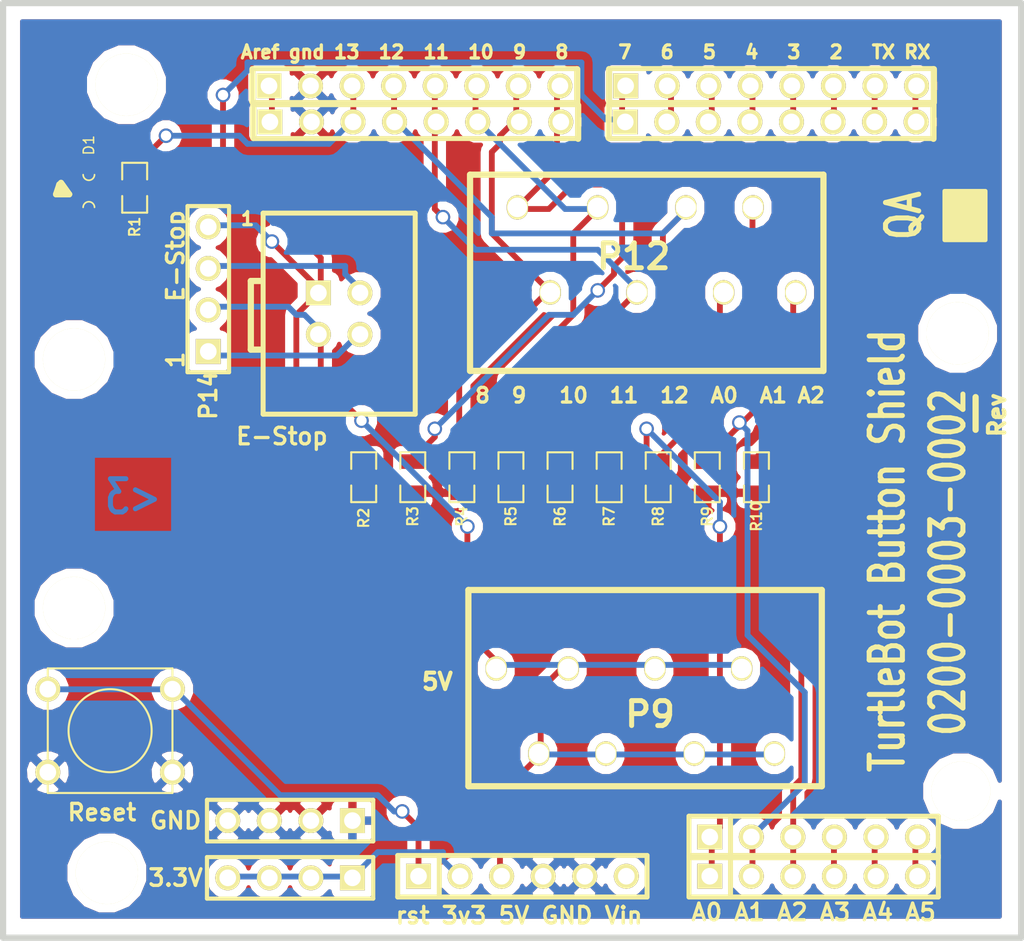
<source format=kicad_pcb>
(kicad_pcb (version 3) (host pcbnew "(2013-mar-10)-testing")

  (general
    (links 79)
    (no_connects 0)
    (area 124.270769 79.818229 192.929452 137.349231)
    (thickness 1.5748)
    (drawings 10)
    (tracks 278)
    (zones 0)
    (modules 31)
    (nets 29)
  )

  (page A4)
  (title_block 
    (title "Buttons Shield for Turtlebot")
    (rev 2)
    (company "I Heart Engineering")
    (comment 1 "Designed by Carlos Chinchilla")
  )

  (layers
    (15 Component signal)
    (0 Copper signal)
    (16 B.Adhes user)
    (17 F.Adhes user)
    (18 B.Paste user)
    (19 F.Paste user)
    (20 B.SilkS user)
    (21 F.SilkS user)
    (22 B.Mask user)
    (23 F.Mask user)
    (24 Dwgs.User user)
    (25 Cmts.User user)
    (26 Eco1.User user)
    (27 Eco2.User user)
    (28 Edge.Cuts user)
  )

  (setup
    (last_trace_width 0.3556)
    (trace_clearance 0.3556)
    (zone_clearance 0.508)
    (zone_45_only no)
    (trace_min 0.254)
    (segment_width 0.381)
    (edge_width 0.37846)
    (via_size 0.889)
    (via_drill 0.635)
    (via_min_size 0.889)
    (via_min_drill 0.508)
    (uvia_size 0.508)
    (uvia_drill 0.127)
    (uvias_allowed no)
    (uvia_min_size 0.508)
    (uvia_min_drill 0.127)
    (pcb_text_width 0.3048)
    (pcb_text_size 1.524 2.032)
    (mod_edge_width 0.381)
    (mod_text_size 1.524 1.524)
    (mod_text_width 0.3048)
    (pad_size 1.524 1.524)
    (pad_drill 1.016)
    (pad_to_mask_clearance 0.381)
    (aux_axis_origin 124.46 137.16)
    (visible_elements 7FFFFFFF)
    (pcbplotparams
      (layerselection 283672577)
      (usegerberextensions true)
      (excludeedgelayer true)
      (linewidth 60)
      (plotframeref false)
      (viasonmask false)
      (mode 1)
      (useauxorigin true)
      (hpglpennumber 1)
      (hpglpenspeed 99)
      (hpglpendiameter 100)
      (hpglpenoverlay 0)
      (psnegative false)
      (psa4output false)
      (plotreference true)
      (plotvalue true)
      (plotothertext true)
      (plotinvisibletext false)
      (padsonsilk false)
      (subtractmaskfromsilk false)
      (outputformat 1)
      (mirror false)
      (drillshape 1)
      (scaleselection 1)
      (outputdirectory ouput/))
  )

  (net 0 "")
  (net 1 /10)
  (net 2 /11)
  (net 3 /12)
  (net 4 /13)
  (net 5 /2)
  (net 6 /3)
  (net 7 /3.3V)
  (net 8 /4)
  (net 9 /5)
  (net 10 /5V)
  (net 11 /6)
  (net 12 /7)
  (net 13 /8)
  (net 14 /9)
  (net 15 /A0)
  (net 16 /A1)
  (net 17 /A2)
  (net 18 /A3)
  (net 19 /A4)
  (net 20 /A5)
  (net 21 /AREF)
  (net 22 /RESET)
  (net 23 /RX)
  (net 24 /TX)
  (net 25 GND)
  (net 26 N-000002)
  (net 27 N-000003)
  (net 28 N-000017)

  (net_class Default "This is the default net class."
    (clearance 0.3556)
    (trace_width 0.3556)
    (via_dia 0.889)
    (via_drill 0.635)
    (uvia_dia 0.508)
    (uvia_drill 0.127)
    (add_net "")
    (add_net /10)
    (add_net /11)
    (add_net /12)
    (add_net /13)
    (add_net /2)
    (add_net /3)
    (add_net /3.3V)
    (add_net /4)
    (add_net /5)
    (add_net /5V)
    (add_net /6)
    (add_net /7)
    (add_net /8)
    (add_net /9)
    (add_net /A0)
    (add_net /A1)
    (add_net /A2)
    (add_net /A3)
    (add_net /A4)
    (add_net /A5)
    (add_net /AREF)
    (add_net /RESET)
    (add_net /RX)
    (add_net /TX)
    (add_net GND)
    (add_net N-000002)
    (add_net N-000003)
    (add_net N-000017)
  )

  (module PIN_ARRAY_2X2 (layer Component) (tedit 4FEB2DB0) (tstamp 4FBE9D25)
    (at 145.00098 98.99904 270)
    (descr "Double rangee de contacts 2 x 2 pins")
    (tags CONN)
    (path /4FBE9D25)
    (fp_text reference P11 (at -0.37846 -3.429 270) (layer F.SilkS) hide
      (effects (font (size 1.016 1.016) (thickness 0.2032)))
    )
    (fp_text value E-Stop (at 7.50062 3.50012 360) (layer F.SilkS)
      (effects (font (size 1.016 1.016) (thickness 0.20066)))
    )
    (fp_line (start -1.99898 4.8006) (end -1.99898 5.40004) (layer F.SilkS) (width 0.381))
    (fp_line (start -1.99898 5.40004) (end 2.19964 5.40004) (layer F.SilkS) (width 0.381))
    (fp_line (start 2.19964 5.40004) (end 2.19964 4.8006) (layer F.SilkS) (width 0.381))
    (fp_text user 1 (at -5.79882 5.6007 360) (layer F.SilkS)
      (effects (font (size 0.79756 0.79756) (thickness 0.20066)))
    )
    (fp_line (start -6.1468 -4.6482) (end 6.1468 -4.6482) (layer F.SilkS) (width 0.3048))
    (fp_line (start -6.14934 -4.6482) (end -6.14934 4.6482) (layer F.SilkS) (width 0.3048))
    (fp_line (start 6.1468 4.6482) (end -6.1468 4.6482) (layer F.SilkS) (width 0.3048))
    (fp_line (start 6.1468 -4.6482) (end 6.1468 4.6482) (layer F.SilkS) (width 0.3048))
    (pad 1 thru_hole rect (at -1.27 1.27 270) (size 1.524 1.524) (drill 1.016)
      (layers *.Cu *.Mask F.SilkS)
      (net 12 /7)
    )
    (pad 2 thru_hole circle (at -1.27 -1.27 270) (size 1.524 1.524) (drill 1.016)
      (layers *.Cu *.Mask F.SilkS)
      (net 26 N-000002)
    )
    (pad 3 thru_hole circle (at 1.27 1.27 270) (size 1.524 1.524) (drill 1.016)
      (layers *.Cu *.Mask F.SilkS)
      (net 10 /5V)
    )
    (pad 4 thru_hole circle (at 1.27 -1.27 270) (size 1.524 1.524) (drill 1.016)
      (layers *.Cu *.Mask F.SilkS)
      (net 27 N-000003)
    )
    (model pin_array/pins_array_2x2.wrl
      (at (xyz 0 0 0))
      (scale (xyz 1 1 1))
      (rotate (xyz 0 0 0))
    )
  )

  (module SM0805_NonPol (layer Component) (tedit 4FE1FBEF) (tstamp 4FDF7E20)
    (at 146.49958 108.99902 270)
    (path /4FDF7D65)
    (attr smd)
    (fp_text reference R2 (at 2.5019 0 270) (layer F.SilkS)
      (effects (font (size 0.635 0.635) (thickness 0.127)))
    )
    (fp_text value R (at 0 0.59944 270) (layer F.SilkS) hide
      (effects (font (size 0.635 0.635) (thickness 0.127)))
    )
    (fp_line (start -0.508 0.762) (end -1.524 0.762) (layer F.SilkS) (width 0.127))
    (fp_line (start -1.524 0.762) (end -1.524 -0.762) (layer F.SilkS) (width 0.127))
    (fp_line (start -1.524 -0.762) (end -0.508 -0.762) (layer F.SilkS) (width 0.127))
    (fp_line (start 0.508 -0.762) (end 1.524 -0.762) (layer F.SilkS) (width 0.127))
    (fp_line (start 1.524 -0.762) (end 1.524 0.762) (layer F.SilkS) (width 0.127))
    (fp_line (start 1.524 0.762) (end 0.508 0.762) (layer F.SilkS) (width 0.127))
    (pad 1 smd rect (at -0.9525 0 270) (size 0.889 1.397)
      (layers Component F.Paste F.Mask)
      (net 12 /7)
    )
    (pad 2 smd rect (at 0.9525 0 270) (size 0.889 1.397)
      (layers Component F.Paste F.Mask)
      (net 25 GND)
    )
    (model smd/chip_cms.wrl
      (at (xyz 0 0 0))
      (scale (xyz 0.1 0.1 0.1))
      (rotate (xyz 0 0 0))
    )
  )

  (module LED-0805 (layer Component) (tedit 4FDF8F49) (tstamp 4FBE975E)
    (at 129.70002 91.49842 270)
    (descr "LED 0805 smd package")
    (tags "LED led 0603 SMD smd SMT smt smdled SMDLED smtled SMTLED")
    (path /4FBE975E)
    (attr smd)
    (fp_text reference D1 (at -2.79908 0 270) (layer F.SilkS)
      (effects (font (size 0.635 0.635) (thickness 0.0889)))
    )
    (fp_text value LED (at 0.20066 -0.20066 270) (layer F.SilkS) hide
      (effects (font (size 1.27 1.27) (thickness 0.0889)))
    )
    (fp_line (start -0.50038 1.69926) (end 0.20066 1.20142) (layer F.SilkS) (width 0.381))
    (fp_line (start 0.20066 1.20142) (end 0.20066 2.00152) (layer F.SilkS) (width 0.381))
    (fp_line (start 0.20066 2.00152) (end -0.39878 1.80086) (layer F.SilkS) (width 0.381))
    (fp_line (start -0.39878 1.80086) (end -0.09906 1.69926) (layer F.SilkS) (width 0.381))
    (fp_arc (start 0.99822 0) (end 0.99822 0.34798) (angle 180) (layer F.SilkS) (width 0.1016))
    (fp_arc (start -0.99822 0) (end -0.99822 -0.34798) (angle 180) (layer F.SilkS) (width 0.1016))
    (pad 2 smd rect (at -1.04902 0 270) (size 1.19888 1.19888)
      (layers Component F.Paste F.Mask)
      (net 25 GND)
    )
    (pad 1 smd rect (at 1.04902 0 270) (size 1.19888 1.19888)
      (layers Component F.Paste F.Mask)
      (net 28 N-000017)
    )
  )

  (module PIN_ARRAY-6X1 (layer Component) (tedit 4FDF8FA2) (tstamp 4FBE9062)
    (at 156.19984 133.4008)
    (descr "Connecteur 6 pins")
    (tags "CONN DEV")
    (path /4FBE9062)
    (fp_text reference "rst 3v3 5V GND Vin" (at -0.20066 2.4003) (layer F.SilkS)
      (effects (font (size 1.016 1.016) (thickness 0.2032)))
    )
    (fp_text value CONN_6 (at 0 2.159) (layer F.SilkS) hide
      (effects (font (size 1.016 0.889) (thickness 0.2032)))
    )
    (fp_line (start -7.62 1.27) (end -7.62 -1.27) (layer F.SilkS) (width 0.3048))
    (fp_line (start -7.62 -1.27) (end 7.62 -1.27) (layer F.SilkS) (width 0.3048))
    (fp_line (start 7.62 -1.27) (end 7.62 1.27) (layer F.SilkS) (width 0.3048))
    (fp_line (start 7.62 1.27) (end -7.62 1.27) (layer F.SilkS) (width 0.3048))
    (fp_line (start -5.08 1.27) (end -5.08 -1.27) (layer F.SilkS) (width 0.3048))
    (pad 1 thru_hole rect (at -6.35 0) (size 1.524 1.524) (drill 1.016)
      (layers *.Cu *.Mask F.SilkS)
      (net 22 /RESET)
    )
    (pad 2 thru_hole circle (at -3.81 0) (size 1.524 1.524) (drill 1.016)
      (layers *.Cu *.Mask F.SilkS)
      (net 7 /3.3V)
    )
    (pad 3 thru_hole circle (at -1.27 0) (size 1.524 1.524) (drill 1.016)
      (layers *.Cu *.Mask F.SilkS)
      (net 10 /5V)
    )
    (pad 4 thru_hole circle (at 1.27 0) (size 1.524 1.524) (drill 1.016)
      (layers *.Cu *.Mask F.SilkS)
      (net 25 GND)
    )
    (pad 5 thru_hole circle (at 3.81 0) (size 1.524 1.524) (drill 1.016)
      (layers *.Cu *.Mask F.SilkS)
      (net 25 GND)
    )
    (pad 6 thru_hole circle (at 6.35 0) (size 1.524 1.524) (drill 1.016)
      (layers *.Cu *.Mask F.SilkS)
    )
    (model pin_array/pins_array_6x1.wrl
      (at (xyz 0 0 0))
      (scale (xyz 1 1 1))
      (rotate (xyz 0 0 0))
    )
  )

  (module SW_PUSH_SMALL (layer Component) (tedit 4FE1FB53) (tstamp 4FBE9797)
    (at 131.0005 124.50064)
    (path /4FBE9797)
    (fp_text reference SW1 (at 0.9144 -1.016) (layer F.SilkS) hide
      (effects (font (size 1.016 1.016) (thickness 0.2032)))
    )
    (fp_text value Reset (at -0.50038 4.99872) (layer F.SilkS)
      (effects (font (size 1.016 1.016) (thickness 0.20066)))
    )
    (fp_circle (center 0 0) (end 0 -2.54) (layer F.SilkS) (width 0.127))
    (fp_line (start -3.81 -3.81) (end 3.81 -3.81) (layer F.SilkS) (width 0.127))
    (fp_line (start 3.81 -3.81) (end 3.81 3.81) (layer F.SilkS) (width 0.127))
    (fp_line (start 3.81 3.81) (end -3.81 3.81) (layer F.SilkS) (width 0.127))
    (fp_line (start -3.81 -3.81) (end -3.81 3.81) (layer F.SilkS) (width 0.127))
    (pad 1 thru_hole circle (at 3.81 -2.54) (size 1.524 1.524) (drill 1.016)
      (layers *.Cu *.Mask F.SilkS)
      (net 22 /RESET)
    )
    (pad 2 thru_hole circle (at 3.81 2.54) (size 1.524 1.524) (drill 1.016)
      (layers *.Cu *.Mask F.SilkS)
      (net 25 GND)
    )
    (pad 1 thru_hole circle (at -3.80746 -2.54) (size 1.524 1.524) (drill 1.016)
      (layers *.Cu *.Mask F.SilkS)
      (net 22 /RESET)
    )
    (pad 2 thru_hole circle (at -3.80746 2.54) (size 1.524 1.524) (drill 1.016)
      (layers *.Cu *.Mask F.SilkS)
      (net 25 GND)
    )
  )

  (module pin_array_8x1 (layer Component) (tedit 4FE1FA44) (tstamp 4FE22387)
    (at 149.6568 86.0044)
    (descr "Single rangee de contacts 1 x 8 pins")
    (tags CONN)
    (path /4FBE93D7)
    (fp_text reference P4 (at 0 -0.8001) (layer F.SilkS) hide
      (effects (font (size 1.016 1.016) (thickness 0.2032)))
    )
    (fp_text value "Aref gnd 13  12  11  10  9   8" (at -0.65786 -3.00228) (layer F.SilkS)
      (effects (font (size 0.79756 0.79756) (thickness 0.20066)))
    )
    (fp_line (start 9.94918 2.30124) (end 9.94918 0.24892) (layer F.SilkS) (width 0.381))
    (fp_line (start -9.90092 2.25044) (end -9.90092 0.24892) (layer F.SilkS) (width 0.381))
    (fp_line (start -9.906 0.21336) (end 9.906 0.21336) (layer F.SilkS) (width 0.3048))
    (fp_line (start 9.906 2.286) (end -9.906 2.286) (layer F.SilkS) (width 0.3048))
    (pad 1 thru_hole rect (at -8.89 1.27) (size 1.524 1.524) (drill 1.016)
      (layers *.Cu *.Mask F.SilkS)
      (net 21 /AREF)
    )
    (pad 2 thru_hole circle (at -6.35 1.27) (size 1.524 1.524) (drill 1.016)
      (layers *.Cu *.Mask F.SilkS)
      (net 25 GND)
    )
    (pad 3 thru_hole circle (at -3.81 1.27) (size 1.524 1.524) (drill 1.016)
      (layers *.Cu *.Mask F.SilkS)
      (net 4 /13)
    )
    (pad 4 thru_hole circle (at -1.27 1.27) (size 1.524 1.524) (drill 1.016)
      (layers *.Cu *.Mask F.SilkS)
      (net 3 /12)
    )
    (pad 5 thru_hole circle (at 1.27 1.27) (size 1.524 1.524) (drill 1.016)
      (layers *.Cu *.Mask F.SilkS)
      (net 2 /11)
    )
    (pad 6 thru_hole circle (at 3.81 1.27) (size 1.524 1.524) (drill 1.016)
      (layers *.Cu *.Mask F.SilkS)
      (net 1 /10)
    )
    (pad 7 thru_hole circle (at 6.35 1.27) (size 1.524 1.524) (drill 1.016)
      (layers *.Cu *.Mask F.SilkS)
      (net 14 /9)
    )
    (pad 8 thru_hole circle (at 8.89 1.27) (size 1.524 1.524) (drill 1.016)
      (layers *.Cu *.Mask F.SilkS)
      (net 13 /8)
    )
    (model pin_array/pins_array_8x2.wrl
      (at (xyz 0 0 0))
      (scale (xyz 1 1 1))
      (rotate (xyz 0 0 0))
    )
  )

  (module pin_array_8x1 (layer Component) (tedit 4FBFF43F) (tstamp 4FBE93CE)
    (at 171.3992 83.79714)
    (descr "Single rangee de contacts 1 x 8 pins")
    (tags CONN)
    (path /4FBE93CE)
    (fp_text reference P5 (at 0 -0.8001) (layer F.SilkS) hide
      (effects (font (size 1.016 1.016) (thickness 0.2032)))
    )
    (fp_text value CONN_8 (at 0 3.302) (layer F.SilkS) hide
      (effects (font (size 1.016 1.016) (thickness 0.2032)))
    )
    (fp_line (start 9.94918 2.30124) (end 9.94918 0.24892) (layer F.SilkS) (width 0.381))
    (fp_line (start -9.90092 2.25044) (end -9.90092 0.24892) (layer F.SilkS) (width 0.381))
    (fp_line (start -9.906 0.21336) (end 9.906 0.21336) (layer F.SilkS) (width 0.3048))
    (fp_line (start 9.906 2.286) (end -9.906 2.286) (layer F.SilkS) (width 0.3048))
    (pad 1 thru_hole rect (at -8.89 1.27) (size 1.524 1.524) (drill 1.016)
      (layers *.Cu *.Mask F.SilkS)
      (net 12 /7)
    )
    (pad 2 thru_hole circle (at -6.35 1.27) (size 1.524 1.524) (drill 1.016)
      (layers *.Cu *.Mask F.SilkS)
      (net 11 /6)
    )
    (pad 3 thru_hole circle (at -3.81 1.27) (size 1.524 1.524) (drill 1.016)
      (layers *.Cu *.Mask F.SilkS)
      (net 9 /5)
    )
    (pad 4 thru_hole circle (at -1.27 1.27) (size 1.524 1.524) (drill 1.016)
      (layers *.Cu *.Mask F.SilkS)
      (net 8 /4)
    )
    (pad 5 thru_hole circle (at 1.27 1.27) (size 1.524 1.524) (drill 1.016)
      (layers *.Cu *.Mask F.SilkS)
      (net 6 /3)
    )
    (pad 6 thru_hole circle (at 3.81 1.27) (size 1.524 1.524) (drill 1.016)
      (layers *.Cu *.Mask F.SilkS)
      (net 5 /2)
    )
    (pad 7 thru_hole circle (at 6.35 1.27) (size 1.524 1.524) (drill 1.016)
      (layers *.Cu *.Mask F.SilkS)
      (net 24 /TX)
    )
    (pad 8 thru_hole circle (at 8.89 1.27) (size 1.524 1.524) (drill 1.016)
      (layers *.Cu *.Mask F.SilkS)
      (net 23 /RX)
    )
    (model pin_array/pins_array_8x2.wrl
      (at (xyz 0 0 0))
      (scale (xyz 1 1 1))
      (rotate (xyz 0 0 0))
    )
  )

  (module pin_array_8x1 (layer Component) (tedit 4FE1FA7E) (tstamp 4FBE9C04)
    (at 171.3738 86.0044)
    (descr "Single rangee de contacts 1 x 8 pins")
    (tags CONN)
    (path /4FBE9C04)
    (fp_text reference P6 (at 0 -0.8001) (layer F.SilkS) hide
      (effects (font (size 1.016 1.016) (thickness 0.2032)))
    )
    (fp_text value "7   6   5   4   3   2   TX RX" (at 0.22606 -3.00228) (layer F.SilkS)
      (effects (font (size 0.79756 0.79756) (thickness 0.20066)))
    )
    (fp_line (start 9.94918 2.30124) (end 9.94918 0.24892) (layer F.SilkS) (width 0.381))
    (fp_line (start -9.90092 2.25044) (end -9.90092 0.24892) (layer F.SilkS) (width 0.381))
    (fp_line (start -9.906 0.21336) (end 9.906 0.21336) (layer F.SilkS) (width 0.3048))
    (fp_line (start 9.906 2.286) (end -9.906 2.286) (layer F.SilkS) (width 0.3048))
    (pad 1 thru_hole rect (at -8.89 1.27) (size 1.524 1.524) (drill 1.016)
      (layers *.Cu *.Mask F.SilkS)
      (net 12 /7)
    )
    (pad 2 thru_hole circle (at -6.35 1.27) (size 1.524 1.524) (drill 1.016)
      (layers *.Cu *.Mask F.SilkS)
      (net 11 /6)
    )
    (pad 3 thru_hole circle (at -3.81 1.27) (size 1.524 1.524) (drill 1.016)
      (layers *.Cu *.Mask F.SilkS)
      (net 9 /5)
    )
    (pad 4 thru_hole circle (at -1.27 1.27) (size 1.524 1.524) (drill 1.016)
      (layers *.Cu *.Mask F.SilkS)
      (net 8 /4)
    )
    (pad 5 thru_hole circle (at 1.27 1.27) (size 1.524 1.524) (drill 1.016)
      (layers *.Cu *.Mask F.SilkS)
      (net 6 /3)
    )
    (pad 6 thru_hole circle (at 3.81 1.27) (size 1.524 1.524) (drill 1.016)
      (layers *.Cu *.Mask F.SilkS)
      (net 5 /2)
    )
    (pad 7 thru_hole circle (at 6.35 1.27) (size 1.524 1.524) (drill 1.016)
      (layers *.Cu *.Mask F.SilkS)
      (net 24 /TX)
    )
    (pad 8 thru_hole circle (at 8.89 1.27) (size 1.524 1.524) (drill 1.016)
      (layers *.Cu *.Mask F.SilkS)
      (net 23 /RX)
    )
    (model pin_array/pins_array_8x2.wrl
      (at (xyz 0 0 0))
      (scale (xyz 1 1 1))
      (rotate (xyz 0 0 0))
    )
  )

  (module pin_array_8x1 (layer Component) (tedit 4F971A46) (tstamp 4FBE9C27)
    (at 149.60092 83.79968)
    (descr "Single rangee de contacts 1 x 8 pins")
    (tags CONN)
    (path /4FBE9C27)
    (fp_text reference P7 (at 0 -0.8001) (layer F.SilkS) hide
      (effects (font (size 1.016 1.016) (thickness 0.2032)))
    )
    (fp_text value CONN_8 (at 0 3.302) (layer F.SilkS) hide
      (effects (font (size 1.016 1.016) (thickness 0.2032)))
    )
    (fp_line (start 9.94918 2.30124) (end 9.94918 0.24892) (layer F.SilkS) (width 0.381))
    (fp_line (start -9.90092 2.25044) (end -9.90092 0.24892) (layer F.SilkS) (width 0.381))
    (fp_line (start -9.906 0.21336) (end 9.906 0.21336) (layer F.SilkS) (width 0.3048))
    (fp_line (start 9.906 2.286) (end -9.906 2.286) (layer F.SilkS) (width 0.3048))
    (pad 1 thru_hole rect (at -8.89 1.27) (size 1.524 1.524) (drill 1.016)
      (layers *.Cu *.Mask F.SilkS)
      (net 21 /AREF)
    )
    (pad 2 thru_hole circle (at -6.35 1.27) (size 1.524 1.524) (drill 1.016)
      (layers *.Cu *.Mask F.SilkS)
      (net 25 GND)
    )
    (pad 3 thru_hole circle (at -3.81 1.27) (size 1.524 1.524) (drill 1.016)
      (layers *.Cu *.Mask F.SilkS)
      (net 4 /13)
    )
    (pad 4 thru_hole circle (at -1.27 1.27) (size 1.524 1.524) (drill 1.016)
      (layers *.Cu *.Mask F.SilkS)
      (net 3 /12)
    )
    (pad 5 thru_hole circle (at 1.27 1.27) (size 1.524 1.524) (drill 1.016)
      (layers *.Cu *.Mask F.SilkS)
      (net 2 /11)
    )
    (pad 6 thru_hole circle (at 3.81 1.27) (size 1.524 1.524) (drill 1.016)
      (layers *.Cu *.Mask F.SilkS)
      (net 1 /10)
    )
    (pad 7 thru_hole circle (at 6.35 1.27) (size 1.524 1.524) (drill 1.016)
      (layers *.Cu *.Mask F.SilkS)
      (net 14 /9)
    )
    (pad 8 thru_hole circle (at 8.89 1.27) (size 1.524 1.524) (drill 1.016)
      (layers *.Cu *.Mask F.SilkS)
      (net 13 /8)
    )
    (model pin_array/pins_array_8x2.wrl
      (at (xyz 0 0 0))
      (scale (xyz 1 1 1))
      (rotate (xyz 0 0 0))
    )
  )

  (module PIN_ARRAY-6X1 (layer Component) (tedit 4FBFF7D4) (tstamp 4FBE93C0)
    (at 174.00016 133.4008)
    (descr "Connecteur 6 pins")
    (tags "CONN DEV")
    (path /4FBF0ED2)
    (fp_text reference P2 (at 0 -2.159) (layer F.SilkS) hide
      (effects (font (size 1.016 1.016) (thickness 0.2032)))
    )
    (fp_text value CONN_6 (at 0 2.159) (layer F.SilkS) hide
      (effects (font (size 1.016 0.889) (thickness 0.2032)))
    )
    (fp_line (start -7.62 1.27) (end -7.62 -1.27) (layer F.SilkS) (width 0.3048))
    (fp_line (start -7.62 -1.27) (end 7.62 -1.27) (layer F.SilkS) (width 0.3048))
    (fp_line (start 7.62 -1.27) (end 7.62 1.27) (layer F.SilkS) (width 0.3048))
    (fp_line (start 7.62 1.27) (end -7.62 1.27) (layer F.SilkS) (width 0.3048))
    (fp_line (start -5.08 1.27) (end -5.08 -1.27) (layer F.SilkS) (width 0.3048))
    (pad 1 thru_hole rect (at -6.35 0) (size 1.524 1.524) (drill 1.016)
      (layers *.Cu *.Mask F.SilkS)
      (net 15 /A0)
    )
    (pad 2 thru_hole circle (at -3.81 0) (size 1.524 1.524) (drill 1.016)
      (layers *.Cu *.Mask F.SilkS)
      (net 16 /A1)
    )
    (pad 3 thru_hole circle (at -1.27 0) (size 1.524 1.524) (drill 1.016)
      (layers *.Cu *.Mask F.SilkS)
      (net 17 /A2)
    )
    (pad 4 thru_hole circle (at 1.27 0) (size 1.524 1.524) (drill 1.016)
      (layers *.Cu *.Mask F.SilkS)
      (net 18 /A3)
    )
    (pad 5 thru_hole circle (at 3.81 0) (size 1.524 1.524) (drill 1.016)
      (layers *.Cu *.Mask F.SilkS)
      (net 19 /A4)
    )
    (pad 6 thru_hole circle (at 6.35 0) (size 1.524 1.524) (drill 1.016)
      (layers *.Cu *.Mask F.SilkS)
      (net 20 /A5)
    )
    (model pin_array/pins_array_6x1.wrl
      (at (xyz 0 0 0))
      (scale (xyz 1 1 1))
      (rotate (xyz 0 0 0))
    )
  )

  (module PIN_ARRAY-6X1 (layer Component) (tedit 4FDF8FA6) (tstamp 4FBE9BF6)
    (at 174.00016 131.0005)
    (descr "Connecteur 6 pins")
    (tags "CONN DEV")
    (path /4FBF0ED8)
    (fp_text reference "A0 A1 A2 A3 A4 A5" (at 0 4.59994) (layer F.SilkS)
      (effects (font (size 1.016 1.016) (thickness 0.2032)))
    )
    (fp_text value CONN_6 (at 0 2.159) (layer F.SilkS) hide
      (effects (font (size 1.016 0.889) (thickness 0.2032)))
    )
    (fp_line (start -7.62 1.27) (end -7.62 -1.27) (layer F.SilkS) (width 0.3048))
    (fp_line (start -7.62 -1.27) (end 7.62 -1.27) (layer F.SilkS) (width 0.3048))
    (fp_line (start 7.62 -1.27) (end 7.62 1.27) (layer F.SilkS) (width 0.3048))
    (fp_line (start 7.62 1.27) (end -7.62 1.27) (layer F.SilkS) (width 0.3048))
    (fp_line (start -5.08 1.27) (end -5.08 -1.27) (layer F.SilkS) (width 0.3048))
    (pad 1 thru_hole rect (at -6.35 0) (size 1.524 1.524) (drill 1.016)
      (layers *.Cu *.Mask F.SilkS)
      (net 15 /A0)
    )
    (pad 2 thru_hole circle (at -3.81 0) (size 1.524 1.524) (drill 1.016)
      (layers *.Cu *.Mask F.SilkS)
      (net 16 /A1)
    )
    (pad 3 thru_hole circle (at -1.27 0) (size 1.524 1.524) (drill 1.016)
      (layers *.Cu *.Mask F.SilkS)
      (net 17 /A2)
    )
    (pad 4 thru_hole circle (at 1.27 0) (size 1.524 1.524) (drill 1.016)
      (layers *.Cu *.Mask F.SilkS)
      (net 18 /A3)
    )
    (pad 5 thru_hole circle (at 3.81 0) (size 1.524 1.524) (drill 1.016)
      (layers *.Cu *.Mask F.SilkS)
      (net 19 /A4)
    )
    (pad 6 thru_hole circle (at 6.35 0) (size 1.524 1.524) (drill 1.016)
      (layers *.Cu *.Mask F.SilkS)
      (net 20 /A5)
    )
    (model pin_array/pins_array_6x1.wrl
      (at (xyz 0 0 0))
      (scale (xyz 1 1 1))
      (rotate (xyz 0 0 0))
    )
  )

  (module PIN_ARRAY_4x1 (layer Component) (tedit 4FE1FF33) (tstamp 4FE1FB25)
    (at 142.00124 133.49986 180)
    (descr "Double rangee de contacts 2 x 5 pins")
    (tags CONN)
    (path /4FBFF6B2)
    (fp_text reference P13 (at 0 -2.54 180) (layer F.SilkS) hide
      (effects (font (size 1.016 1.016) (thickness 0.2032)))
    )
    (fp_text value 3.3V (at 7.00024 0 180) (layer F.SilkS)
      (effects (font (size 1.016 1.016) (thickness 0.20066)))
    )
    (fp_line (start 5.08 1.27) (end -5.08 1.27) (layer F.SilkS) (width 0.254))
    (fp_line (start 5.08 -1.27) (end -5.08 -1.27) (layer F.SilkS) (width 0.254))
    (fp_line (start -5.08 -1.27) (end -5.08 1.27) (layer F.SilkS) (width 0.254))
    (fp_line (start 5.08 1.27) (end 5.08 -1.27) (layer F.SilkS) (width 0.254))
    (pad 1 thru_hole rect (at -3.81 0 180) (size 1.524 1.524) (drill 1.016)
      (layers *.Cu *.Mask F.SilkS)
      (net 7 /3.3V)
    )
    (pad 2 thru_hole circle (at -1.27 0 180) (size 1.524 1.524) (drill 1.016)
      (layers *.Cu *.Mask F.SilkS)
      (net 7 /3.3V)
    )
    (pad 3 thru_hole circle (at 1.27 0 180) (size 1.524 1.524) (drill 1.016)
      (layers *.Cu *.Mask F.SilkS)
      (net 7 /3.3V)
    )
    (pad 4 thru_hole circle (at 3.81 0 180) (size 1.524 1.524) (drill 1.016)
      (layers *.Cu *.Mask F.SilkS)
      (net 7 /3.3V)
    )
    (model pin_array\pins_array_4x1.wrl
      (at (xyz 0 0 0))
      (scale (xyz 1 1 1))
      (rotate (xyz 0 0 0))
    )
  )

  (module "Term Block 8pin Snap Conn" (layer Component) (tedit 4FE1FF2A) (tstamp 4FE2D25F)
    (at 152.99944 102.49916)
    (path /4FBE9C86)
    (fp_text reference P12 (at 9.99998 -6.9977) (layer F.SilkS)
      (effects (font (size 1.524 1.524) (thickness 0.3048)))
    )
    (fp_text value "8  9   10  11  12  A0  A1 A2" (at 10.9982 1.4986) (layer F.SilkS)
      (effects (font (size 0.89916 0.89916) (thickness 0.20066)))
    )
    (fp_line (start 0 0) (end 21.59762 0) (layer F.SilkS) (width 0.381))
    (fp_line (start 21.60016 0) (end 21.60016 -11.99896) (layer F.SilkS) (width 0.381))
    (fp_line (start 21.59762 -11.99896) (end 0 -11.99896) (layer F.SilkS) (width 0.381))
    (fp_line (start 0 -11.99896) (end 0 0) (layer F.SilkS) (width 0.381))
    (pad 1 thru_hole oval (at 2.8956 -9.99998) (size 1.29794 1.4986) (drill 1.19888)
      (layers *.Cu *.Mask F.SilkS)
      (net 13 /8)
    )
    (pad 2 thru_hole oval (at 4.89966 -4.79806) (size 1.29794 1.4986) (drill 1.19888)
      (layers *.Cu *.Mask F.SilkS)
      (net 14 /9)
    )
    (pad 3 thru_hole oval (at 7.79526 -9.99998) (size 1.29794 1.4986) (drill 1.19888)
      (layers *.Cu *.Mask F.SilkS)
      (net 1 /10)
    )
    (pad 4 thru_hole oval (at 10.1981 -4.79806) (size 1.29794 1.4986) (drill 1.19888)
      (layers *.Cu *.Mask F.SilkS)
      (net 2 /11)
    )
    (pad 5 thru_hole oval (at 13.19276 -9.99998) (size 1.2954 1.49606) (drill 1.19888)
      (layers *.Cu *.Mask F.SilkS)
      (net 3 /12)
    )
    (pad 6 thru_hole oval (at 15.49908 -4.79806) (size 1.29794 1.4986) (drill 1.19888)
      (layers *.Cu *.Mask F.SilkS)
      (net 15 /A0)
    )
    (pad 7 thru_hole oval (at 17.2974 -9.99998) (size 1.29794 1.4986) (drill 1.19888)
      (layers *.Cu *.Mask F.SilkS)
      (net 16 /A1)
    )
    (pad 8 thru_hole oval (at 19.89836 -4.79806) (size 1.29794 1.4986) (drill 1.19888)
      (layers *.Cu *.Mask F.SilkS)
      (net 17 /A2)
    )
  )

  (module "Term Block 8pin Snap Conn" (layer Component) (tedit 4FE1FACE) (tstamp 4FE2D2FA)
    (at 164.00018 121.99874 180)
    (path /4FBE9470)
    (fp_text reference P9 (at 0 -1.49606 180) (layer F.SilkS)
      (effects (font (size 1.524 1.524) (thickness 0.3048)))
    )
    (fp_text value 5V (at 12.99972 0.50038 180) (layer F.SilkS)
      (effects (font (size 0.99822 0.99822) (thickness 0.24892)))
    )
    (fp_line (start -10.49782 6.10108) (end 11.0998 6.10108) (layer F.SilkS) (width 0.381))
    (fp_line (start 11.10234 6.10108) (end 11.10234 -5.89788) (layer F.SilkS) (width 0.381))
    (fp_line (start 11.0998 -5.89788) (end -10.49782 -5.89788) (layer F.SilkS) (width 0.381))
    (fp_line (start -10.49782 -5.89788) (end -10.49782 6.10108) (layer F.SilkS) (width 0.381))
    (pad 1 thru_hole oval (at -7.60222 -3.8989 180) (size 1.29794 1.4986) (drill 1.19888)
      (layers *.Cu *.Mask F.SilkS)
      (net 10 /5V)
    )
    (pad 2 thru_hole oval (at -5.59816 1.30302 180) (size 1.29794 1.4986) (drill 1.19888)
      (layers *.Cu *.Mask F.SilkS)
      (net 10 /5V)
    )
    (pad 3 thru_hole oval (at -2.70256 -3.8989 180) (size 1.29794 1.4986) (drill 1.19888)
      (layers *.Cu *.Mask F.SilkS)
      (net 10 /5V)
    )
    (pad 4 thru_hole oval (at -0.29972 1.30302 180) (size 1.29794 1.4986) (drill 1.19888)
      (layers *.Cu *.Mask F.SilkS)
      (net 10 /5V)
    )
    (pad 5 thru_hole oval (at 2.69494 -3.8989 180) (size 1.2954 1.49606) (drill 1.19888)
      (layers *.Cu *.Mask F.SilkS)
      (net 10 /5V)
    )
    (pad 6 thru_hole oval (at 5.00126 1.30302 180) (size 1.29794 1.4986) (drill 1.19888)
      (layers *.Cu *.Mask F.SilkS)
      (net 10 /5V)
    )
    (pad 7 thru_hole oval (at 6.79958 -3.8989 180) (size 1.29794 1.4986) (drill 1.19888)
      (layers *.Cu *.Mask F.SilkS)
      (net 10 /5V)
    )
    (pad 8 thru_hole oval (at 9.40054 1.30302 180) (size 1.29794 1.4986) (drill 1.19888)
      (layers *.Cu *.Mask F.SilkS)
      (net 10 /5V)
    )
  )

  (module HOLE_#6 (layer Component) (tedit 4FDF8C12) (tstamp 4FE224AC)
    (at 182.99938 128.19888)
    (fp_text reference "" (at 0 0) (layer F.SilkS) hide
      (effects (font (size 1.524 1.524) (thickness 0.3048)))
    )
    (fp_text value "" (at 0 0) (layer F.SilkS) hide
      (effects (font (size 1.524 1.524) (thickness 0.3048)))
    )
    (pad "" np_thru_hole circle (at 0 0) (size 3.60934 3.60934) (drill 3.60934)
      (layers *.Cu *.Mask F.SilkS)
    )
  )

  (module HOLE_#6 (layer Component) (tedit 4F1E8EF8) (tstamp 4FE22271)
    (at 130.79984 133.20014)
    (fp_text reference "" (at 0 0) (layer F.SilkS) hide
      (effects (font (size 1.524 1.524) (thickness 0.3048)))
    )
    (fp_text value "" (at 0 0) (layer F.SilkS) hide
      (effects (font (size 1.524 1.524) (thickness 0.3048)))
    )
    (pad "" np_thru_hole circle (at 0 0) (size 3.81 3.81) (drill 3.81)
      (layers *.Cu *.Mask F.SilkS)
    )
  )

  (module HOLE_#6 (layer Component) (tedit 4F1E8EF8) (tstamp 4FE2227A)
    (at 132.00126 85.0011)
    (fp_text reference "" (at 0 0) (layer F.SilkS) hide
      (effects (font (size 1.524 1.524) (thickness 0.3048)))
    )
    (fp_text value "" (at 0 0) (layer F.SilkS) hide
      (effects (font (size 1.524 1.524) (thickness 0.3048)))
    )
    (pad "" np_thru_hole circle (at 0 0) (size 3.81 3.81) (drill 3.81)
      (layers *.Cu *.Mask F.SilkS)
    )
  )

  (module HOLE_#6 (layer Component) (tedit 4F1E8EF8) (tstamp 4FE22283)
    (at 182.80126 100.20046)
    (fp_text reference "" (at 0 0) (layer F.SilkS) hide
      (effects (font (size 1.524 1.524) (thickness 0.3048)))
    )
    (fp_text value "" (at 0 0) (layer F.SilkS) hide
      (effects (font (size 1.524 1.524) (thickness 0.3048)))
    )
    (pad "" np_thru_hole circle (at 0 0) (size 3.81 3.81) (drill 3.81)
      (layers *.Cu *.Mask F.SilkS)
    )
  )

  (module HOLE_#6 (layer Component) (tedit 4F1E8EF8) (tstamp 4FE2228E)
    (at 128.79832 117.00002)
    (fp_text reference "" (at 0 0) (layer F.SilkS) hide
      (effects (font (size 1.524 1.524) (thickness 0.3048)))
    )
    (fp_text value "" (at 0 0) (layer F.SilkS) hide
      (effects (font (size 1.524 1.524) (thickness 0.3048)))
    )
    (pad "" np_thru_hole circle (at 0 0) (size 3.81 3.81) (drill 3.81)
      (layers *.Cu *.Mask F.SilkS)
    )
  )

  (module HOLE_#6 (layer Component) (tedit 4FDF889B) (tstamp 4FE222BA)
    (at 128.79832 101.80066)
    (fp_text reference "" (at 0 0) (layer F.SilkS) hide
      (effects (font (size 1.524 1.524) (thickness 0.3048)))
    )
    (fp_text value "" (at 0 0) (layer F.SilkS) hide
      (effects (font (size 1.524 1.524) (thickness 0.3048)))
    )
    (pad "" np_thru_hole circle (at -0.00254 0) (size 3.80746 3.80746) (drill 3.80746)
      (layers *.Cu *.Mask F.SilkS)
    )
  )

  (module PIN_ARRAY_4x1 (layer Component) (tedit 4FEB2DAB) (tstamp 4FE2D3F9)
    (at 136.99998 97.50044 90)
    (descr "Double rangee de contacts 2 x 5 pins")
    (tags CONN)
    (path /4FE1EF75)
    (fp_text reference P14 (at -6.49986 0 90) (layer F.SilkS)
      (effects (font (size 1.016 1.016) (thickness 0.2032)))
    )
    (fp_text value "1    E-Stop" (at 0 -1.99898 90) (layer F.SilkS)
      (effects (font (size 1.016 1.016) (thickness 0.20066)))
    )
    (fp_line (start 5.08 1.27) (end -5.08 1.27) (layer F.SilkS) (width 0.254))
    (fp_line (start 5.08 -1.27) (end -5.08 -1.27) (layer F.SilkS) (width 0.254))
    (fp_line (start -5.08 -1.27) (end -5.08 1.27) (layer F.SilkS) (width 0.254))
    (fp_line (start 5.08 1.27) (end 5.08 -1.27) (layer F.SilkS) (width 0.254))
    (pad 1 thru_hole rect (at -3.81 0 90) (size 1.524 1.524) (drill 1.016)
      (layers *.Cu *.Mask F.SilkS)
      (net 27 N-000003)
    )
    (pad 2 thru_hole circle (at -1.27 0 90) (size 1.524 1.524) (drill 1.016)
      (layers *.Cu *.Mask F.SilkS)
      (net 10 /5V)
    )
    (pad 3 thru_hole circle (at 1.27 0 90) (size 1.524 1.524) (drill 1.016)
      (layers *.Cu *.Mask F.SilkS)
      (net 26 N-000002)
    )
    (pad 4 thru_hole circle (at 3.81 0 90) (size 1.524 1.524) (drill 1.016)
      (layers *.Cu *.Mask F.SilkS)
      (net 12 /7)
    )
    (model pin_array\pins_array_4x1.wrl
      (at (xyz 0 0 0))
      (scale (xyz 1 1 1))
      (rotate (xyz 0 0 0))
    )
  )

  (module PIN_ARRAY_4x1 (layer Component) (tedit 4FE1FB13) (tstamp 4FBE944D)
    (at 142.00124 129.99974 180)
    (descr "Double rangee de contacts 2 x 5 pins")
    (tags CONN)
    (path /4FE1F0AF)
    (fp_text reference P10 (at -6.9977 0 180) (layer F.SilkS) hide
      (effects (font (size 1.016 1.016) (thickness 0.20066)))
    )
    (fp_text value GND (at 6.9977 0 180) (layer F.SilkS)
      (effects (font (size 1.016 1.016) (thickness 0.20066)))
    )
    (fp_line (start 5.08 1.27) (end -5.08 1.27) (layer F.SilkS) (width 0.254))
    (fp_line (start 5.08 -1.27) (end -5.08 -1.27) (layer F.SilkS) (width 0.254))
    (fp_line (start -5.08 -1.27) (end -5.08 1.27) (layer F.SilkS) (width 0.254))
    (fp_line (start 5.08 1.27) (end 5.08 -1.27) (layer F.SilkS) (width 0.254))
    (pad 1 thru_hole rect (at -3.81 0 180) (size 1.524 1.524) (drill 1.016)
      (layers *.Cu *.Mask F.SilkS)
      (net 25 GND)
    )
    (pad 2 thru_hole circle (at -1.27 0 180) (size 1.524 1.524) (drill 1.016)
      (layers *.Cu *.Mask F.SilkS)
      (net 25 GND)
    )
    (pad 3 thru_hole circle (at 1.27 0 180) (size 1.524 1.524) (drill 1.016)
      (layers *.Cu *.Mask F.SilkS)
      (net 25 GND)
    )
    (pad 4 thru_hole circle (at 3.81 0 180) (size 1.524 1.524) (drill 1.016)
      (layers *.Cu *.Mask F.SilkS)
      (net 25 GND)
    )
    (model pin_array\pins_array_4x1.wrl
      (at (xyz 0 0 0))
      (scale (xyz 1 1 1))
      (rotate (xyz 0 0 0))
    )
  )

  (module SM0805_NonPol (layer Component) (tedit 4FE1F6C9) (tstamp 4FE1F3FB)
    (at 149.49932 108.99902 90)
    (path /4FE1F221)
    (attr smd)
    (fp_text reference R3 (at -2.4003 0 90) (layer F.SilkS)
      (effects (font (size 0.635 0.635) (thickness 0.127)))
    )
    (fp_text value R (at 0 0.59944 90) (layer F.SilkS) hide
      (effects (font (size 0.635 0.635) (thickness 0.127)))
    )
    (fp_line (start -0.508 0.762) (end -1.524 0.762) (layer F.SilkS) (width 0.127))
    (fp_line (start -1.524 0.762) (end -1.524 -0.762) (layer F.SilkS) (width 0.127))
    (fp_line (start -1.524 -0.762) (end -0.508 -0.762) (layer F.SilkS) (width 0.127))
    (fp_line (start 0.508 -0.762) (end 1.524 -0.762) (layer F.SilkS) (width 0.127))
    (fp_line (start 1.524 -0.762) (end 1.524 0.762) (layer F.SilkS) (width 0.127))
    (fp_line (start 1.524 0.762) (end 0.508 0.762) (layer F.SilkS) (width 0.127))
    (pad 1 smd rect (at -0.9525 0 90) (size 0.889 1.397)
      (layers Component F.Paste F.Mask)
      (net 25 GND)
    )
    (pad 2 smd rect (at 0.9525 0 90) (size 0.889 1.397)
      (layers Component F.Paste F.Mask)
      (net 13 /8)
    )
    (model smd/chip_cms.wrl
      (at (xyz 0 0 0))
      (scale (xyz 0.1 0.1 0.1))
      (rotate (xyz 0 0 0))
    )
  )

  (module SM0805_NonPol (layer Component) (tedit 4FE1F6C9) (tstamp 4FE1F3EE)
    (at 152.49906 108.99902 90)
    (path /4FE1F212)
    (attr smd)
    (fp_text reference R4 (at -2.4003 0 90) (layer F.SilkS)
      (effects (font (size 0.635 0.635) (thickness 0.127)))
    )
    (fp_text value R (at 0 0.59944 90) (layer F.SilkS) hide
      (effects (font (size 0.635 0.635) (thickness 0.127)))
    )
    (fp_line (start -0.508 0.762) (end -1.524 0.762) (layer F.SilkS) (width 0.127))
    (fp_line (start -1.524 0.762) (end -1.524 -0.762) (layer F.SilkS) (width 0.127))
    (fp_line (start -1.524 -0.762) (end -0.508 -0.762) (layer F.SilkS) (width 0.127))
    (fp_line (start 0.508 -0.762) (end 1.524 -0.762) (layer F.SilkS) (width 0.127))
    (fp_line (start 1.524 -0.762) (end 1.524 0.762) (layer F.SilkS) (width 0.127))
    (fp_line (start 1.524 0.762) (end 0.508 0.762) (layer F.SilkS) (width 0.127))
    (pad 1 smd rect (at -0.9525 0 90) (size 0.889 1.397)
      (layers Component F.Paste F.Mask)
      (net 25 GND)
    )
    (pad 2 smd rect (at 0.9525 0 90) (size 0.889 1.397)
      (layers Component F.Paste F.Mask)
      (net 14 /9)
    )
    (model smd/chip_cms.wrl
      (at (xyz 0 0 0))
      (scale (xyz 0.1 0.1 0.1))
      (rotate (xyz 0 0 0))
    )
  )

  (module SM0805_NonPol (layer Component) (tedit 4FE1F6C9) (tstamp 4FE1F3E1)
    (at 155.4988 108.99902 90)
    (path /4FE1F203)
    (attr smd)
    (fp_text reference R5 (at -2.4003 0 90) (layer F.SilkS)
      (effects (font (size 0.635 0.635) (thickness 0.127)))
    )
    (fp_text value R (at 0 0.59944 90) (layer F.SilkS) hide
      (effects (font (size 0.635 0.635) (thickness 0.127)))
    )
    (fp_line (start -0.508 0.762) (end -1.524 0.762) (layer F.SilkS) (width 0.127))
    (fp_line (start -1.524 0.762) (end -1.524 -0.762) (layer F.SilkS) (width 0.127))
    (fp_line (start -1.524 -0.762) (end -0.508 -0.762) (layer F.SilkS) (width 0.127))
    (fp_line (start 0.508 -0.762) (end 1.524 -0.762) (layer F.SilkS) (width 0.127))
    (fp_line (start 1.524 -0.762) (end 1.524 0.762) (layer F.SilkS) (width 0.127))
    (fp_line (start 1.524 0.762) (end 0.508 0.762) (layer F.SilkS) (width 0.127))
    (pad 1 smd rect (at -0.9525 0 90) (size 0.889 1.397)
      (layers Component F.Paste F.Mask)
      (net 25 GND)
    )
    (pad 2 smd rect (at 0.9525 0 90) (size 0.889 1.397)
      (layers Component F.Paste F.Mask)
      (net 1 /10)
    )
    (model smd/chip_cms.wrl
      (at (xyz 0 0 0))
      (scale (xyz 0.1 0.1 0.1))
      (rotate (xyz 0 0 0))
    )
  )

  (module SM0805_NonPol (layer Component) (tedit 4FE1F6C9) (tstamp 4FE1F3D4)
    (at 158.50108 109.00156 90)
    (path /4FE1F1F4)
    (attr smd)
    (fp_text reference R6 (at -2.4003 0 90) (layer F.SilkS)
      (effects (font (size 0.635 0.635) (thickness 0.127)))
    )
    (fp_text value R (at 0 0.59944 90) (layer F.SilkS) hide
      (effects (font (size 0.635 0.635) (thickness 0.127)))
    )
    (fp_line (start -0.508 0.762) (end -1.524 0.762) (layer F.SilkS) (width 0.127))
    (fp_line (start -1.524 0.762) (end -1.524 -0.762) (layer F.SilkS) (width 0.127))
    (fp_line (start -1.524 -0.762) (end -0.508 -0.762) (layer F.SilkS) (width 0.127))
    (fp_line (start 0.508 -0.762) (end 1.524 -0.762) (layer F.SilkS) (width 0.127))
    (fp_line (start 1.524 -0.762) (end 1.524 0.762) (layer F.SilkS) (width 0.127))
    (fp_line (start 1.524 0.762) (end 0.508 0.762) (layer F.SilkS) (width 0.127))
    (pad 1 smd rect (at -0.9525 0 90) (size 0.889 1.397)
      (layers Component F.Paste F.Mask)
      (net 25 GND)
    )
    (pad 2 smd rect (at 0.9525 0 90) (size 0.889 1.397)
      (layers Component F.Paste F.Mask)
      (net 2 /11)
    )
    (model smd/chip_cms.wrl
      (at (xyz 0 0 0))
      (scale (xyz 0.1 0.1 0.1))
      (rotate (xyz 0 0 0))
    )
  )

  (module SM0805_NonPol (layer Component) (tedit 4FE1F6C9) (tstamp 4FE1F3C7)
    (at 161.50082 109.00156 90)
    (path /4FE1F1E5)
    (attr smd)
    (fp_text reference R7 (at -2.4003 0 90) (layer F.SilkS)
      (effects (font (size 0.635 0.635) (thickness 0.127)))
    )
    (fp_text value R (at 0 0.59944 90) (layer F.SilkS) hide
      (effects (font (size 0.635 0.635) (thickness 0.127)))
    )
    (fp_line (start -0.508 0.762) (end -1.524 0.762) (layer F.SilkS) (width 0.127))
    (fp_line (start -1.524 0.762) (end -1.524 -0.762) (layer F.SilkS) (width 0.127))
    (fp_line (start -1.524 -0.762) (end -0.508 -0.762) (layer F.SilkS) (width 0.127))
    (fp_line (start 0.508 -0.762) (end 1.524 -0.762) (layer F.SilkS) (width 0.127))
    (fp_line (start 1.524 -0.762) (end 1.524 0.762) (layer F.SilkS) (width 0.127))
    (fp_line (start 1.524 0.762) (end 0.508 0.762) (layer F.SilkS) (width 0.127))
    (pad 1 smd rect (at -0.9525 0 90) (size 0.889 1.397)
      (layers Component F.Paste F.Mask)
      (net 25 GND)
    )
    (pad 2 smd rect (at 0.9525 0 90) (size 0.889 1.397)
      (layers Component F.Paste F.Mask)
      (net 3 /12)
    )
    (model smd/chip_cms.wrl
      (at (xyz 0 0 0))
      (scale (xyz 0.1 0.1 0.1))
      (rotate (xyz 0 0 0))
    )
  )

  (module SM0805_NonPol (layer Component) (tedit 4FE1F6C9) (tstamp 4FE1F3BA)
    (at 164.50056 109.00156 90)
    (path /4FE1F1D6)
    (attr smd)
    (fp_text reference R8 (at -2.4003 0 90) (layer F.SilkS)
      (effects (font (size 0.635 0.635) (thickness 0.127)))
    )
    (fp_text value R (at 0 0.59944 90) (layer F.SilkS) hide
      (effects (font (size 0.635 0.635) (thickness 0.127)))
    )
    (fp_line (start -0.508 0.762) (end -1.524 0.762) (layer F.SilkS) (width 0.127))
    (fp_line (start -1.524 0.762) (end -1.524 -0.762) (layer F.SilkS) (width 0.127))
    (fp_line (start -1.524 -0.762) (end -0.508 -0.762) (layer F.SilkS) (width 0.127))
    (fp_line (start 0.508 -0.762) (end 1.524 -0.762) (layer F.SilkS) (width 0.127))
    (fp_line (start 1.524 -0.762) (end 1.524 0.762) (layer F.SilkS) (width 0.127))
    (fp_line (start 1.524 0.762) (end 0.508 0.762) (layer F.SilkS) (width 0.127))
    (pad 1 smd rect (at -0.9525 0 90) (size 0.889 1.397)
      (layers Component F.Paste F.Mask)
      (net 25 GND)
    )
    (pad 2 smd rect (at 0.9525 0 90) (size 0.889 1.397)
      (layers Component F.Paste F.Mask)
      (net 15 /A0)
    )
    (model smd/chip_cms.wrl
      (at (xyz 0 0 0))
      (scale (xyz 0.1 0.1 0.1))
      (rotate (xyz 0 0 0))
    )
  )

  (module SM0805_NonPol (layer Component) (tedit 4FE1F6C9) (tstamp 4FE1F3AD)
    (at 167.5003 109.00156 90)
    (path /4FE1F1C7)
    (attr smd)
    (fp_text reference R9 (at -2.4003 0 90) (layer F.SilkS)
      (effects (font (size 0.635 0.635) (thickness 0.127)))
    )
    (fp_text value R (at 0 0.59944 90) (layer F.SilkS) hide
      (effects (font (size 0.635 0.635) (thickness 0.127)))
    )
    (fp_line (start -0.508 0.762) (end -1.524 0.762) (layer F.SilkS) (width 0.127))
    (fp_line (start -1.524 0.762) (end -1.524 -0.762) (layer F.SilkS) (width 0.127))
    (fp_line (start -1.524 -0.762) (end -0.508 -0.762) (layer F.SilkS) (width 0.127))
    (fp_line (start 0.508 -0.762) (end 1.524 -0.762) (layer F.SilkS) (width 0.127))
    (fp_line (start 1.524 -0.762) (end 1.524 0.762) (layer F.SilkS) (width 0.127))
    (fp_line (start 1.524 0.762) (end 0.508 0.762) (layer F.SilkS) (width 0.127))
    (pad 1 smd rect (at -0.9525 0 90) (size 0.889 1.397)
      (layers Component F.Paste F.Mask)
      (net 25 GND)
    )
    (pad 2 smd rect (at 0.9525 0 90) (size 0.889 1.397)
      (layers Component F.Paste F.Mask)
      (net 16 /A1)
    )
    (model smd/chip_cms.wrl
      (at (xyz 0 0 0))
      (scale (xyz 0.1 0.1 0.1))
      (rotate (xyz 0 0 0))
    )
  )

  (module SM0805_NonPol (layer Component) (tedit 4FE1F6C9) (tstamp 4FE1F3A0)
    (at 170.50258 109.00156 90)
    (path /4FE1F1B8)
    (attr smd)
    (fp_text reference R10 (at -2.4003 0 90) (layer F.SilkS)
      (effects (font (size 0.635 0.635) (thickness 0.127)))
    )
    (fp_text value R (at 0 0.59944 90) (layer F.SilkS) hide
      (effects (font (size 0.635 0.635) (thickness 0.127)))
    )
    (fp_line (start -0.508 0.762) (end -1.524 0.762) (layer F.SilkS) (width 0.127))
    (fp_line (start -1.524 0.762) (end -1.524 -0.762) (layer F.SilkS) (width 0.127))
    (fp_line (start -1.524 -0.762) (end -0.508 -0.762) (layer F.SilkS) (width 0.127))
    (fp_line (start 0.508 -0.762) (end 1.524 -0.762) (layer F.SilkS) (width 0.127))
    (fp_line (start 1.524 -0.762) (end 1.524 0.762) (layer F.SilkS) (width 0.127))
    (fp_line (start 1.524 0.762) (end 0.508 0.762) (layer F.SilkS) (width 0.127))
    (pad 1 smd rect (at -0.9525 0 90) (size 0.889 1.397)
      (layers Component F.Paste F.Mask)
      (net 25 GND)
    )
    (pad 2 smd rect (at 0.9525 0 90) (size 0.889 1.397)
      (layers Component F.Paste F.Mask)
      (net 17 /A2)
    )
    (model smd/chip_cms.wrl
      (at (xyz 0 0 0))
      (scale (xyz 0.1 0.1 0.1))
      (rotate (xyz 0 0 0))
    )
  )

  (module SM0805_NonPol (layer Component) (tedit 4FE1F6C9) (tstamp 4FBE9768)
    (at 132.50164 91.29776 90)
    (path /4FBE9768)
    (attr smd)
    (fp_text reference R1 (at -2.4003 0 90) (layer F.SilkS)
      (effects (font (size 0.635 0.635) (thickness 0.127)))
    )
    (fp_text value R (at 0 0.59944 90) (layer F.SilkS) hide
      (effects (font (size 0.635 0.635) (thickness 0.127)))
    )
    (fp_line (start -0.508 0.762) (end -1.524 0.762) (layer F.SilkS) (width 0.127))
    (fp_line (start -1.524 0.762) (end -1.524 -0.762) (layer F.SilkS) (width 0.127))
    (fp_line (start -1.524 -0.762) (end -0.508 -0.762) (layer F.SilkS) (width 0.127))
    (fp_line (start 0.508 -0.762) (end 1.524 -0.762) (layer F.SilkS) (width 0.127))
    (fp_line (start 1.524 -0.762) (end 1.524 0.762) (layer F.SilkS) (width 0.127))
    (fp_line (start 1.524 0.762) (end 0.508 0.762) (layer F.SilkS) (width 0.127))
    (pad 1 smd rect (at -0.9525 0 90) (size 0.889 1.397)
      (layers Component F.Paste F.Mask)
      (net 28 N-000017)
    )
    (pad 2 smd rect (at 0.9525 0 90) (size 0.889 1.397)
      (layers Component F.Paste F.Mask)
      (net 4 /13)
    )
    (model smd/chip_cms.wrl
      (at (xyz 0 0 0))
      (scale (xyz 0.1 0.1 0.1))
      (rotate (xyz 0 0 0))
    )
  )

  (gr_text QA (at 179.49926 92.99956 90) (layer F.SilkS)
    (effects (font (size 2.032 1.524) (thickness 0.3048)))
  )
  (gr_text "TurtleBot Button Shield" (at 178.50104 113.4999 90) (layer F.SilkS)
    (effects (font (size 2.032 1.524) (thickness 0.3048)))
  )
  (gr_text Rev (at 185.20156 105.19918 90) (layer F.SilkS)
    (effects (font (size 0.99822 0.99822) (thickness 0.24892)))
  )
  (gr_line (start 183.89854 106.10088) (end 183.89854 104.1019) (angle 90) (layer F.SilkS) (width 0.381))
  (gr_text 0200-0003-0002 (at 182.19928 114.20094 90) (layer F.SilkS)
    (effects (font (size 2.032 1.52146) (thickness 0.3048)))
  )
  (gr_text <3 (at 132.40004 110.20044) (layer Copper)
    (effects (font (size 2.032 1.524) (thickness 0.3048)) (justify mirror))
  )
  (gr_line (start 186.68492 80.00746) (end 124.46 80.00746) (angle 90) (layer Edge.Cuts) (width 0.37846))
  (gr_line (start 124.46 80.00746) (end 124.46 137.16) (angle 90) (layer Edge.Cuts) (width 0.37846))
  (gr_line (start 186.68492 137.16) (end 186.68492 80.00746) (angle 90) (layer Edge.Cuts) (width 0.37846) (tstamp 4FE224AD))
  (gr_line (start 124.46 137.16) (end 186.68746 137.16) (angle 90) (layer Edge.Cuts) (width 0.37846))

  (segment (start 160.7947 92.49918) (end 160.80232 92.59824) (width 0.3556) (layer Component) (net 1) (status 80000))
  (segment (start 160.80232 92.59824) (end 159.3088 94.09176) (width 0.3556) (layer Component) (net 1) (status 80000))
  (segment (start 159.3088 94.09176) (end 159.3088 99.07016) (width 0.3556) (layer Component) (net 1) (status 80000))
  (segment (start 159.3088 99.07016) (end 155.32608 103.05288) (width 0.3556) (layer Component) (net 1) (status 80000))
  (segment (start 155.32608 103.05288) (end 155.32608 108.03128) (width 0.3556) (layer Component) (net 1) (status 80000))
  (segment (start 155.32608 108.03128) (end 155.4988 108.04652) (width 0.3556) (layer Component) (net 1) (tstamp 4FE1FD0F) (status 80000))
  (segment (start 153.4668 87.2744) (end 153.33472 87.122) (width 0.3556) (layer Copper) (net 1) (status 80000))
  (segment (start 153.33472 87.122) (end 158.81096 92.59824) (width 0.3556) (layer Copper) (net 1) (status 80000))
  (segment (start 158.81096 92.59824) (end 160.80232 92.59824) (width 0.3556) (layer Copper) (net 1) (status 80000))
  (segment (start 160.80232 92.59824) (end 160.7947 92.49918) (width 0.3556) (layer Copper) (net 1) (tstamp 4FE1FD0A) (status 80000))
  (segment (start 153.4668 87.2744) (end 153.33472 87.122) (width 0.3556) (layer Component) (net 1) (status 80000))
  (segment (start 153.33472 87.122) (end 153.33472 85.13064) (width 0.3556) (layer Component) (net 1) (status 80000))
  (segment (start 153.33472 85.13064) (end 153.41092 85.06968) (width 0.3556) (layer Component) (net 1) (tstamp 4FE1FCC8) (status 80000))
  (segment (start 163.19754 97.7011) (end 163.29152 97.57664) (width 0.3556) (layer Copper) (net 2) (status 80000))
  (segment (start 163.29152 97.57664) (end 160.80232 95.08744) (width 0.3556) (layer Copper) (net 2) (status 80000))
  (segment (start 160.80232 95.08744) (end 153.33472 95.08744) (width 0.3556) (layer Copper) (net 2) (status 80000))
  (segment (start 153.33472 95.08744) (end 151.34336 93.09608) (width 0.3556) (layer Copper) (net 2) (status 80000))
  (via (at 151.34336 93.09608) (size 0.889) (layers Component Copper) (net 2) (status 80000))
  (segment (start 151.34336 93.09608) (end 150.84552 92.59824) (width 0.3556) (layer Component) (net 2) (status 80000))
  (segment (start 150.84552 92.59824) (end 150.84552 87.122) (width 0.3556) (layer Component) (net 2) (status 80000))
  (segment (start 150.84552 87.122) (end 150.9268 87.2744) (width 0.3556) (layer Component) (net 2) (tstamp 4FE1FD12) (status 80000))
  (segment (start 163.19754 97.7011) (end 163.29152 97.57664) (width 0.3556) (layer Component) (net 2) (status 80000))
  (segment (start 163.29152 97.57664) (end 158.31312 102.55504) (width 0.3556) (layer Component) (net 2) (status 80000))
  (segment (start 158.31312 102.55504) (end 158.31312 108.03128) (width 0.3556) (layer Component) (net 2) (status 80000))
  (segment (start 158.31312 108.03128) (end 158.50108 108.04906) (width 0.3556) (layer Component) (net 2) (tstamp 4FE1FD08) (status 80000))
  (segment (start 150.9268 87.2744) (end 150.84552 87.122) (width 0.3556) (layer Component) (net 2) (status 80000))
  (segment (start 150.84552 87.122) (end 150.84552 85.13064) (width 0.3556) (layer Component) (net 2) (status 80000))
  (segment (start 150.84552 85.13064) (end 150.87092 85.06968) (width 0.3556) (layer Component) (net 2) (tstamp 4FE1FCC9) (status 80000))
  (segment (start 166.1922 92.49918) (end 166.27856 92.59824) (width 0.3556) (layer Copper) (net 3) (status 80000))
  (segment (start 166.27856 92.59824) (end 164.78504 94.09176) (width 0.3556) (layer Copper) (net 3) (status 80000))
  (segment (start 164.78504 94.09176) (end 154.3304 94.09176) (width 0.3556) (layer Copper) (net 3) (status 80000))
  (segment (start 154.3304 94.09176) (end 154.3304 93.09608) (width 0.3556) (layer Copper) (net 3) (status 80000))
  (segment (start 154.3304 93.09608) (end 148.35632 87.122) (width 0.3556) (layer Copper) (net 3) (status 80000))
  (segment (start 148.35632 87.122) (end 148.3868 87.2744) (width 0.3556) (layer Copper) (net 3) (tstamp 4FE1FD10) (status 80000))
  (segment (start 166.1922 92.49918) (end 166.27856 92.59824) (width 0.3556) (layer Component) (net 3) (status 80000))
  (segment (start 166.27856 92.59824) (end 164.78504 94.09176) (width 0.3556) (layer Component) (net 3) (status 80000))
  (segment (start 164.78504 94.09176) (end 164.78504 99.07016) (width 0.3556) (layer Component) (net 3) (status 80000))
  (segment (start 164.78504 99.07016) (end 161.30016 102.55504) (width 0.3556) (layer Component) (net 3) (status 80000))
  (segment (start 161.30016 102.55504) (end 161.30016 108.03128) (width 0.3556) (layer Component) (net 3) (status 80000))
  (segment (start 161.30016 108.03128) (end 161.50082 108.04906) (width 0.3556) (layer Component) (net 3) (tstamp 4FE1FD0D) (status 80000))
  (segment (start 148.3868 87.2744) (end 148.35632 87.122) (width 0.3556) (layer Component) (net 3) (status 80000))
  (segment (start 148.35632 87.122) (end 148.35632 85.13064) (width 0.3556) (layer Component) (net 3) (status 80000))
  (segment (start 148.35632 85.13064) (end 148.33092 85.06968) (width 0.3556) (layer Component) (net 3) (tstamp 4FE1FCCA) (status 80000))
  (segment (start 145.8468 87.2744) (end 145.86712 87.122) (width 0.3556) (layer Copper) (net 4) (status 80000))
  (segment (start 145.86712 87.122) (end 144.3736 88.61552) (width 0.3556) (layer Copper) (net 4) (status 80000))
  (segment (start 144.3736 88.61552) (end 139.3952 88.61552) (width 0.3556) (layer Copper) (net 4) (status 80000))
  (segment (start 139.3952 88.61552) (end 138.89736 88.11768) (width 0.3556) (layer Copper) (net 4) (status 80000))
  (segment (start 138.89736 88.11768) (end 134.4168 88.11768) (width 0.3556) (layer Copper) (net 4) (status 80000))
  (via (at 134.4168 88.11768) (size 0.889) (layers Component Copper) (net 4) (status 80000))
  (segment (start 134.4168 88.11768) (end 132.42544 90.10904) (width 0.3556) (layer Component) (net 4) (status 80000))
  (segment (start 132.42544 90.10904) (end 132.50164 90.34526) (width 0.3556) (layer Component) (net 4) (tstamp 4FE1FD02) (status 80000))
  (segment (start 145.79092 85.06968) (end 145.86712 85.13064) (width 0.3556) (layer Component) (net 4) (status 80000))
  (segment (start 145.86712 85.13064) (end 145.86712 87.122) (width 0.3556) (layer Component) (net 4) (status 80000))
  (segment (start 145.86712 87.122) (end 145.8468 87.2744) (width 0.3556) (layer Component) (net 4) (tstamp 4FE1FCCB) (status 80000))
  (segment (start 175.1838 87.2744) (end 175.23968 87.122) (width 0.3556) (layer Component) (net 5) (status 80000))
  (segment (start 175.23968 87.122) (end 175.23968 85.13064) (width 0.3556) (layer Component) (net 5) (status 80000))
  (segment (start 175.23968 85.13064) (end 175.2092 85.06714) (width 0.3556) (layer Component) (net 5) (tstamp 4FE1FCCC) (status 80000))
  (segment (start 172.6438 87.2744) (end 172.75048 87.122) (width 0.3556) (layer Component) (net 6) (status 80000))
  (segment (start 172.75048 87.122) (end 172.75048 85.13064) (width 0.3556) (layer Component) (net 6) (status 80000))
  (segment (start 172.75048 85.13064) (end 172.6692 85.06714) (width 0.3556) (layer Component) (net 6) (tstamp 4FE1FCCD) (status 80000))
  (segment (start 145.81124 133.49986) (end 145.86712 133.42112) (width 0.3556) (layer Copper) (net 7) (status 80000))
  (segment (start 145.86712 133.42112) (end 147.36064 131.9276) (width 0.3556) (layer Copper) (net 7) (status 80000))
  (segment (start 147.36064 131.9276) (end 151.34336 131.9276) (width 0.3556) (layer Copper) (net 7) (status 80000))
  (segment (start 151.34336 131.9276) (end 151.34336 132.42544) (width 0.3556) (layer Copper) (net 7) (status 80000))
  (segment (start 151.34336 132.42544) (end 152.33904 133.42112) (width 0.3556) (layer Copper) (net 7) (status 80000))
  (segment (start 152.33904 133.42112) (end 152.38984 133.4008) (width 0.3556) (layer Copper) (net 7) (tstamp 4FE1FCF4) (status 80000))
  (segment (start 143.27124 133.49986) (end 143.37792 133.42112) (width 0.3556) (layer Copper) (net 7) (status 80000))
  (segment (start 143.37792 133.42112) (end 145.86712 133.42112) (width 0.3556) (layer Copper) (net 7) (status 80000))
  (segment (start 145.86712 133.42112) (end 145.81124 133.49986) (width 0.3556) (layer Copper) (net 7) (tstamp 4FE1FCD9) (status 80000))
  (segment (start 140.73124 133.49986) (end 140.88872 133.42112) (width 0.3556) (layer Copper) (net 7) (status 80000))
  (segment (start 140.88872 133.42112) (end 143.37792 133.42112) (width 0.3556) (layer Copper) (net 7) (status 80000))
  (segment (start 143.37792 133.42112) (end 143.27124 133.49986) (width 0.3556) (layer Copper) (net 7) (tstamp 4FE1FCD8) (status 80000))
  (segment (start 138.19124 133.49986) (end 138.39952 133.42112) (width 0.3556) (layer Copper) (net 7) (status 80000))
  (segment (start 138.39952 133.42112) (end 140.88872 133.42112) (width 0.3556) (layer Copper) (net 7) (status 80000))
  (segment (start 140.88872 133.42112) (end 140.73124 133.49986) (width 0.3556) (layer Copper) (net 7) (tstamp 4FE1FCD7) (status 80000))
  (segment (start 170.1038 87.2744) (end 170.26128 87.122) (width 0.3556) (layer Component) (net 8) (status 80000))
  (segment (start 170.26128 87.122) (end 170.26128 85.13064) (width 0.3556) (layer Component) (net 8) (status 80000))
  (segment (start 170.26128 85.13064) (end 170.1292 85.06714) (width 0.3556) (layer Component) (net 8) (tstamp 4FE1FCCE) (status 80000))
  (segment (start 167.5638 87.2744) (end 167.77208 87.122) (width 0.3556) (layer Component) (net 9) (status 80000))
  (segment (start 167.77208 87.122) (end 167.77208 85.13064) (width 0.3556) (layer Component) (net 9) (status 80000))
  (segment (start 167.77208 85.13064) (end 167.5892 85.06714) (width 0.3556) (layer Component) (net 9) (tstamp 4FE1FCCF) (status 80000))
  (segment (start 154.59964 120.69572) (end 154.82824 120.47728) (width 0.3556) (layer Component) (net 10) (status 80000))
  (segment (start 154.82824 120.47728) (end 152.83688 118.48592) (width 0.3556) (layer Component) (net 10) (status 80000))
  (segment (start 152.83688 118.48592) (end 152.83688 112.014) (width 0.3556) (layer Component) (net 10) (status 80000))
  (via (at 152.83688 112.014) (size 0.889) (layers Component Copper) (net 10) (status 80000))
  (segment (start 152.83688 112.014) (end 146.36496 105.54208) (width 0.3556) (layer Copper) (net 10) (status 80000))
  (via (at 146.36496 105.54208) (size 0.889) (layers Component Copper) (net 10) (status 80000))
  (segment (start 146.36496 105.54208) (end 143.87576 103.05288) (width 0.3556) (layer Component) (net 10) (status 80000))
  (segment (start 143.87576 103.05288) (end 143.87576 100.06584) (width 0.3556) (layer Component) (net 10) (status 80000))
  (segment (start 143.87576 100.06584) (end 143.73098 100.26904) (width 0.3556) (layer Component) (net 10) (tstamp 4FE1FD14) (status 80000))
  (segment (start 157.2006 125.89764) (end 157.31744 125.95352) (width 0.3556) (layer Component) (net 10) (status 80000))
  (segment (start 157.31744 125.95352) (end 154.82824 128.44272) (width 0.3556) (layer Component) (net 10) (status 80000))
  (segment (start 154.82824 128.44272) (end 154.82824 133.42112) (width 0.3556) (layer Component) (net 10) (status 80000))
  (segment (start 154.82824 133.42112) (end 154.92984 133.4008) (width 0.3556) (layer Component) (net 10) (tstamp 4FE1FCFC) (status 80000))
  (segment (start 143.73098 100.26904) (end 143.87576 100.06584) (width 0.3556) (layer Copper) (net 10) (status 80000))
  (segment (start 143.87576 100.06584) (end 142.88008 99.07016) (width 0.3556) (layer Copper) (net 10) (status 80000))
  (segment (start 142.88008 99.07016) (end 142.38224 99.07016) (width 0.3556) (layer Copper) (net 10) (status 80000))
  (segment (start 142.38224 99.07016) (end 141.8844 98.57232) (width 0.3556) (layer Copper) (net 10) (status 80000))
  (segment (start 141.8844 98.57232) (end 136.906 98.57232) (width 0.3556) (layer Copper) (net 10) (status 80000))
  (segment (start 136.906 98.57232) (end 136.99998 98.77044) (width 0.3556) (layer Copper) (net 10) (tstamp 4FE1FCF8) (status 80000))
  (segment (start 158.99892 120.69572) (end 158.81096 120.47728) (width 0.3556) (layer Component) (net 10) (status 80000))
  (segment (start 158.81096 120.47728) (end 157.31744 121.9708) (width 0.3556) (layer Component) (net 10) (status 80000))
  (segment (start 157.31744 121.9708) (end 157.31744 125.95352) (width 0.3556) (layer Component) (net 10) (status 80000))
  (segment (start 157.31744 125.95352) (end 157.2006 125.89764) (width 0.3556) (layer Component) (net 10) (tstamp 4FE1FCF7) (status 80000))
  (segment (start 164.2999 120.69572) (end 164.2872 120.47728) (width 0.3556) (layer Copper) (net 10) (status 80000))
  (segment (start 164.2872 120.47728) (end 158.81096 120.47728) (width 0.3556) (layer Copper) (net 10) (status 80000))
  (segment (start 158.81096 120.47728) (end 158.99892 120.69572) (width 0.3556) (layer Copper) (net 10) (tstamp 4FE1FCF3) (status 80000))
  (segment (start 161.30524 125.89764) (end 161.30016 125.95352) (width 0.3556) (layer Copper) (net 10) (status 80000))
  (segment (start 161.30016 125.95352) (end 166.7764 125.95352) (width 0.3556) (layer Copper) (net 10) (status 80000))
  (segment (start 166.7764 125.95352) (end 166.70274 125.89764) (width 0.3556) (layer Copper) (net 10) (tstamp 4FE1FCF2) (status 80000))
  (segment (start 164.2999 120.69572) (end 164.2872 120.47728) (width 0.3556) (layer Copper) (net 10) (status 80000))
  (segment (start 164.2872 120.47728) (end 169.76344 120.47728) (width 0.3556) (layer Copper) (net 10) (status 80000))
  (segment (start 169.76344 120.47728) (end 169.59834 120.69572) (width 0.3556) (layer Copper) (net 10) (tstamp 4FE1FCF1) (status 80000))
  (segment (start 166.70274 125.89764) (end 166.7764 125.95352) (width 0.3556) (layer Copper) (net 10) (status 80000))
  (segment (start 166.7764 125.95352) (end 171.7548 125.95352) (width 0.3556) (layer Copper) (net 10) (status 80000))
  (segment (start 171.7548 125.95352) (end 171.6024 125.89764) (width 0.3556) (layer Copper) (net 10) (tstamp 4FE1FCF0) (status 80000))
  (segment (start 158.99892 120.69572) (end 158.81096 120.47728) (width 0.3556) (layer Copper) (net 10) (status 80000))
  (segment (start 158.81096 120.47728) (end 154.82824 120.47728) (width 0.3556) (layer Copper) (net 10) (status 80000))
  (segment (start 154.82824 120.47728) (end 154.59964 120.69572) (width 0.3556) (layer Copper) (net 10) (tstamp 4FE1FCEE) (status 80000))
  (segment (start 157.2006 125.89764) (end 157.31744 125.95352) (width 0.3556) (layer Copper) (net 10) (status 80000))
  (segment (start 157.31744 125.95352) (end 161.30016 125.95352) (width 0.3556) (layer Copper) (net 10) (status 80000))
  (segment (start 161.30016 125.95352) (end 161.30524 125.89764) (width 0.3556) (layer Copper) (net 10) (tstamp 4FE1FCED) (status 80000))
  (segment (start 165.0238 87.2744) (end 164.78504 87.122) (width 0.3556) (layer Component) (net 11) (status 80000))
  (segment (start 164.78504 87.122) (end 165.28288 86.62416) (width 0.3556) (layer Component) (net 11) (status 80000))
  (segment (start 165.28288 86.62416) (end 165.28288 85.13064) (width 0.3556) (layer Component) (net 11) (status 80000))
  (segment (start 165.28288 85.13064) (end 165.0492 85.06714) (width 0.3556) (layer Component) (net 11) (tstamp 4FE1FCEC) (status 80000))
  (segment (start 143.73098 97.72904) (end 143.87576 97.57664) (width 0.3556) (layer Component) (net 12) (status 80000))
  (segment (start 143.87576 97.57664) (end 143.87576 95.58528) (width 0.3556) (layer Component) (net 12) (status 80000))
  (segment (start 143.87576 95.58528) (end 137.90168 89.6112) (width 0.3556) (layer Component) (net 12) (status 80000))
  (segment (start 137.90168 89.6112) (end 137.90168 85.62848) (width 0.3556) (layer Component) (net 12) (status 80000))
  (via (at 137.90168 85.62848) (size 0.889) (layers Component Copper) (net 12) (status 80000))
  (segment (start 137.90168 85.62848) (end 139.3952 84.13496) (width 0.3556) (layer Copper) (net 12) (status 80000))
  (segment (start 139.3952 84.13496) (end 139.3952 83.63712) (width 0.3556) (layer Copper) (net 12) (status 80000))
  (segment (start 139.3952 83.63712) (end 159.80664 83.63712) (width 0.3556) (layer Copper) (net 12) (status 80000))
  (segment (start 159.80664 83.63712) (end 159.80664 85.62848) (width 0.3556) (layer Copper) (net 12) (status 80000))
  (segment (start 159.80664 85.62848) (end 161.30016 87.122) (width 0.3556) (layer Copper) (net 12) (status 80000))
  (segment (start 161.30016 87.122) (end 162.29584 87.122) (width 0.3556) (layer Copper) (net 12) (status 80000))
  (segment (start 162.29584 87.122) (end 162.4838 87.2744) (width 0.3556) (layer Copper) (net 12) (tstamp 4FE1FD13) (status 80000))
  (segment (start 143.73098 97.72904) (end 143.87576 97.57664) (width 0.3556) (layer Component) (net 12) (status 80000))
  (segment (start 143.87576 97.57664) (end 140.88872 94.5896) (width 0.3556) (layer Component) (net 12) (status 80000))
  (via (at 140.88872 94.5896) (size 0.889) (layers Component Copper) (net 12) (status 80000))
  (segment (start 140.88872 94.5896) (end 139.89304 93.59392) (width 0.3556) (layer Copper) (net 12) (status 80000))
  (segment (start 139.89304 93.59392) (end 136.906 93.59392) (width 0.3556) (layer Copper) (net 12) (status 80000))
  (segment (start 136.906 93.59392) (end 136.99998 93.69044) (width 0.3556) (layer Copper) (net 12) (tstamp 4FE1FD03) (status 80000))
  (segment (start 146.49958 108.04652) (end 146.36496 108.03128) (width 0.3556) (layer Component) (net 12) (status 80000))
  (segment (start 146.36496 108.03128) (end 142.38224 104.04856) (width 0.3556) (layer Component) (net 12) (status 80000))
  (segment (start 142.38224 104.04856) (end 142.38224 99.07016) (width 0.3556) (layer Component) (net 12) (status 80000))
  (segment (start 142.38224 99.07016) (end 143.87576 97.57664) (width 0.3556) (layer Component) (net 12) (status 80000))
  (segment (start 143.87576 97.57664) (end 143.73098 97.72904) (width 0.3556) (layer Component) (net 12) (tstamp 4FE1FCFF) (status 80000))
  (segment (start 162.4838 87.2744) (end 162.29584 87.122) (width 0.3556) (layer Component) (net 12) (status 80000))
  (segment (start 162.29584 87.122) (end 162.29584 85.13064) (width 0.3556) (layer Component) (net 12) (status 80000))
  (segment (start 162.29584 85.13064) (end 162.5092 85.06714) (width 0.3556) (layer Component) (net 12) (tstamp 4FE1FCD0) (status 80000))
  (segment (start 149.49932 108.04652) (end 149.352 108.03128) (width 0.3556) (layer Component) (net 13) (status 80000))
  (segment (start 149.352 108.03128) (end 150.84552 106.53776) (width 0.3556) (layer Component) (net 13) (status 80000))
  (segment (start 150.84552 106.53776) (end 150.84552 106.03992) (width 0.3556) (layer Component) (net 13) (status 80000))
  (via (at 150.84552 106.03992) (size 0.889) (layers Component Copper) (net 13) (status 80000))
  (segment (start 150.84552 106.03992) (end 157.81528 99.07016) (width 0.3556) (layer Copper) (net 13) (status 80000))
  (segment (start 157.81528 99.07016) (end 159.3088 99.07016) (width 0.3556) (layer Copper) (net 13) (status 80000))
  (segment (start 159.3088 99.07016) (end 160.80232 97.57664) (width 0.3556) (layer Copper) (net 13) (status 80000))
  (via (at 160.80232 97.57664) (size 0.889) (layers Component Copper) (net 13) (status 80000))
  (segment (start 160.80232 97.57664) (end 161.798 96.58096) (width 0.3556) (layer Component) (net 13) (status 80000))
  (segment (start 161.798 96.58096) (end 161.798 96.08312) (width 0.3556) (layer Component) (net 13) (status 80000))
  (segment (start 161.798 96.08312) (end 162.29584 95.58528) (width 0.3556) (layer Component) (net 13) (status 80000))
  (segment (start 162.29584 95.58528) (end 162.29584 91.10472) (width 0.3556) (layer Component) (net 13) (status 80000))
  (segment (start 162.29584 91.10472) (end 159.3088 91.10472) (width 0.3556) (layer Component) (net 13) (status 80000))
  (segment (start 159.3088 91.10472) (end 157.81528 92.59824) (width 0.3556) (layer Component) (net 13) (status 80000))
  (segment (start 157.81528 92.59824) (end 155.82392 92.59824) (width 0.3556) (layer Component) (net 13) (status 80000))
  (segment (start 155.82392 92.59824) (end 155.89504 92.49918) (width 0.3556) (layer Component) (net 13) (tstamp 4FE1FD11) (status 80000))
  (segment (start 155.89504 92.49918) (end 155.82392 92.59824) (width 0.3556) (layer Component) (net 13) (status 80000))
  (segment (start 155.82392 92.59824) (end 158.31312 90.10904) (width 0.3556) (layer Component) (net 13) (status 80000))
  (segment (start 158.31312 90.10904) (end 158.31312 87.122) (width 0.3556) (layer Component) (net 13) (status 80000))
  (segment (start 158.31312 87.122) (end 158.5468 87.2744) (width 0.3556) (layer Component) (net 13) (tstamp 4FE1FCFB) (status 80000))
  (segment (start 158.5468 87.2744) (end 158.31312 87.122) (width 0.3556) (layer Component) (net 13) (status 80000))
  (segment (start 158.31312 87.122) (end 158.31312 85.13064) (width 0.3556) (layer Component) (net 13) (status 80000))
  (segment (start 158.31312 85.13064) (end 158.49092 85.06968) (width 0.3556) (layer Component) (net 13) (tstamp 4FE1FCD1) (status 80000))
  (segment (start 157.8991 97.7011) (end 157.81528 97.57664) (width 0.3556) (layer Component) (net 14) (status 80000))
  (segment (start 157.81528 97.57664) (end 152.33904 103.05288) (width 0.3556) (layer Component) (net 14) (status 80000))
  (segment (start 152.33904 103.05288) (end 152.33904 108.03128) (width 0.3556) (layer Component) (net 14) (status 80000))
  (segment (start 152.33904 108.03128) (end 152.49906 108.04652) (width 0.3556) (layer Component) (net 14) (tstamp 4FE1FD0B) (status 80000))
  (segment (start 156.0068 87.2744) (end 155.82392 87.122) (width 0.3556) (layer Component) (net 14) (status 80000))
  (segment (start 155.82392 87.122) (end 154.82824 88.11768) (width 0.3556) (layer Component) (net 14) (status 80000))
  (segment (start 154.82824 88.11768) (end 154.82824 88.61552) (width 0.3556) (layer Component) (net 14) (status 80000))
  (segment (start 154.82824 88.61552) (end 154.3304 89.11336) (width 0.3556) (layer Component) (net 14) (status 80000))
  (segment (start 154.3304 89.11336) (end 154.3304 94.09176) (width 0.3556) (layer Component) (net 14) (status 80000))
  (segment (start 154.3304 94.09176) (end 157.81528 97.57664) (width 0.3556) (layer Component) (net 14) (status 80000))
  (segment (start 157.81528 97.57664) (end 157.8991 97.7011) (width 0.3556) (layer Component) (net 14) (tstamp 4FE1FCFD) (status 80000))
  (segment (start 156.0068 87.2744) (end 155.82392 87.122) (width 0.3556) (layer Component) (net 14) (status 80000))
  (segment (start 155.82392 87.122) (end 155.82392 85.13064) (width 0.3556) (layer Component) (net 14) (status 80000))
  (segment (start 155.82392 85.13064) (end 155.95092 85.06968) (width 0.3556) (layer Component) (net 14) (tstamp 4FE1FCD2) (status 80000))
  (segment (start 167.65016 131.0005) (end 167.77208 130.93192) (width 0.3556) (layer Component) (net 15) (status 80000))
  (segment (start 167.77208 130.93192) (end 168.26992 130.43408) (width 0.3556) (layer Component) (net 15) (status 80000))
  (segment (start 168.26992 130.43408) (end 168.26992 112.014) (width 0.3556) (layer Component) (net 15) (status 80000))
  (via (at 168.26992 112.014) (size 0.889) (layers Component Copper) (net 15) (status 80000))
  (segment (start 168.26992 112.014) (end 168.26992 110.52048) (width 0.3556) (layer Copper) (net 15) (status 80000))
  (segment (start 168.26992 110.52048) (end 163.78936 106.03992) (width 0.3556) (layer Copper) (net 15) (status 80000))
  (via (at 163.78936 106.03992) (size 0.889) (layers Component Copper) (net 15) (status 80000))
  (segment (start 163.78936 106.03992) (end 163.78936 107.53344) (width 0.3556) (layer Component) (net 15) (status 80000))
  (segment (start 163.78936 107.53344) (end 164.2872 108.03128) (width 0.3556) (layer Component) (net 15) (status 80000))
  (segment (start 164.2872 108.03128) (end 164.50056 108.04906) (width 0.3556) (layer Component) (net 15) (tstamp 4FE1FD0E) (status 80000))
  (segment (start 164.50056 108.04906) (end 164.2872 108.03128) (width 0.3556) (layer Component) (net 15) (status 80000))
  (segment (start 164.2872 108.03128) (end 168.26992 104.04856) (width 0.3556) (layer Component) (net 15) (status 80000))
  (segment (start 168.26992 104.04856) (end 168.26992 97.57664) (width 0.3556) (layer Component) (net 15) (status 80000))
  (segment (start 168.26992 97.57664) (end 168.49852 97.7011) (width 0.3556) (layer Component) (net 15) (tstamp 4FE1FD05) (status 80000))
  (segment (start 167.65016 133.4008) (end 167.77208 133.42112) (width 0.3556) (layer Component) (net 15) (status 80000))
  (segment (start 167.77208 133.42112) (end 167.77208 130.93192) (width 0.3556) (layer Component) (net 15) (status 80000))
  (segment (start 167.77208 130.93192) (end 167.65016 131.0005) (width 0.3556) (layer Component) (net 15) (tstamp 4FE1FCDA) (status 80000))
  (segment (start 169.3037 106.00182) (end 169.3037 105.8164) (width 0.3556) (layer Component) (net 16))
  (segment (start 173.45914 127.73152) (end 170.19016 131.0005) (width 0.3556) (layer Copper) (net 16) (tstamp 4FE1FE11))
  (segment (start 173.45914 122.15876) (end 173.45914 127.73152) (width 0.3556) (layer Copper) (net 16) (tstamp 4FE1FDFF))
  (segment (start 169.95902 118.65864) (end 173.45914 122.15876) (width 0.3556) (layer Copper) (net 16) (tstamp 4FE1FDFC))
  (segment (start 169.95902 106.15676) (end 169.95902 118.65864) (width 0.3556) (layer Copper) (net 16) (tstamp 4FE1FDF9))
  (segment (start 169.46118 105.65892) (end 169.95902 106.15676) (width 0.3556) (layer Copper) (net 16) (tstamp 4FE1FDF8))
  (via (at 169.46118 105.65892) (size 0.889) (layers Component Copper) (net 16))
  (segment (start 169.3037 105.8164) (end 169.46118 105.65892) (width 0.3556) (layer Component) (net 16) (tstamp 4FE1FDF0))
  (segment (start 167.5003 108.04906) (end 167.27424 108.03128) (width 0.3556) (layer Component) (net 16) (status 80000))
  (segment (start 167.27424 108.03128) (end 169.3037 106.00182) (width 0.3556) (layer Component) (net 16) (status 80000))
  (segment (start 169.3037 106.00182) (end 170.26128 105.04424) (width 0.3556) (layer Component) (net 16) (tstamp 4FE1FDEE) (status 80000))
  (segment (start 170.26128 105.04424) (end 170.26128 92.59824) (width 0.3556) (layer Component) (net 16) (status 80000))
  (segment (start 170.26128 92.59824) (end 170.29684 92.49918) (width 0.3556) (layer Component) (net 16) (tstamp 4FE1FD06) (status 80000))
  (segment (start 170.19016 133.4008) (end 170.26128 133.42112) (width 0.3556) (layer Component) (net 16) (status 80000))
  (segment (start 170.26128 130.93192) (end 170.19016 131.0005) (width 0.3556) (layer Component) (net 16) (tstamp 4FE1FCDB) (status 80000))
  (segment (start 170.26128 133.42112) (end 170.26128 130.93192) (width 0.3556) (layer Component) (net 16) (status 80000))
  (segment (start 170.50258 108.04906) (end 170.26128 108.03128) (width 0.3556) (layer Component) (net 17) (status 80000))
  (segment (start 170.26128 108.03128) (end 171.25696 108.03128) (width 0.3556) (layer Component) (net 17) (status 80000))
  (segment (start 171.25696 108.03128) (end 173.24832 110.02264) (width 0.3556) (layer Component) (net 17) (status 80000))
  (segment (start 173.24832 110.02264) (end 173.24832 127.44704) (width 0.3556) (layer Component) (net 17) (status 80000))
  (segment (start 173.24832 127.44704) (end 172.75048 127.94488) (width 0.3556) (layer Component) (net 17) (status 80000))
  (segment (start 172.75048 127.94488) (end 172.75048 130.93192) (width 0.3556) (layer Component) (net 17) (status 80000))
  (segment (start 172.75048 130.93192) (end 172.73016 131.0005) (width 0.3556) (layer Component) (net 17) (tstamp 4FE1FD09) (status 80000))
  (segment (start 170.50258 108.04906) (end 170.26128 108.03128) (width 0.3556) (layer Component) (net 17) (status 80000))
  (segment (start 170.26128 108.03128) (end 172.75048 105.54208) (width 0.3556) (layer Component) (net 17) (status 80000))
  (segment (start 172.75048 105.54208) (end 172.75048 97.57664) (width 0.3556) (layer Component) (net 17) (status 80000))
  (segment (start 172.75048 97.57664) (end 172.8978 97.7011) (width 0.3556) (layer Component) (net 17) (tstamp 4FE1FD00) (status 80000))
  (segment (start 172.73016 131.0005) (end 172.75048 130.93192) (width 0.3556) (layer Component) (net 17) (status 80000))
  (segment (start 172.75048 130.93192) (end 172.75048 133.42112) (width 0.3556) (layer Component) (net 17) (status 80000))
  (segment (start 172.75048 133.42112) (end 172.73016 133.4008) (width 0.3556) (layer Component) (net 17) (tstamp 4FE1FCDC) (status 80000))
  (segment (start 175.27016 131.0005) (end 175.23968 130.93192) (width 0.3556) (layer Component) (net 18) (status 80000))
  (segment (start 175.23968 130.93192) (end 175.23968 133.42112) (width 0.3556) (layer Component) (net 18) (status 80000))
  (segment (start 175.23968 133.42112) (end 175.27016 133.4008) (width 0.3556) (layer Component) (net 18) (tstamp 4FE1FCDD) (status 80000))
  (segment (start 177.81016 131.0005) (end 177.72888 130.93192) (width 0.3556) (layer Component) (net 19) (status 80000))
  (segment (start 177.72888 130.93192) (end 177.72888 133.42112) (width 0.3556) (layer Component) (net 19) (status 80000))
  (segment (start 177.72888 133.42112) (end 177.81016 133.4008) (width 0.3556) (layer Component) (net 19) (tstamp 4FE1FCDE) (status 80000))
  (segment (start 180.35016 133.4008) (end 180.21808 133.42112) (width 0.3556) (layer Component) (net 20) (status 80000))
  (segment (start 180.21808 133.42112) (end 180.21808 130.93192) (width 0.3556) (layer Component) (net 20) (status 80000))
  (segment (start 180.21808 130.93192) (end 180.35016 131.0005) (width 0.3556) (layer Component) (net 20) (tstamp 4FE1FCDF) (status 80000))
  (segment (start 140.71092 85.06968) (end 140.88872 85.13064) (width 0.3556) (layer Component) (net 21) (status 80000))
  (segment (start 140.88872 85.13064) (end 140.88872 87.122) (width 0.3556) (layer Component) (net 21) (status 80000))
  (segment (start 140.88872 87.122) (end 140.7668 87.2744) (width 0.3556) (layer Component) (net 21) (tstamp 4FE1FCD3) (status 80000))
  (segment (start 134.8105 121.96064) (end 134.91464 121.9708) (width 0.3556) (layer Copper) (net 22) (status 80000))
  (segment (start 134.91464 121.9708) (end 141.38656 128.44272) (width 0.3556) (layer Copper) (net 22) (status 80000))
  (segment (start 141.38656 128.44272) (end 147.36064 128.44272) (width 0.3556) (layer Copper) (net 22) (status 80000))
  (segment (start 147.36064 128.44272) (end 148.35632 129.4384) (width 0.3556) (layer Copper) (net 22) (status 80000))
  (segment (start 148.35632 129.4384) (end 148.85416 129.4384) (width 0.3556) (layer Copper) (net 22) (status 80000))
  (via (at 148.85416 129.4384) (size 0.889) (layers Component Copper) (net 22) (status 80000))
  (segment (start 148.85416 129.4384) (end 149.84984 130.43408) (width 0.3556) (layer Component) (net 22) (status 80000))
  (segment (start 149.84984 130.43408) (end 149.84984 133.4008) (width 0.3556) (layer Component) (net 22) (status 80000))
  (segment (start 127.19304 121.96064) (end 126.9492 121.9708) (width 0.3556) (layer Copper) (net 22) (status 80000))
  (segment (start 126.9492 121.9708) (end 134.91464 121.9708) (width 0.3556) (layer Copper) (net 22) (status 80000))
  (segment (start 134.91464 121.9708) (end 134.8105 121.96064) (width 0.3556) (layer Copper) (net 22) (tstamp 4FE1FCF5) (status 80000))
  (segment (start 180.2638 87.2744) (end 180.21808 87.122) (width 0.3556) (layer Component) (net 23) (status 80000))
  (segment (start 180.21808 87.122) (end 180.21808 85.13064) (width 0.3556) (layer Component) (net 23) (status 80000))
  (segment (start 180.21808 85.13064) (end 180.2892 85.06714) (width 0.3556) (layer Component) (net 23) (tstamp 4FE1FCD4) (status 80000))
  (segment (start 177.7238 87.2744) (end 177.72888 87.122) (width 0.3556) (layer Component) (net 24) (status 80000))
  (segment (start 177.72888 87.122) (end 177.72888 85.13064) (width 0.3556) (layer Component) (net 24) (status 80000))
  (segment (start 177.72888 85.13064) (end 177.7492 85.06714) (width 0.3556) (layer Component) (net 24) (tstamp 4FE1FCD5) (status 80000))
  (segment (start 146.27098 97.72904) (end 146.36496 97.57664) (width 0.3556) (layer Copper) (net 26) (status 80000))
  (segment (start 146.36496 97.57664) (end 145.36928 96.58096) (width 0.3556) (layer Copper) (net 26) (status 80000))
  (segment (start 145.36928 96.58096) (end 145.36928 96.08312) (width 0.3556) (layer Copper) (net 26) (status 80000))
  (segment (start 145.36928 96.08312) (end 136.906 96.08312) (width 0.3556) (layer Copper) (net 26) (status 80000))
  (segment (start 136.906 96.08312) (end 136.99998 96.23044) (width 0.3556) (layer Copper) (net 26) (tstamp 4FE1FCF9) (status 80000))
  (segment (start 146.27098 100.26904) (end 146.36496 100.06584) (width 0.3556) (layer Copper) (net 27) (status 80000))
  (segment (start 146.36496 100.06584) (end 144.87144 101.55936) (width 0.3556) (layer Copper) (net 27) (status 80000))
  (segment (start 144.87144 101.55936) (end 136.906 101.55936) (width 0.3556) (layer Copper) (net 27) (status 80000))
  (segment (start 136.906 101.55936) (end 136.99998 101.31044) (width 0.3556) (layer Copper) (net 27) (tstamp 4FE1FCFA) (status 80000))
  (segment (start 129.70002 92.54744) (end 129.93624 92.59824) (width 0.3556) (layer Component) (net 28) (status 80000))
  (segment (start 129.93624 92.59824) (end 131.9276 92.59824) (width 0.3556) (layer Component) (net 28) (status 80000))
  (segment (start 131.9276 92.59824) (end 132.42544 92.1004) (width 0.3556) (layer Component) (net 28) (status 80000))
  (segment (start 132.42544 92.1004) (end 132.50164 92.25026) (width 0.3556) (layer Component) (net 28) (tstamp 4FE1FCEF) (status 80000))

  (zone (net 0) (net_name "") (layer F.SilkS) (tstamp 4FD1BD58) (hatch edge 0.508)
    (connect_pads (clearance 0.508))
    (min_thickness 0.254)
    (fill (arc_segments 16) (thermal_gap 0.508) (thermal_bridge_width 0.508))
    (polygon
      (pts
        (xy 184.50052 94.5007) (xy 184.50052 91.49842) (xy 181.99862 91.49842) (xy 181.99862 94.5007)
      )
    )
    (filled_polygon
      (pts
        (xy 184.50052 94.5007) (xy 184.50052 91.49842) (xy 181.99862 91.49842) (xy 181.99862 94.5007)
      )
    )
  )
  (zone (net 25) (net_name GND) (layer Component) (tstamp 4FE2259E) (hatch edge 0.508)
    (connect_pads (clearance 0.508))
    (min_thickness 0.254)
    (fill (arc_segments 16) (thermal_gap 0.508) (thermal_bridge_width 0.508))
    (polygon
      (pts
        (xy 185.49874 135.99922) (xy 185.49874 81.0006) (xy 125.49886 81.0006) (xy 125.49886 135.99922)
      )
    )
    (filled_polygon
      (pts
        (xy 185.37174 135.87222) (xy 181.74462 135.87222) (xy 181.74462 133.67766) (xy 181.74462 133.12394) (xy 181.53126 132.61086)
        (xy 181.1401 132.2197) (xy 181.09184 132.19938) (xy 181.1401 132.1816) (xy 181.53126 131.79044) (xy 181.74462 131.27736)
        (xy 181.74462 130.72364) (xy 181.53126 130.21056) (xy 181.1401 129.8194) (xy 180.62702 129.60604) (xy 180.0733 129.60604)
        (xy 179.56022 129.8194) (xy 179.16906 130.21056) (xy 179.08016 130.42392) (xy 178.99126 130.21056) (xy 178.6001 129.8194)
        (xy 178.08702 129.60604) (xy 177.5333 129.60604) (xy 177.02022 129.8194) (xy 176.62906 130.21056) (xy 176.54016 130.42392)
        (xy 176.45126 130.21056) (xy 176.0601 129.8194) (xy 175.54702 129.60604) (xy 174.9933 129.60604) (xy 174.48022 129.8194)
        (xy 174.08906 130.21056) (xy 174.00016 130.42392) (xy 173.91126 130.21056) (xy 173.56328 129.86258) (xy 173.56328 128.28016)
        (xy 173.82236 128.02108) (xy 173.99762 127.75946) (xy 174.00016 127.75692) (xy 174.05858 127.44704) (xy 174.06112 127.44704)
        (xy 174.06112 110.02264) (xy 174.05858 110.0201) (xy 174.00016 109.71276) (xy 173.99762 109.70768) (xy 173.82236 109.4486)
        (xy 173.82236 109.44606) (xy 171.9072 107.53344) (xy 173.32452 106.11866) (xy 173.32452 106.11612) (xy 173.49978 105.85704)
        (xy 173.49978 105.8545) (xy 173.50232 105.85196) (xy 173.56074 105.54462) (xy 173.56328 105.54208) (xy 173.56328 98.91268)
        (xy 173.609 98.8949) (xy 173.96206 98.54184) (xy 174.1551 98.07956) (xy 174.1551 97.57918) (xy 174.1551 97.32518)
        (xy 173.9646 96.8629) (xy 173.61154 96.50984) (xy 173.14926 96.3168) (xy 172.64888 96.3168) (xy 172.1866 96.5073)
        (xy 171.83354 96.86036) (xy 171.6405 97.32264) (xy 171.6405 97.82302) (xy 171.6405 98.07702) (xy 171.831 98.5393)
        (xy 171.93768 98.64598) (xy 171.93768 105.20426) (xy 171.55414 105.5878) (xy 171.55414 92.87764) (xy 171.55414 92.37726)
        (xy 171.55414 92.12326) (xy 171.36364 91.66098) (xy 171.01058 91.30792) (xy 170.5483 91.11488) (xy 170.04792 91.11488)
        (xy 169.58564 91.30538) (xy 169.23258 91.65844) (xy 169.03954 92.12072) (xy 169.03954 92.6211) (xy 169.03954 92.8751)
        (xy 169.23004 93.33738) (xy 169.44848 93.55582) (xy 169.44848 96.74606) (xy 169.21226 96.50984) (xy 168.74998 96.3168)
        (xy 168.2496 96.3168) (xy 167.78732 96.5073) (xy 167.4495 96.84512) (xy 167.4495 92.8751) (xy 167.4495 92.37472)
        (xy 167.4495 92.1258) (xy 167.259 91.66352) (xy 166.90594 91.31046) (xy 166.44366 91.11742) (xy 165.94328 91.11742)
        (xy 165.481 91.30792) (xy 165.12794 91.66098) (xy 164.9349 92.12326) (xy 164.9349 92.62364) (xy 164.9349 92.79128)
        (xy 164.211 93.51772) (xy 164.0332 93.77934) (xy 163.97224 94.09176) (xy 163.97224 96.5708) (xy 163.91128 96.50984)
        (xy 163.449 96.3168) (xy 162.94862 96.3168) (xy 162.6108 96.45396) (xy 162.6108 96.4184) (xy 162.86988 96.15932)
        (xy 163.04514 95.8977) (xy 163.04768 95.89516) (xy 163.1061 95.58528) (xy 163.10864 95.58528) (xy 163.10864 91.10472)
        (xy 163.04768 90.79484) (xy 162.86988 90.53068) (xy 162.60572 90.35288) (xy 162.29584 90.29192) (xy 159.3088 90.29192)
        (xy 159.0802 90.3351) (xy 159.12338 90.11158) (xy 159.12592 90.10904) (xy 159.12592 88.54186) (xy 159.33674 88.4555)
        (xy 159.7279 88.06434) (xy 159.94126 87.55126) (xy 159.94126 86.99754) (xy 159.7279 86.48446) (xy 159.38754 86.1441)
        (xy 159.67202 85.85962) (xy 159.88538 85.34654) (xy 159.88538 84.79282) (xy 159.67202 84.27974) (xy 159.28086 83.88858)
        (xy 158.76778 83.67522) (xy 158.21406 83.67522) (xy 157.70098 83.88858) (xy 157.30982 84.27974) (xy 157.22092 84.4931)
        (xy 157.13202 84.27974) (xy 156.74086 83.88858) (xy 156.22778 83.67522) (xy 155.67406 83.67522) (xy 155.16098 83.88858)
        (xy 154.76982 84.27974) (xy 154.68092 84.4931) (xy 154.59202 84.27974) (xy 154.20086 83.88858) (xy 153.68778 83.67522)
        (xy 153.13406 83.67522) (xy 152.62098 83.88858) (xy 152.22982 84.27974) (xy 152.14092 84.4931) (xy 152.05202 84.27974)
        (xy 151.66086 83.88858) (xy 151.14778 83.67522) (xy 150.59406 83.67522) (xy 150.08098 83.88858) (xy 149.68982 84.27974)
        (xy 149.60092 84.4931) (xy 149.51202 84.27974) (xy 149.12086 83.88858) (xy 148.60778 83.67522) (xy 148.05406 83.67522)
        (xy 147.54098 83.88858) (xy 147.14982 84.27974) (xy 147.06092 84.4931) (xy 146.97202 84.27974) (xy 146.58086 83.88858)
        (xy 146.06778 83.67522) (xy 145.51406 83.67522) (xy 145.00098 83.88858) (xy 144.60982 84.27974) (xy 144.526 84.47786)
        (xy 144.47012 84.34324) (xy 144.22882 84.26958) (xy 144.05102 84.44738) (xy 144.05102 84.09178) (xy 143.97736 83.85048)
        (xy 143.45666 83.66506) (xy 142.90294 83.693) (xy 142.52448 83.85048) (xy 142.45082 84.09178) (xy 143.25092 84.88934)
        (xy 144.05102 84.09178) (xy 144.05102 84.44738) (xy 143.43126 85.06968) (xy 144.22882 85.86978) (xy 144.47012 85.79612)
        (xy 144.52092 85.6488) (xy 144.60982 85.85962) (xy 144.95018 86.19998) (xy 144.6657 86.48446) (xy 144.58188 86.68258)
        (xy 144.526 86.54796) (xy 144.2847 86.4743) (xy 144.1069 86.6521) (xy 144.1069 86.2965) (xy 144.04086 86.07806)
        (xy 144.05102 86.04758) (xy 143.25092 85.25002) (xy 142.45082 86.04758) (xy 142.51432 86.26348) (xy 142.5067 86.2965)
        (xy 143.3068 87.09406) (xy 144.1069 86.2965) (xy 144.1069 86.6521) (xy 143.48714 87.2744) (xy 144.2847 88.0745)
        (xy 144.526 88.00084) (xy 144.5768 87.85352) (xy 144.6657 88.06434) (xy 145.05686 88.4555) (xy 145.56994 88.66886)
        (xy 146.12366 88.66886) (xy 146.63674 88.4555) (xy 147.0279 88.06434) (xy 147.1168 87.84844) (xy 147.2057 88.06434)
        (xy 147.59686 88.4555) (xy 148.10994 88.66886) (xy 148.66366 88.66886) (xy 149.17674 88.4555) (xy 149.5679 88.06434)
        (xy 149.6568 87.84844) (xy 149.7457 88.06434) (xy 150.03272 88.35136) (xy 150.03272 92.59824) (xy 150.09368 92.91066)
        (xy 150.26386 93.15958) (xy 150.26386 93.30944) (xy 150.42642 93.70568) (xy 150.73122 94.01048) (xy 151.12746 94.17558)
        (xy 151.55672 94.17558) (xy 151.95296 94.01302) (xy 152.25776 93.70822) (xy 152.42286 93.31198) (xy 152.42286 92.88272)
        (xy 152.2603 92.48648) (xy 151.9555 92.18168) (xy 151.65832 92.05722) (xy 151.65832 88.47836) (xy 151.71674 88.4555)
        (xy 152.1079 88.06434) (xy 152.1968 87.84844) (xy 152.2857 88.06434) (xy 152.67686 88.4555) (xy 153.18994 88.66886)
        (xy 153.66746 88.66886) (xy 153.57856 88.80094) (xy 153.5176 89.11336) (xy 153.5176 94.09176) (xy 153.57856 94.40418)
        (xy 153.75636 94.6658) (xy 156.6418 97.55124) (xy 156.6418 97.60204) (xy 151.765 102.47884) (xy 151.5872 102.74046)
        (xy 151.52624 103.05288) (xy 151.52624 105.1941) (xy 151.45766 105.12552) (xy 151.06142 104.96042) (xy 150.63216 104.96042)
        (xy 150.23592 105.12298) (xy 149.93112 105.42778) (xy 149.76602 105.82402) (xy 149.76602 106.25328) (xy 149.82698 106.40314)
        (xy 149.2631 106.96956) (xy 148.67636 106.96956) (xy 148.44268 107.06608) (xy 148.26488 107.24388) (xy 148.16836 107.47502)
        (xy 148.16836 107.72648) (xy 148.16836 108.61548) (xy 148.26488 108.84916) (xy 148.41474 108.99902) (xy 148.26488 109.14888)
        (xy 148.16836 109.38256) (xy 148.16582 109.66704) (xy 148.3233 109.82452) (xy 149.24532 109.82452) (xy 149.37232 109.82452)
        (xy 149.62632 109.82452) (xy 149.75332 109.82452) (xy 150.67534 109.82452) (xy 150.83282 109.66704) (xy 150.83028 109.38256)
        (xy 150.73376 109.14888) (xy 150.5839 108.99902) (xy 150.73376 108.84916) (xy 150.83028 108.61802) (xy 150.83028 108.36656)
        (xy 150.83028 107.70108) (xy 151.2443 107.28452) (xy 151.1681 107.47502) (xy 151.1681 107.72648) (xy 151.1681 108.61548)
        (xy 151.26462 108.84916) (xy 151.41448 108.99902) (xy 151.26462 109.14888) (xy 151.1681 109.38256) (xy 151.16556 109.66704)
        (xy 151.32304 109.82452) (xy 152.24506 109.82452) (xy 152.37206 109.82452) (xy 152.62606 109.82452) (xy 152.75306 109.82452)
        (xy 153.67508 109.82452) (xy 153.83256 109.66704) (xy 153.83002 109.38256) (xy 153.7335 109.14888) (xy 153.58364 108.99902)
        (xy 153.7335 108.84916) (xy 153.83002 108.61802) (xy 153.83002 108.36656) (xy 153.83002 107.47756) (xy 153.7335 107.24388)
        (xy 153.5557 107.06608) (xy 153.32456 106.96956) (xy 153.15184 106.96956) (xy 153.15184 103.38816) (xy 157.51048 99.02698)
        (xy 157.64764 99.0854) (xy 158.14294 99.0854) (xy 154.75204 102.47884) (xy 154.57424 102.74046) (xy 154.51328 103.05288)
        (xy 154.51328 107.0356) (xy 154.44216 107.06608) (xy 154.26436 107.24388) (xy 154.16784 107.47502) (xy 154.16784 107.72648)
        (xy 154.16784 108.61548) (xy 154.26436 108.84916) (xy 154.41422 108.99902) (xy 154.26436 109.14888) (xy 154.16784 109.38256)
        (xy 154.1653 109.66704) (xy 154.32278 109.82452) (xy 155.2448 109.82452) (xy 155.3718 109.82452) (xy 155.6258 109.82452)
        (xy 155.7528 109.82452) (xy 156.67482 109.82452) (xy 156.8323 109.66704) (xy 156.82976 109.38256) (xy 156.73324 109.14888)
        (xy 156.58338 108.99902) (xy 156.73324 108.84916) (xy 156.82976 108.61802) (xy 156.82976 108.36656) (xy 156.82976 107.47756)
        (xy 156.73324 107.24388) (xy 156.55544 107.06608) (xy 156.3243 106.96956) (xy 156.13888 106.96956) (xy 156.13888 103.38816)
        (xy 159.88284 99.64674) (xy 159.88284 99.6442) (xy 159.99968 99.46894) (xy 160.0581 99.38258) (xy 160.06064 99.38004)
        (xy 160.11906 99.07016) (xy 160.1216 99.07016) (xy 160.1216 98.42246) (xy 160.19018 98.49104) (xy 160.58642 98.65614)
        (xy 161.01568 98.65614) (xy 161.09442 98.62312) (xy 157.73908 101.981) (xy 157.56128 102.24262) (xy 157.50032 102.55504)
        (xy 157.50032 107.04322) (xy 157.44444 107.06862) (xy 157.26664 107.24642) (xy 157.17012 107.47756) (xy 157.17012 107.72902)
        (xy 157.17012 108.61802) (xy 157.26664 108.8517) (xy 157.4165 109.00156) (xy 157.26664 109.15142) (xy 157.17012 109.3851)
        (xy 157.16758 109.66958) (xy 157.32506 109.82706) (xy 158.24708 109.82706) (xy 158.37408 109.82706) (xy 158.62808 109.82706)
        (xy 158.75508 109.82706) (xy 159.6771 109.82706) (xy 159.83458 109.66958) (xy 159.83204 109.3851) (xy 159.73552 109.15142)
        (xy 159.58566 109.00156) (xy 159.73552 108.8517) (xy 159.83204 108.62056) (xy 159.83204 108.3691) (xy 159.83204 107.4801)
        (xy 159.73552 107.24642) (xy 159.55772 107.06862) (xy 159.32658 106.9721) (xy 159.12592 106.9721) (xy 159.12592 102.89032)
        (xy 162.93592 99.08032) (xy 162.94608 99.0854) (xy 163.44646 99.0854) (xy 163.74364 98.96094) (xy 160.72612 101.981)
        (xy 160.54832 102.24262) (xy 160.48736 102.55504) (xy 160.48736 107.0483) (xy 160.44418 107.06862) (xy 160.26638 107.24642)
        (xy 160.16986 107.47756) (xy 160.16986 107.72902) (xy 160.16986 108.61802) (xy 160.26638 108.8517) (xy 160.41624 109.00156)
        (xy 160.26638 109.15142) (xy 160.16986 109.3851) (xy 160.16732 109.66958) (xy 160.3248 109.82706) (xy 161.24682 109.82706)
        (xy 161.37382 109.82706) (xy 161.62782 109.82706) (xy 161.75482 109.82706) (xy 162.67684 109.82706) (xy 162.83432 109.66958)
        (xy 162.83178 109.3851) (xy 162.73526 109.15142) (xy 162.5854 109.00156) (xy 162.73526 108.8517) (xy 162.83178 108.62056)
        (xy 162.83178 108.3691) (xy 162.83178 107.4801) (xy 162.73526 107.24642) (xy 162.55746 107.06862) (xy 162.32632 106.9721)
        (xy 162.11296 106.9721) (xy 162.11296 102.89032) (xy 165.35908 99.6442) (xy 165.53434 99.38258) (xy 165.53688 99.38004)
        (xy 165.5953 99.07016) (xy 165.59784 99.07016) (xy 165.59784 94.42704) (xy 166.14394 93.88094) (xy 166.44112 93.88094)
        (xy 166.9034 93.69044) (xy 167.25646 93.33738) (xy 167.4495 92.8751) (xy 167.4495 96.84512) (xy 167.43426 96.86036)
        (xy 167.24122 97.32264) (xy 167.24122 97.82302) (xy 167.24122 98.07702) (xy 167.43172 98.5393) (xy 167.45712 98.5647)
        (xy 167.45712 103.71074) (xy 164.83584 106.33202) (xy 164.86886 106.25582) (xy 164.86886 105.82656) (xy 164.7063 105.43032)
        (xy 164.4015 105.12552) (xy 164.00526 104.96042) (xy 163.576 104.96042) (xy 163.17976 105.12298) (xy 162.87496 105.42778)
        (xy 162.70986 105.82402) (xy 162.70986 106.25328) (xy 162.87242 106.64952) (xy 162.97656 106.75366) (xy 162.97656 107.53344)
        (xy 163.03752 107.84586) (xy 163.1696 108.0389) (xy 163.1696 108.61802) (xy 163.26612 108.8517) (xy 163.41598 109.00156)
        (xy 163.26612 109.15142) (xy 163.1696 109.3851) (xy 163.16706 109.66958) (xy 163.32454 109.82706) (xy 164.24656 109.82706)
        (xy 164.37356 109.82706) (xy 164.62756 109.82706) (xy 164.75456 109.82706) (xy 165.67658 109.82706) (xy 165.83406 109.66958)
        (xy 165.83152 109.3851) (xy 165.735 109.15142) (xy 165.58514 109.00156) (xy 165.735 108.8517) (xy 165.83152 108.62056)
        (xy 165.83152 108.3691) (xy 165.83152 107.63504) (xy 168.84396 104.62514) (xy 168.84396 104.6226) (xy 168.9608 104.44734)
        (xy 169.01922 104.36098) (xy 169.02176 104.35844) (xy 169.08018 104.04856) (xy 169.08272 104.04856) (xy 169.08272 98.9457)
        (xy 169.20972 98.8949) (xy 169.44848 98.65614) (xy 169.44848 104.57942) (xy 169.24782 104.57942) (xy 168.85158 104.74198)
        (xy 168.54678 105.04678) (xy 168.38168 105.44302) (xy 168.38168 105.77322) (xy 167.1828 106.9721) (xy 166.67734 106.9721)
        (xy 166.44366 107.06862) (xy 166.26586 107.24642) (xy 166.16934 107.47756) (xy 166.16934 107.72902) (xy 166.16934 108.61802)
        (xy 166.26586 108.8517) (xy 166.41572 109.00156) (xy 166.26586 109.15142) (xy 166.16934 109.3851) (xy 166.1668 109.66958)
        (xy 166.32428 109.82706) (xy 167.2463 109.82706) (xy 167.3733 109.82706) (xy 167.6273 109.82706) (xy 167.7543 109.82706)
        (xy 168.67632 109.82706) (xy 168.8338 109.66958) (xy 168.83126 109.3851) (xy 168.73474 109.15142) (xy 168.58488 109.00156)
        (xy 168.73474 108.8517) (xy 168.83126 108.62056) (xy 168.83126 108.3691) (xy 168.83126 107.62234) (xy 169.74566 106.70794)
        (xy 170.07078 106.57586) (xy 170.37558 106.27106) (xy 170.51274 105.93832) (xy 170.83532 105.61828) (xy 171.01058 105.35666)
        (xy 171.01312 105.35412) (xy 171.07408 105.04424) (xy 171.07408 93.62694) (xy 171.3611 93.33992) (xy 171.55414 92.87764)
        (xy 171.55414 105.5878) (xy 170.16984 106.9721) (xy 169.67962 106.9721) (xy 169.44594 107.06862) (xy 169.26814 107.24642)
        (xy 169.17162 107.47756) (xy 169.17162 107.72902) (xy 169.17162 108.61802) (xy 169.26814 108.8517) (xy 169.418 109.00156)
        (xy 169.26814 109.15142) (xy 169.17162 109.3851) (xy 169.16908 109.66958) (xy 169.32656 109.82706) (xy 170.24858 109.82706)
        (xy 170.37558 109.82706) (xy 170.62958 109.82706) (xy 170.75658 109.82706) (xy 171.6786 109.82706) (xy 171.79036 109.71276)
        (xy 172.43552 110.35792) (xy 172.43552 124.82576) (xy 172.31614 124.70638) (xy 171.85386 124.51334) (xy 171.83608 124.51334)
        (xy 171.83608 110.23854) (xy 171.6786 110.08106) (xy 170.62958 110.08106) (xy 170.62958 110.87608) (xy 170.78706 111.03356)
        (xy 171.07662 111.03102) (xy 171.32808 111.03102) (xy 171.55922 110.9345) (xy 171.73702 110.7567) (xy 171.83354 110.52302)
        (xy 171.83608 110.23854) (xy 171.83608 124.51334) (xy 171.35348 124.51334) (xy 170.8912 124.70384) (xy 170.53814 125.0569)
        (xy 170.3451 125.51918) (xy 170.3451 126.01956) (xy 170.3451 126.27356) (xy 170.5356 126.73584) (xy 170.88866 127.0889)
        (xy 171.35094 127.28194) (xy 171.85132 127.28194) (xy 172.3136 127.09144) (xy 172.43552 126.96952) (xy 172.43552 127.11176)
        (xy 172.17644 127.37084) (xy 171.99864 127.63246) (xy 171.93768 127.94488) (xy 171.93768 129.82194) (xy 171.54906 130.21056)
        (xy 171.46016 130.42392) (xy 171.37126 130.21056) (xy 170.9801 129.8194) (xy 170.46702 129.60604) (xy 169.9133 129.60604)
        (xy 169.40022 129.8194) (xy 169.08272 130.1369) (xy 169.08272 121.96826) (xy 169.34688 122.08002) (xy 169.84726 122.08002)
        (xy 170.30954 121.88952) (xy 170.6626 121.53646) (xy 170.85564 121.07418) (xy 170.85564 120.5738) (xy 170.85564 120.3198)
        (xy 170.66514 119.85752) (xy 170.37558 119.56796) (xy 170.37558 110.87608) (xy 170.37558 110.08106) (xy 169.32656 110.08106)
        (xy 169.16908 110.23854) (xy 169.17162 110.52302) (xy 169.26814 110.7567) (xy 169.44594 110.9345) (xy 169.67708 111.03102)
        (xy 169.92854 111.03102) (xy 170.2181 111.03356) (xy 170.37558 110.87608) (xy 170.37558 119.56796) (xy 170.31208 119.50446)
        (xy 169.8498 119.31142) (xy 169.34942 119.31142) (xy 169.08272 119.42064) (xy 169.08272 112.72774) (xy 169.18432 112.62614)
        (xy 169.34942 112.2299) (xy 169.34942 111.80064) (xy 169.18686 111.4044) (xy 168.88206 111.0996) (xy 168.52138 110.9472)
        (xy 168.55694 110.9345) (xy 168.73474 110.7567) (xy 168.83126 110.52302) (xy 168.8338 110.23854) (xy 168.67632 110.08106)
        (xy 167.6273 110.08106) (xy 167.6273 110.87608) (xy 167.78478 111.03356) (xy 167.81526 111.03102) (xy 167.66032 111.09706)
        (xy 167.3733 111.38408) (xy 167.3733 110.87608) (xy 167.3733 110.08106) (xy 166.32428 110.08106) (xy 166.1668 110.23854)
        (xy 166.16934 110.52302) (xy 166.26586 110.7567) (xy 166.44366 110.9345) (xy 166.6748 111.03102) (xy 166.92626 111.03102)
        (xy 167.21582 111.03356) (xy 167.3733 110.87608) (xy 167.3733 111.38408) (xy 167.35552 111.40186) (xy 167.19042 111.7981)
        (xy 167.19042 112.22736) (xy 167.35298 112.6236) (xy 167.45712 112.72774) (xy 167.45712 124.74702) (xy 167.41648 124.70638)
        (xy 166.9542 124.51334) (xy 166.45382 124.51334) (xy 165.99154 124.70384) (xy 165.83406 124.86132) (xy 165.83406 110.23854)
        (xy 165.67658 110.08106) (xy 164.62756 110.08106) (xy 164.62756 110.87608) (xy 164.78504 111.03356) (xy 165.0746 111.03102)
        (xy 165.32606 111.03102) (xy 165.5572 110.9345) (xy 165.735 110.7567) (xy 165.83152 110.52302) (xy 165.83406 110.23854)
        (xy 165.83406 124.86132) (xy 165.63848 125.0569) (xy 165.5572 125.24994) (xy 165.5572 121.07418) (xy 165.5572 120.5738)
        (xy 165.5572 120.3198) (xy 165.3667 119.85752) (xy 165.01364 119.50446) (xy 164.55136 119.31142) (xy 164.37356 119.31142)
        (xy 164.37356 110.87608) (xy 164.37356 110.08106) (xy 163.32454 110.08106) (xy 163.16706 110.23854) (xy 163.1696 110.52302)
        (xy 163.26612 110.7567) (xy 163.44392 110.9345) (xy 163.67506 111.03102) (xy 163.92652 111.03102) (xy 164.21608 111.03356)
        (xy 164.37356 110.87608) (xy 164.37356 119.31142) (xy 164.05098 119.31142) (xy 163.5887 119.50192) (xy 163.23564 119.85498)
        (xy 163.0426 120.31726) (xy 163.0426 120.81764) (xy 163.0426 121.07164) (xy 163.2331 121.53392) (xy 163.58616 121.88698)
        (xy 164.04844 122.08002) (xy 164.54882 122.08002) (xy 165.0111 121.88952) (xy 165.36416 121.53646) (xy 165.5572 121.07418)
        (xy 165.5572 125.24994) (xy 165.44544 125.51918) (xy 165.44544 126.01956) (xy 165.44544 126.27356) (xy 165.63594 126.73584)
        (xy 165.989 127.0889) (xy 166.45128 127.28194) (xy 166.95166 127.28194) (xy 167.41394 127.09144) (xy 167.45712 127.04826)
        (xy 167.45712 129.60604) (xy 166.7637 129.60604) (xy 166.53002 129.70256) (xy 166.35222 129.88036) (xy 166.2557 130.1115)
        (xy 166.2557 130.36296) (xy 166.2557 131.88696) (xy 166.35222 132.12064) (xy 166.43096 132.19938) (xy 166.35222 132.28066)
        (xy 166.2557 132.5118) (xy 166.2557 132.76326) (xy 166.2557 134.28726) (xy 166.35222 134.52094) (xy 166.53002 134.69874)
        (xy 166.76116 134.79526) (xy 167.01262 134.79526) (xy 168.53662 134.79526) (xy 168.7703 134.69874) (xy 168.9481 134.52094)
        (xy 169.04462 134.2898) (xy 169.04462 134.2263) (xy 169.40022 134.5819) (xy 169.9133 134.79526) (xy 170.46702 134.79526)
        (xy 170.9801 134.5819) (xy 171.37126 134.19074) (xy 171.46016 133.97484) (xy 171.54906 134.19074) (xy 171.94022 134.5819)
        (xy 172.4533 134.79526) (xy 173.00702 134.79526) (xy 173.5201 134.5819) (xy 173.91126 134.19074) (xy 174.00016 133.97484)
        (xy 174.08906 134.19074) (xy 174.48022 134.5819) (xy 174.9933 134.79526) (xy 175.54702 134.79526) (xy 176.0601 134.5819)
        (xy 176.45126 134.19074) (xy 176.54016 133.97484) (xy 176.62906 134.19074) (xy 177.02022 134.5819) (xy 177.5333 134.79526)
        (xy 178.08702 134.79526) (xy 178.6001 134.5819) (xy 178.99126 134.19074) (xy 179.08016 133.97484) (xy 179.16906 134.19074)
        (xy 179.56022 134.5819) (xy 180.0733 134.79526) (xy 180.62702 134.79526) (xy 181.1401 134.5819) (xy 181.53126 134.19074)
        (xy 181.74462 133.67766) (xy 181.74462 135.87222) (xy 163.9443 135.87222) (xy 163.9443 133.67766) (xy 163.9443 133.12394)
        (xy 163.73094 132.61086) (xy 163.33978 132.2197) (xy 162.83432 132.00888) (xy 162.83432 110.23854) (xy 162.67684 110.08106)
        (xy 161.62782 110.08106) (xy 161.62782 110.87608) (xy 161.7853 111.03356) (xy 162.07486 111.03102) (xy 162.32632 111.03102)
        (xy 162.55746 110.9345) (xy 162.73526 110.7567) (xy 162.83178 110.52302) (xy 162.83432 110.23854) (xy 162.83432 132.00888)
        (xy 162.8267 132.00634) (xy 162.56254 132.00634) (xy 162.56254 126.27356) (xy 162.56254 125.77318) (xy 162.56254 125.52426)
        (xy 162.37204 125.06198) (xy 162.01898 124.70892) (xy 161.5567 124.51588) (xy 161.37382 124.51588) (xy 161.37382 110.87608)
        (xy 161.37382 110.08106) (xy 160.3248 110.08106) (xy 160.16732 110.23854) (xy 160.16986 110.52302) (xy 160.26638 110.7567)
        (xy 160.44418 110.9345) (xy 160.67532 111.03102) (xy 160.92678 111.03102) (xy 161.21634 111.03356) (xy 161.37382 110.87608)
        (xy 161.37382 124.51588) (xy 161.05632 124.51588) (xy 160.59404 124.70638) (xy 160.25622 125.0442) (xy 160.25622 121.07418)
        (xy 160.25622 120.5738) (xy 160.25622 120.3198) (xy 160.06572 119.85752) (xy 159.83458 119.62638) (xy 159.83458 110.23854)
        (xy 159.6771 110.08106) (xy 158.62808 110.08106) (xy 158.62808 110.87608) (xy 158.78556 111.03356) (xy 159.07512 111.03102)
        (xy 159.32658 111.03102) (xy 159.55772 110.9345) (xy 159.73552 110.7567) (xy 159.83204 110.52302) (xy 159.83458 110.23854)
        (xy 159.83458 119.62638) (xy 159.71266 119.50446) (xy 159.25038 119.31142) (xy 158.75 119.31142) (xy 158.37408 119.46382)
        (xy 158.37408 110.87608) (xy 158.37408 110.08106) (xy 157.32506 110.08106) (xy 157.16758 110.23854) (xy 157.17012 110.52302)
        (xy 157.26664 110.7567) (xy 157.44444 110.9345) (xy 157.67558 111.03102) (xy 157.92704 111.03102) (xy 158.2166 111.03356)
        (xy 158.37408 110.87608) (xy 158.37408 119.46382) (xy 158.28772 119.50192) (xy 157.93466 119.85498) (xy 157.74162 120.31726)
        (xy 157.74162 120.396) (xy 156.8323 121.30532) (xy 156.8323 110.236) (xy 156.67482 110.07852) (xy 155.6258 110.07852)
        (xy 155.6258 110.87354) (xy 155.78328 111.03102) (xy 156.07284 111.02848) (xy 156.3243 111.02848) (xy 156.55544 110.93196)
        (xy 156.73324 110.75416) (xy 156.82976 110.52048) (xy 156.8323 110.236) (xy 156.8323 121.30532) (xy 156.7434 121.39676)
        (xy 156.5656 121.65838) (xy 156.50464 121.9708) (xy 156.50464 124.69622) (xy 156.4894 124.70384) (xy 156.13634 125.0569)
        (xy 155.9433 125.51918) (xy 155.9433 126.01956) (xy 155.9433 126.17704) (xy 155.85694 126.2634) (xy 155.85694 121.07418)
        (xy 155.85694 120.5738) (xy 155.85694 120.3198) (xy 155.66644 119.85752) (xy 155.3718 119.56288) (xy 155.3718 110.87354)
        (xy 155.3718 110.07852) (xy 154.32278 110.07852) (xy 154.1653 110.236) (xy 154.16784 110.52048) (xy 154.26436 110.75416)
        (xy 154.44216 110.93196) (xy 154.6733 111.02848) (xy 154.92476 111.02848) (xy 155.21432 111.03102) (xy 155.3718 110.87354)
        (xy 155.3718 119.56288) (xy 155.31338 119.50446) (xy 154.8511 119.31142) (xy 154.81046 119.31142) (xy 153.64968 118.1481)
        (xy 153.64968 112.72774) (xy 153.75128 112.62614) (xy 153.91638 112.2299) (xy 153.91638 111.80064) (xy 153.75382 111.4044)
        (xy 153.44902 111.0996) (xy 153.2763 111.02848) (xy 153.32456 111.02848) (xy 153.5557 110.93196) (xy 153.7335 110.75416)
        (xy 153.83002 110.52048) (xy 153.83256 110.236) (xy 153.67508 110.07852) (xy 152.75306 110.07852) (xy 152.62606 110.07852)
        (xy 152.37206 110.07852) (xy 152.24506 110.07852) (xy 151.32304 110.07852) (xy 151.16556 110.236) (xy 151.1681 110.52048)
        (xy 151.26462 110.75416) (xy 151.44242 110.93196) (xy 151.67356 111.02848) (xy 151.92502 111.02848) (xy 152.21458 111.03102)
        (xy 152.24506 111.00054) (xy 152.24506 111.03102) (xy 152.37206 111.03102) (xy 152.38222 111.03102) (xy 152.37206 111.0361)
        (xy 152.22728 111.09706) (xy 151.92248 111.40186) (xy 151.75738 111.7981) (xy 151.75738 112.22736) (xy 151.91994 112.6236)
        (xy 152.02408 112.72774) (xy 152.02408 118.48592) (xy 152.08504 118.79834) (xy 152.26284 119.05996) (xy 153.39314 120.1928)
        (xy 153.34234 120.31726) (xy 153.34234 120.81764) (xy 153.34234 121.07164) (xy 153.53284 121.53392) (xy 153.8859 121.88698)
        (xy 154.34818 122.08002) (xy 154.84856 122.08002) (xy 155.31084 121.88952) (xy 155.6639 121.53646) (xy 155.85694 121.07418)
        (xy 155.85694 126.2634) (xy 154.2542 127.86868) (xy 154.0764 128.1303) (xy 154.01544 128.44272) (xy 154.01544 132.34416)
        (xy 153.74874 132.61086) (xy 153.65984 132.82422) (xy 153.57094 132.61086) (xy 153.17978 132.2197) (xy 152.6667 132.00634)
        (xy 152.11298 132.00634) (xy 151.5999 132.2197) (xy 151.2443 132.5753) (xy 151.2443 132.51434) (xy 151.14778 132.28066)
        (xy 150.96998 132.10286) (xy 150.83282 132.04444) (xy 150.83282 110.236) (xy 150.67534 110.07852) (xy 149.62632 110.07852)
        (xy 149.62632 110.87354) (xy 149.7838 111.03102) (xy 150.07336 111.02848) (xy 150.32482 111.02848) (xy 150.55596 110.93196)
        (xy 150.73376 110.75416) (xy 150.83028 110.52048) (xy 150.83282 110.236) (xy 150.83282 132.04444) (xy 150.73884 132.00634)
        (xy 150.66264 132.00634) (xy 150.66264 130.43408) (xy 150.60168 130.1242) (xy 150.59914 130.12166) (xy 150.54072 130.0353)
        (xy 150.42388 129.86004) (xy 150.42388 129.8575) (xy 149.93366 129.36728) (xy 149.93366 129.22504) (xy 149.7711 128.8288)
        (xy 149.4663 128.524) (xy 149.37232 128.48336) (xy 149.37232 110.87354) (xy 149.37232 110.07852) (xy 148.3233 110.07852)
        (xy 148.16582 110.236) (xy 148.16836 110.52048) (xy 148.26488 110.75416) (xy 148.44268 110.93196) (xy 148.67382 111.02848)
        (xy 148.92528 111.02848) (xy 149.21484 111.03102) (xy 149.37232 110.87354) (xy 149.37232 128.48336) (xy 149.07006 128.3589)
        (xy 148.6408 128.3589) (xy 148.24456 128.52146) (xy 147.93976 128.82626) (xy 147.83308 129.08026) (xy 147.83308 110.236)
        (xy 147.83308 109.66704) (xy 147.83054 109.38256) (xy 147.73402 109.14888) (xy 147.58416 108.99902) (xy 147.73402 108.84916)
        (xy 147.83054 108.61802) (xy 147.83054 108.36656) (xy 147.83054 107.47756) (xy 147.73402 107.24388) (xy 147.55622 107.06608)
        (xy 147.32508 106.96956) (xy 147.07362 106.96956) (xy 146.45132 106.96956) (xy 146.07286 106.58856) (xy 146.14906 106.62158)
        (xy 146.57832 106.62158) (xy 146.97456 106.45902) (xy 147.27936 106.15422) (xy 147.44446 105.75798) (xy 147.44446 105.32872)
        (xy 147.2819 104.93248) (xy 146.9771 104.62768) (xy 146.58086 104.46258) (xy 146.43354 104.46258) (xy 144.68856 102.71506)
        (xy 144.68856 101.2825) (xy 144.91208 101.05898) (xy 145.00098 100.84308) (xy 145.08988 101.05898) (xy 145.48104 101.45014)
        (xy 145.99412 101.6635) (xy 146.54784 101.6635) (xy 147.06092 101.45014) (xy 147.45208 101.05898) (xy 147.66544 100.5459)
        (xy 147.66544 99.99218) (xy 147.45208 99.4791) (xy 147.06092 99.08794) (xy 146.84502 98.99904) (xy 147.06092 98.91014)
        (xy 147.45208 98.51898) (xy 147.66544 98.0059) (xy 147.66544 97.45218) (xy 147.45208 96.9391) (xy 147.06092 96.54794)
        (xy 146.54784 96.33458) (xy 145.99412 96.33458) (xy 145.48104 96.54794) (xy 145.12544 96.90354) (xy 145.12544 96.84258)
        (xy 145.02892 96.6089) (xy 144.85112 96.4311) (xy 144.68856 96.36252) (xy 144.68856 95.58528) (xy 144.6276 95.2754)
        (xy 144.62506 95.27286) (xy 144.4498 95.01124) (xy 144.1069 94.66834) (xy 144.1069 88.2523) (xy 143.3068 87.45474)
        (xy 143.12646 87.63254) (xy 143.12646 87.2744) (xy 142.3289 86.4743) (xy 142.16126 86.5251) (xy 142.16126 86.38794)
        (xy 142.06474 86.15426) (xy 142.03426 86.12378) (xy 142.10538 85.95868) (xy 142.10538 85.81644) (xy 142.27302 85.86978)
        (xy 143.07058 85.06968) (xy 142.27302 84.26958) (xy 142.10538 84.32038) (xy 142.10538 84.18322) (xy 142.00886 83.94954)
        (xy 141.83106 83.77174) (xy 141.59992 83.67522) (xy 141.34846 83.67522) (xy 139.82446 83.67522) (xy 139.59078 83.77174)
        (xy 139.41298 83.94954) (xy 139.31646 84.18068) (xy 139.31646 84.43214) (xy 139.31646 85.95614) (xy 139.41298 86.18982)
        (xy 139.44092 86.21776) (xy 139.37234 86.3854) (xy 139.37234 86.63686) (xy 139.37234 88.16086) (xy 139.46886 88.39454)
        (xy 139.64666 88.57234) (xy 139.8778 88.66886) (xy 140.12926 88.66886) (xy 141.65326 88.66886) (xy 141.88694 88.57234)
        (xy 142.06474 88.39454) (xy 142.16126 88.1634) (xy 142.16126 88.02116) (xy 142.3289 88.0745) (xy 143.12646 87.2744)
        (xy 143.12646 87.63254) (xy 142.5067 88.2523) (xy 142.58036 88.4936) (xy 143.10106 88.67902) (xy 143.65478 88.65108)
        (xy 144.03324 88.4936) (xy 144.1069 88.2523) (xy 144.1069 94.66834) (xy 138.71448 89.27592) (xy 138.71448 86.34222)
        (xy 138.81608 86.24062) (xy 138.98118 85.84438) (xy 138.98118 85.41512) (xy 138.81862 85.01888) (xy 138.51382 84.71408)
        (xy 138.11758 84.54898) (xy 137.68832 84.54898) (xy 137.29208 84.71154) (xy 136.98728 85.01634) (xy 136.82218 85.41258)
        (xy 136.82218 85.84184) (xy 136.98474 86.23808) (xy 137.08888 86.34222) (xy 137.08888 89.6112) (xy 137.14984 89.92362)
        (xy 137.32764 90.18524) (xy 140.65758 93.51518) (xy 140.27912 93.67266) (xy 139.97432 93.97746) (xy 139.80922 94.3737)
        (xy 139.80922 94.80296) (xy 139.97178 95.1992) (xy 140.27658 95.504) (xy 140.67282 95.6691) (xy 140.82014 95.6691)
        (xy 142.33652 97.18548) (xy 142.33652 97.96526) (xy 141.8082 98.49612) (xy 141.6304 98.75774) (xy 141.56944 99.07016)
        (xy 141.56944 104.04856) (xy 141.6304 104.36098) (xy 141.8082 104.6226) (xy 145.16862 107.98302) (xy 145.16862 108.61548)
        (xy 145.26514 108.84916) (xy 145.415 108.99902) (xy 145.26514 109.14888) (xy 145.16862 109.38256) (xy 145.16608 109.66704)
        (xy 145.32356 109.82452) (xy 146.24558 109.82452) (xy 146.37258 109.82452) (xy 146.62658 109.82452) (xy 146.75358 109.82452)
        (xy 147.6756 109.82452) (xy 147.83308 109.66704) (xy 147.83308 110.236) (xy 147.6756 110.07852) (xy 146.62658 110.07852)
        (xy 146.62658 110.87354) (xy 146.78406 111.03102) (xy 147.07362 111.02848) (xy 147.32508 111.02848) (xy 147.55622 110.93196)
        (xy 147.73402 110.75416) (xy 147.83054 110.52048) (xy 147.83308 110.236) (xy 147.83308 129.08026) (xy 147.77466 129.2225)
        (xy 147.77466 129.65176) (xy 147.93722 130.048) (xy 148.24202 130.3528) (xy 148.63826 130.5179) (xy 148.78304 130.5179)
        (xy 149.03704 130.76936) (xy 149.03704 132.00634) (xy 148.96338 132.00634) (xy 148.7297 132.10286) (xy 148.5519 132.28066)
        (xy 148.45538 132.5118) (xy 148.45538 132.76326) (xy 148.45538 134.28726) (xy 148.5519 134.52094) (xy 148.7297 134.69874)
        (xy 148.96084 134.79526) (xy 149.2123 134.79526) (xy 150.7363 134.79526) (xy 150.96998 134.69874) (xy 151.14778 134.52094)
        (xy 151.2443 134.2898) (xy 151.2443 134.2263) (xy 151.5999 134.5819) (xy 152.11298 134.79526) (xy 152.6667 134.79526)
        (xy 153.17978 134.5819) (xy 153.57094 134.19074) (xy 153.65984 133.97484) (xy 153.74874 134.19074) (xy 154.1399 134.5819)
        (xy 154.65298 134.79526) (xy 155.2067 134.79526) (xy 155.71978 134.5819) (xy 156.11094 134.19074) (xy 156.19222 133.99008)
        (xy 156.25064 134.12724) (xy 156.49194 134.2009) (xy 157.2895 133.4008) (xy 156.49194 132.6007) (xy 156.25064 132.67436)
        (xy 156.1973 132.81914) (xy 156.11094 132.61086) (xy 155.71978 132.2197) (xy 155.64104 132.18668) (xy 155.64104 128.778)
        (xy 157.1371 127.28194) (xy 157.44952 127.28194) (xy 157.9118 127.09144) (xy 158.26486 126.73838) (xy 158.4579 126.2761)
        (xy 158.4579 125.77572) (xy 158.4579 125.52172) (xy 158.2674 125.05944) (xy 158.13024 124.92228) (xy 158.13024 122.30608)
        (xy 158.4706 121.96318) (xy 158.74746 122.08002) (xy 159.24784 122.08002) (xy 159.71012 121.88952) (xy 160.06318 121.53646)
        (xy 160.25622 121.07418) (xy 160.25622 125.0442) (xy 160.24098 125.05944) (xy 160.04794 125.52172) (xy 160.04794 126.0221)
        (xy 160.04794 126.27102) (xy 160.23844 126.7333) (xy 160.5915 127.08636) (xy 161.05378 127.2794) (xy 161.55416 127.2794)
        (xy 162.01644 127.0889) (xy 162.3695 126.73584) (xy 162.56254 126.27356) (xy 162.56254 132.00634) (xy 162.27298 132.00634)
        (xy 161.7599 132.2197) (xy 161.36874 132.61086) (xy 161.28492 132.80898) (xy 161.22904 132.67436) (xy 160.98774 132.6007)
        (xy 160.80994 132.7785) (xy 160.80994 132.4229) (xy 160.73628 132.1816) (xy 160.21558 131.99618) (xy 159.66186 132.02412)
        (xy 159.2834 132.1816) (xy 159.20974 132.4229) (xy 160.00984 133.22046) (xy 160.80994 132.4229) (xy 160.80994 132.7785)
        (xy 160.19018 133.4008) (xy 160.98774 134.2009) (xy 161.22904 134.12724) (xy 161.27984 133.97992) (xy 161.36874 134.19074)
        (xy 161.7599 134.5819) (xy 162.27298 134.79526) (xy 162.8267 134.79526) (xy 163.33978 134.5819) (xy 163.73094 134.19074)
        (xy 163.9443 133.67766) (xy 163.9443 135.87222) (xy 160.80994 135.87222) (xy 160.80994 134.3787) (xy 160.00984 133.58114)
        (xy 159.8295 133.75894) (xy 159.8295 133.4008) (xy 159.03194 132.6007) (xy 158.79064 132.67436) (xy 158.74238 132.8039)
        (xy 158.68904 132.67436) (xy 158.44774 132.6007) (xy 158.26994 132.7785) (xy 158.26994 132.4229) (xy 158.19628 132.1816)
        (xy 157.67558 131.99618) (xy 157.12186 132.02412) (xy 156.7434 132.1816) (xy 156.66974 132.4229) (xy 157.46984 133.22046)
        (xy 158.26994 132.4229) (xy 158.26994 132.7785) (xy 157.65018 133.4008) (xy 158.44774 134.2009) (xy 158.68904 134.12724)
        (xy 158.73476 133.99516) (xy 158.79064 134.12724) (xy 159.03194 134.2009) (xy 159.8295 133.4008) (xy 159.8295 133.75894)
        (xy 159.20974 134.3787) (xy 159.2834 134.62) (xy 159.8041 134.80542) (xy 160.35782 134.77748) (xy 160.73628 134.62)
        (xy 160.80994 134.3787) (xy 160.80994 135.87222) (xy 158.26994 135.87222) (xy 158.26994 134.3787) (xy 157.46984 133.58114)
        (xy 156.66974 134.3787) (xy 156.7434 134.62) (xy 157.2641 134.80542) (xy 157.81782 134.77748) (xy 158.19628 134.62)
        (xy 158.26994 134.3787) (xy 158.26994 135.87222) (xy 147.20824 135.87222) (xy 147.20824 130.28422) (xy 147.20824 129.71526)
        (xy 147.2057 129.3622) (xy 147.2057 129.11074) (xy 147.10918 128.8796) (xy 146.93138 128.7018) (xy 146.6977 128.60528)
        (xy 146.37258 128.60274) (xy 146.37258 110.87354) (xy 146.37258 110.07852) (xy 145.32356 110.07852) (xy 145.16608 110.236)
        (xy 145.16862 110.52048) (xy 145.26514 110.75416) (xy 145.44294 110.93196) (xy 145.67408 111.02848) (xy 145.92554 111.02848)
        (xy 146.2151 111.03102) (xy 146.37258 110.87354) (xy 146.37258 128.60274) (xy 146.09572 128.60274) (xy 145.93824 128.76022)
        (xy 145.93824 129.87274) (xy 147.05076 129.87274) (xy 147.20824 129.71526) (xy 147.20824 130.28422) (xy 147.05076 130.12674)
        (xy 145.93824 130.12674) (xy 145.93824 131.23926) (xy 146.09572 131.39674) (xy 146.6977 131.3942) (xy 146.93138 131.29768)
        (xy 147.10918 131.11988) (xy 147.2057 130.88874) (xy 147.2057 130.63728) (xy 147.20824 130.28422) (xy 147.20824 135.87222)
        (xy 147.2057 135.87222) (xy 147.2057 134.38886) (xy 147.2057 134.1374) (xy 147.2057 132.6134) (xy 147.10918 132.37972)
        (xy 146.93138 132.20192) (xy 146.70024 132.1054) (xy 146.44878 132.1054) (xy 145.68424 132.1054) (xy 145.68424 131.23926)
        (xy 145.68424 130.25374) (xy 145.68424 130.12674) (xy 145.68424 129.87274) (xy 145.68424 129.74574) (xy 145.68424 128.76022)
        (xy 145.52676 128.60274) (xy 144.92478 128.60528) (xy 144.6911 128.7018) (xy 144.5133 128.8796) (xy 144.41678 129.11074)
        (xy 144.41678 129.25044) (xy 144.24914 129.19964) (xy 144.07134 129.37744) (xy 144.07134 129.02184) (xy 143.99768 128.78054)
        (xy 143.47698 128.59512) (xy 142.92326 128.62306) (xy 142.5448 128.78054) (xy 142.47114 129.02184) (xy 143.27124 129.8194)
        (xy 144.07134 129.02184) (xy 144.07134 129.37744) (xy 143.45158 129.99974) (xy 144.24914 130.79984) (xy 144.41678 130.7465)
        (xy 144.41678 130.88874) (xy 144.5133 131.11988) (xy 144.6911 131.29768) (xy 144.92478 131.3942) (xy 145.52676 131.39674)
        (xy 145.68424 131.23926) (xy 145.68424 132.1054) (xy 144.92478 132.1054) (xy 144.6911 132.20192) (xy 144.5133 132.37972)
        (xy 144.41678 132.61086) (xy 144.41678 132.67436) (xy 144.07134 132.32892) (xy 144.07134 130.97764) (xy 143.27124 130.18008)
        (xy 143.0909 130.35788) (xy 143.0909 129.99974) (xy 142.29334 129.19964) (xy 142.05204 129.2733) (xy 142.00378 129.40284)
        (xy 141.95044 129.2733) (xy 141.70914 129.19964) (xy 141.53134 129.37744) (xy 141.53134 129.02184) (xy 141.45768 128.78054)
        (xy 140.93698 128.59512) (xy 140.38326 128.62306) (xy 140.0048 128.78054) (xy 139.93114 129.02184) (xy 140.73124 129.8194)
        (xy 141.53134 129.02184) (xy 141.53134 129.37744) (xy 140.91158 129.99974) (xy 141.70914 130.79984) (xy 141.95044 130.72618)
        (xy 141.99616 130.5941) (xy 142.05204 130.72618) (xy 142.29334 130.79984) (xy 143.0909 129.99974) (xy 143.0909 130.35788)
        (xy 142.47114 130.97764) (xy 142.5448 131.21894) (xy 143.0655 131.40436) (xy 143.61922 131.37642) (xy 143.99768 131.21894)
        (xy 144.07134 130.97764) (xy 144.07134 132.32892) (xy 144.06118 132.31876) (xy 143.5481 132.1054) (xy 142.99438 132.1054)
        (xy 142.4813 132.31876) (xy 142.09014 132.70992) (xy 142.00124 132.92328) (xy 141.91234 132.70992) (xy 141.53134 132.32892)
        (xy 141.53134 130.97764) (xy 140.73124 130.18008) (xy 140.5509 130.35788) (xy 140.5509 129.99974) (xy 139.75334 129.19964)
        (xy 139.51204 129.2733) (xy 139.46378 129.40284) (xy 139.41044 129.2733) (xy 139.16914 129.19964) (xy 138.99134 129.37744)
        (xy 138.99134 129.02184) (xy 138.91768 128.78054) (xy 138.39698 128.59512) (xy 138.39444 128.59512) (xy 138.39444 102.19944)
        (xy 138.39444 101.94798) (xy 138.39444 100.42398) (xy 138.29792 100.1903) (xy 138.12012 100.0125) (xy 137.88898 99.91598)
        (xy 137.82548 99.91598) (xy 138.18108 99.56038) (xy 138.39444 99.0473) (xy 138.39444 98.49358) (xy 138.18108 97.9805)
        (xy 137.78992 97.58934) (xy 137.57402 97.50044) (xy 137.78992 97.41154) (xy 138.18108 97.02038) (xy 138.39444 96.5073)
        (xy 138.39444 95.95358) (xy 138.18108 95.4405) (xy 137.78992 95.04934) (xy 137.57402 94.96044) (xy 137.78992 94.87154)
        (xy 138.18108 94.48038) (xy 138.39444 93.9673) (xy 138.39444 93.41358) (xy 138.18108 92.9005) (xy 137.78992 92.50934)
        (xy 137.27684 92.29598) (xy 136.72312 92.29598) (xy 136.21004 92.50934) (xy 135.81888 92.9005) (xy 135.60552 93.41358)
        (xy 135.60552 93.9673) (xy 135.81888 94.48038) (xy 136.21004 94.87154) (xy 136.4234 94.96044) (xy 136.21004 95.04934)
        (xy 135.81888 95.4405) (xy 135.60552 95.95358) (xy 135.60552 96.5073) (xy 135.81888 97.02038) (xy 136.21004 97.41154)
        (xy 136.4234 97.50044) (xy 136.21004 97.58934) (xy 135.81888 97.9805) (xy 135.60552 98.49358) (xy 135.60552 99.0473)
        (xy 135.81888 99.56038) (xy 136.17448 99.91598) (xy 136.11352 99.91598) (xy 135.87984 100.0125) (xy 135.70204 100.1903)
        (xy 135.60552 100.42144) (xy 135.60552 100.6729) (xy 135.60552 102.1969) (xy 135.70204 102.43058) (xy 135.87984 102.60838)
        (xy 136.11098 102.7049) (xy 136.36244 102.7049) (xy 137.88644 102.7049) (xy 138.12012 102.60838) (xy 138.29792 102.43058)
        (xy 138.39444 102.19944) (xy 138.39444 128.59512) (xy 137.84326 128.62306) (xy 137.4648 128.78054) (xy 137.39114 129.02184)
        (xy 138.19124 129.8194) (xy 138.99134 129.02184) (xy 138.99134 129.37744) (xy 138.37158 129.99974) (xy 139.16914 130.79984)
        (xy 139.41044 130.72618) (xy 139.45616 130.5941) (xy 139.51204 130.72618) (xy 139.75334 130.79984) (xy 140.5509 129.99974)
        (xy 140.5509 130.35788) (xy 139.93114 130.97764) (xy 140.0048 131.21894) (xy 140.5255 131.40436) (xy 141.07922 131.37642)
        (xy 141.45768 131.21894) (xy 141.53134 130.97764) (xy 141.53134 132.32892) (xy 141.52118 132.31876) (xy 141.0081 132.1054)
        (xy 140.45438 132.1054) (xy 139.9413 132.31876) (xy 139.55014 132.70992) (xy 139.46124 132.92328) (xy 139.37234 132.70992)
        (xy 138.99134 132.32892) (xy 138.99134 130.97764) (xy 138.19124 130.18008) (xy 138.0109 130.35788) (xy 138.0109 129.99974)
        (xy 137.21334 129.19964) (xy 136.97204 129.2733) (xy 136.78662 129.794) (xy 136.81456 130.34772) (xy 136.97204 130.72618)
        (xy 137.21334 130.79984) (xy 138.0109 129.99974) (xy 138.0109 130.35788) (xy 137.39114 130.97764) (xy 137.4648 131.21894)
        (xy 137.9855 131.40436) (xy 138.53922 131.37642) (xy 138.91768 131.21894) (xy 138.99134 130.97764) (xy 138.99134 132.32892)
        (xy 138.98118 132.31876) (xy 138.4681 132.1054) (xy 137.91438 132.1054) (xy 137.4013 132.31876) (xy 137.01014 132.70992)
        (xy 136.79678 133.223) (xy 136.79678 133.77672) (xy 137.01014 134.2898) (xy 137.4013 134.68096) (xy 137.91438 134.89432)
        (xy 138.4681 134.89432) (xy 138.98118 134.68096) (xy 139.37234 134.2898) (xy 139.46124 134.0739) (xy 139.55014 134.2898)
        (xy 139.9413 134.68096) (xy 140.45438 134.89432) (xy 141.0081 134.89432) (xy 141.52118 134.68096) (xy 141.91234 134.2898)
        (xy 142.00124 134.0739) (xy 142.09014 134.2898) (xy 142.4813 134.68096) (xy 142.99438 134.89432) (xy 143.5481 134.89432)
        (xy 144.06118 134.68096) (xy 144.41678 134.32536) (xy 144.41678 134.38632) (xy 144.5133 134.62) (xy 144.6911 134.7978)
        (xy 144.92224 134.89432) (xy 145.1737 134.89432) (xy 146.6977 134.89432) (xy 146.93138 134.7978) (xy 147.10918 134.62)
        (xy 147.2057 134.38886) (xy 147.2057 135.87222) (xy 136.21512 135.87222) (xy 136.21512 127.24638) (xy 136.20496 127.04318)
        (xy 136.20496 122.2375) (xy 136.20496 121.68378) (xy 135.9916 121.1707) (xy 135.60044 120.77954) (xy 135.4963 120.73382)
        (xy 135.4963 88.33358) (xy 135.4963 87.90432) (xy 135.33374 87.50808) (xy 135.02894 87.20328) (xy 134.6327 87.03818)
        (xy 134.54126 87.03818) (xy 134.54126 85.5091) (xy 134.54126 84.49818) (xy 134.15518 83.56346) (xy 133.44144 82.84972)
        (xy 132.50926 82.4611) (xy 131.49834 82.4611) (xy 130.56362 82.84718) (xy 129.84988 83.56092) (xy 129.46126 84.4931)
        (xy 129.46126 85.50402) (xy 129.84734 86.43874) (xy 130.56108 87.15248) (xy 131.49326 87.5411) (xy 132.50418 87.5411)
        (xy 133.4389 87.15502) (xy 134.15264 86.44128) (xy 134.54126 85.5091) (xy 134.54126 87.03818) (xy 134.20344 87.03818)
        (xy 133.8072 87.20074) (xy 133.5024 87.50554) (xy 133.3373 87.90178) (xy 133.3373 88.04656) (xy 132.11556 89.2683)
        (xy 131.67868 89.2683) (xy 131.445 89.36482) (xy 131.2672 89.54262) (xy 131.17068 89.77376) (xy 131.17068 90.02522)
        (xy 131.17068 90.91422) (xy 131.2672 91.1479) (xy 131.41706 91.29776) (xy 131.2672 91.44762) (xy 131.17068 91.67876)
        (xy 131.17068 91.78544) (xy 130.91414 91.78544) (xy 130.8354 91.58986) (xy 130.74396 91.49842) (xy 130.8354 91.40698)
        (xy 130.93192 91.1733) (xy 130.93446 90.73388) (xy 130.93446 90.16492) (xy 130.93192 89.7255) (xy 130.8354 89.49182)
        (xy 130.6576 89.31402) (xy 130.42646 89.2175) (xy 130.175 89.2175) (xy 129.9845 89.21496) (xy 129.82702 89.37244)
        (xy 129.82702 90.3224) (xy 130.77698 90.3224) (xy 130.93446 90.16492) (xy 130.93446 90.73388) (xy 130.77698 90.5764)
        (xy 129.95402 90.5764) (xy 129.82702 90.5764) (xy 129.57302 90.5764) (xy 129.57302 90.3224) (xy 129.57302 89.37244)
        (xy 129.41554 89.21496) (xy 129.22504 89.2175) (xy 128.97358 89.2175) (xy 128.74244 89.31402) (xy 128.56464 89.49182)
        (xy 128.46812 89.7255) (xy 128.46558 90.16492) (xy 128.62306 90.3224) (xy 129.57302 90.3224) (xy 129.57302 90.5764)
        (xy 129.44602 90.5764) (xy 128.62306 90.5764) (xy 128.46558 90.73388) (xy 128.46812 91.1733) (xy 128.56464 91.40698)
        (xy 128.65608 91.49842) (xy 128.56464 91.58986) (xy 128.46812 91.821) (xy 128.46812 92.07246) (xy 128.46812 93.27134)
        (xy 128.56464 93.50502) (xy 128.74244 93.68282) (xy 128.97358 93.77934) (xy 129.22504 93.77934) (xy 130.42392 93.77934)
        (xy 130.6576 93.68282) (xy 130.8354 93.50502) (xy 130.8735 93.41104) (xy 131.9276 93.41104) (xy 132.23748 93.35008)
        (xy 132.24002 93.35008) (xy 132.2705 93.32722) (xy 132.27304 93.32722) (xy 133.3246 93.32722) (xy 133.55828 93.2307)
        (xy 133.73608 93.0529) (xy 133.8326 92.82176) (xy 133.8326 92.5703) (xy 133.8326 91.6813) (xy 133.73608 91.44762)
        (xy 133.58622 91.29776) (xy 133.73608 91.1479) (xy 133.8326 90.91676) (xy 133.8326 90.6653) (xy 133.8326 89.84996)
        (xy 134.48538 89.19718) (xy 134.63016 89.19718) (xy 135.0264 89.03462) (xy 135.3312 88.72982) (xy 135.4963 88.33358)
        (xy 135.4963 120.73382) (xy 135.08736 120.56618) (xy 134.53364 120.56618) (xy 134.02056 120.77954) (xy 133.6294 121.1707)
        (xy 133.41604 121.68378) (xy 133.41604 122.2375) (xy 133.6294 122.75058) (xy 134.02056 123.14174) (xy 134.53364 123.3551)
        (xy 135.08736 123.3551) (xy 135.60044 123.14174) (xy 135.9916 122.75058) (xy 136.20496 122.2375) (xy 136.20496 127.04318)
        (xy 136.18718 126.69266) (xy 136.0297 126.3142) (xy 135.7884 126.24054) (xy 135.6106 126.41834) (xy 135.6106 126.06274)
        (xy 135.53694 125.82144) (xy 135.01624 125.63602) (xy 134.46252 125.66396) (xy 134.08406 125.82144) (xy 134.0104 126.06274)
        (xy 134.8105 126.8603) (xy 135.6106 126.06274) (xy 135.6106 126.41834) (xy 134.99084 127.04064) (xy 135.7884 127.84074)
        (xy 136.0297 127.76708) (xy 136.21512 127.24638) (xy 136.21512 135.87222) (xy 135.6106 135.87222) (xy 135.6106 128.01854)
        (xy 134.8105 127.22098) (xy 134.63016 127.39878) (xy 134.63016 127.04064) (xy 133.8326 126.24054) (xy 133.5913 126.3142)
        (xy 133.40588 126.8349) (xy 133.43382 127.38862) (xy 133.5913 127.76708) (xy 133.8326 127.84074) (xy 134.63016 127.04064)
        (xy 134.63016 127.39878) (xy 134.0104 128.01854) (xy 134.08406 128.25984) (xy 134.60476 128.44526) (xy 135.15848 128.41732)
        (xy 135.53694 128.25984) (xy 135.6106 128.01854) (xy 135.6106 135.87222) (xy 133.33984 135.87222) (xy 133.33984 133.70814)
        (xy 133.33984 132.69722) (xy 132.95376 131.7625) (xy 132.24002 131.04876) (xy 131.33832 130.67284) (xy 131.33832 117.50802)
        (xy 131.33832 116.4971) (xy 131.33324 116.4844) (xy 131.33324 102.30612) (xy 131.33324 101.29774) (xy 130.94716 100.36556)
        (xy 130.23342 99.65182) (xy 129.30124 99.2632) (xy 128.29286 99.2632) (xy 127.36068 99.64928) (xy 126.64694 100.36302)
        (xy 126.25832 101.2952) (xy 126.25832 102.30358) (xy 126.6444 103.23576) (xy 127.35814 103.9495) (xy 128.29032 104.33812)
        (xy 129.2987 104.33812) (xy 130.23088 103.95204) (xy 130.94462 103.2383) (xy 131.33324 102.30612) (xy 131.33324 116.4844)
        (xy 130.95224 115.56238) (xy 130.2385 114.84864) (xy 129.30632 114.46002) (xy 128.2954 114.46002) (xy 127.36068 114.8461)
        (xy 126.64694 115.55984) (xy 126.25832 116.49202) (xy 126.25832 117.50294) (xy 126.6444 118.43766) (xy 127.35814 119.1514)
        (xy 128.29032 119.54002) (xy 129.30124 119.54002) (xy 130.23596 119.15394) (xy 130.9497 118.4402) (xy 131.33832 117.50802)
        (xy 131.33832 130.67284) (xy 131.30784 130.66014) (xy 130.29692 130.66014) (xy 129.3622 131.04622) (xy 128.64846 131.75996)
        (xy 128.59766 131.87934) (xy 128.59766 127.24638) (xy 128.5875 127.04318) (xy 128.5875 122.2375) (xy 128.5875 121.68378)
        (xy 128.37414 121.1707) (xy 127.98298 120.77954) (xy 127.4699 120.56618) (xy 126.91618 120.56618) (xy 126.4031 120.77954)
        (xy 126.01194 121.1707) (xy 125.79858 121.68378) (xy 125.79858 122.2375) (xy 126.01194 122.75058) (xy 126.4031 123.14174)
        (xy 126.91618 123.3551) (xy 127.4699 123.3551) (xy 127.98298 123.14174) (xy 128.37414 122.75058) (xy 128.5875 122.2375)
        (xy 128.5875 127.04318) (xy 128.56972 126.69266) (xy 128.41224 126.3142) (xy 128.17094 126.24054) (xy 127.99314 126.41834)
        (xy 127.99314 126.06274) (xy 127.91948 125.82144) (xy 127.39878 125.63602) (xy 126.84506 125.66396) (xy 126.4666 125.82144)
        (xy 126.39294 126.06274) (xy 127.19304 126.8603) (xy 127.99314 126.06274) (xy 127.99314 126.41834) (xy 127.37338 127.04064)
        (xy 128.17094 127.84074) (xy 128.41224 127.76708) (xy 128.59766 127.24638) (xy 128.59766 131.87934) (xy 128.25984 132.69214)
        (xy 128.25984 133.70306) (xy 128.64592 134.63778) (xy 129.35966 135.35152) (xy 130.29184 135.74014) (xy 131.30276 135.74014)
        (xy 132.23748 135.35406) (xy 132.95122 134.64032) (xy 133.33984 133.70814) (xy 133.33984 135.87222) (xy 127.99314 135.87222)
        (xy 127.99314 128.01854) (xy 127.19304 127.22098) (xy 127.0127 127.39878) (xy 127.0127 127.04064) (xy 126.21514 126.24054)
        (xy 125.97384 126.3142) (xy 125.78842 126.8349) (xy 125.81636 127.38862) (xy 125.97384 127.76708) (xy 126.21514 127.84074)
        (xy 127.0127 127.04064) (xy 127.0127 127.39878) (xy 126.39294 128.01854) (xy 126.4666 128.25984) (xy 126.9873 128.44526)
        (xy 127.54102 128.41732) (xy 127.91948 128.25984) (xy 127.99314 128.01854) (xy 127.99314 135.87222) (xy 125.62586 135.87222)
        (xy 125.62586 81.1276) (xy 185.37174 81.1276) (xy 185.37174 127.56134) (xy 185.34126 127.48768) (xy 185.34126 100.70846)
        (xy 185.34126 99.69754) (xy 184.95518 98.76282) (xy 184.24144 98.04908) (xy 183.30926 97.66046) (xy 182.29834 97.66046)
        (xy 181.68366 97.91192) (xy 181.68366 85.344) (xy 181.68366 84.79028) (xy 181.4703 84.2772) (xy 181.07914 83.88604)
        (xy 180.56606 83.67268) (xy 180.01234 83.67268) (xy 179.49926 83.88604) (xy 179.1081 84.2772) (xy 179.0192 84.49056)
        (xy 178.9303 84.2772) (xy 178.53914 83.88604) (xy 178.02606 83.67268) (xy 177.47234 83.67268) (xy 176.95926 83.88604)
        (xy 176.5681 84.2772) (xy 176.4792 84.49056) (xy 176.3903 84.2772) (xy 175.99914 83.88604) (xy 175.48606 83.67268)
        (xy 174.93234 83.67268) (xy 174.41926 83.88604) (xy 174.0281 84.2772) (xy 173.9392 84.49056) (xy 173.8503 84.2772)
        (xy 173.45914 83.88604) (xy 172.94606 83.67268) (xy 172.39234 83.67268) (xy 171.87926 83.88604) (xy 171.4881 84.2772)
        (xy 171.3992 84.49056) (xy 171.3103 84.2772) (xy 170.91914 83.88604) (xy 170.40606 83.67268) (xy 169.85234 83.67268)
        (xy 169.33926 83.88604) (xy 168.9481 84.2772) (xy 168.8592 84.49056) (xy 168.7703 84.2772) (xy 168.37914 83.88604)
        (xy 167.86606 83.67268) (xy 167.31234 83.67268) (xy 166.79926 83.88604) (xy 166.4081 84.2772) (xy 166.3192 84.49056)
        (xy 166.2303 84.2772) (xy 165.83914 83.88604) (xy 165.32606 83.67268) (xy 164.77234 83.67268) (xy 164.25926 83.88604)
        (xy 163.90366 84.24164) (xy 163.90366 84.18068) (xy 163.80714 83.947) (xy 163.62934 83.7692) (xy 163.3982 83.67268)
        (xy 163.14674 83.67268) (xy 161.62274 83.67268) (xy 161.38906 83.7692) (xy 161.21126 83.947) (xy 161.11474 84.17814)
        (xy 161.11474 84.4296) (xy 161.11474 85.9536) (xy 161.19348 86.1441) (xy 161.18586 86.15426) (xy 161.08934 86.3854)
        (xy 161.08934 86.63686) (xy 161.08934 88.16086) (xy 161.18586 88.39454) (xy 161.36366 88.57234) (xy 161.5948 88.66886)
        (xy 161.84626 88.66886) (xy 163.37026 88.66886) (xy 163.60394 88.57234) (xy 163.78174 88.39454) (xy 163.87826 88.1634)
        (xy 163.87826 88.0999) (xy 164.23386 88.4555) (xy 164.74694 88.66886) (xy 165.30066 88.66886) (xy 165.81374 88.4555)
        (xy 166.2049 88.06434) (xy 166.2938 87.84844) (xy 166.3827 88.06434) (xy 166.77386 88.4555) (xy 167.28694 88.66886)
        (xy 167.84066 88.66886) (xy 168.35374 88.4555) (xy 168.7449 88.06434) (xy 168.8338 87.84844) (xy 168.9227 88.06434)
        (xy 169.31386 88.4555) (xy 169.82694 88.66886) (xy 170.38066 88.66886) (xy 170.89374 88.4555) (xy 171.2849 88.06434)
        (xy 171.3738 87.84844) (xy 171.4627 88.06434) (xy 171.85386 88.4555) (xy 172.36694 88.66886) (xy 172.92066 88.66886)
        (xy 173.43374 88.4555) (xy 173.8249 88.06434) (xy 173.9138 87.84844) (xy 174.0027 88.06434) (xy 174.39386 88.4555)
        (xy 174.90694 88.66886) (xy 175.46066 88.66886) (xy 175.97374 88.4555) (xy 176.3649 88.06434) (xy 176.4538 87.84844)
        (xy 176.5427 88.06434) (xy 176.93386 88.4555) (xy 177.44694 88.66886) (xy 178.00066 88.66886) (xy 178.51374 88.4555)
        (xy 178.9049 88.06434) (xy 178.9938 87.84844) (xy 179.0827 88.06434) (xy 179.47386 88.4555) (xy 179.98694 88.66886)
        (xy 180.54066 88.66886) (xy 181.05374 88.4555) (xy 181.4449 88.06434) (xy 181.65826 87.55126) (xy 181.65826 86.99754)
        (xy 181.4449 86.48446) (xy 181.14264 86.1822) (xy 181.4703 85.85708) (xy 181.68366 85.344) (xy 181.68366 97.91192)
        (xy 181.36362 98.04654) (xy 180.64988 98.76028) (xy 180.26126 99.69246) (xy 180.26126 100.70338) (xy 180.64734 101.6381)
        (xy 181.36108 102.35184) (xy 182.29326 102.74046) (xy 183.30418 102.74046) (xy 184.2389 102.35438) (xy 184.95264 101.64064)
        (xy 185.34126 100.70846) (xy 185.34126 127.48768) (xy 185.0644 126.81966) (xy 184.38114 126.1364) (xy 183.48452 125.76302)
        (xy 182.51678 125.76302) (xy 181.62016 126.13386) (xy 180.9369 126.81712) (xy 180.56352 127.71374) (xy 180.56352 128.68148)
        (xy 180.93436 129.5781) (xy 181.61762 130.26136) (xy 182.51424 130.63474) (xy 183.48198 130.63474) (xy 184.3786 130.2639)
        (xy 185.06186 129.58064) (xy 185.37174 128.83642) (xy 185.37174 135.87222)
      )
    )
  )
  (zone (net 25) (net_name GND) (layer Copper) (tstamp 4FE225A0) (hatch edge 0.508)
    (connect_pads (clearance 0.508))
    (min_thickness 0.254)
    (fill (arc_segments 16) (thermal_gap 0.508) (thermal_bridge_width 0.508))
    (polygon
      (pts
        (xy 185.49874 135.99922) (xy 185.49874 81.0006) (xy 125.49886 81.0006) (xy 125.49886 135.99922)
      )
    )
    (filled_polygon
      (pts
        (xy 144.95018 86.19998) (xy 144.6657 86.48446) (xy 144.58188 86.68258) (xy 144.526 86.54796) (xy 144.2847 86.4743)
        (xy 144.1069 86.6521) (xy 144.1069 86.2965) (xy 144.04086 86.07806) (xy 144.05102 86.04758) (xy 143.25092 85.25002)
        (xy 142.45082 86.04758) (xy 142.51432 86.26348) (xy 142.5067 86.2965) (xy 143.3068 87.09406) (xy 144.1069 86.2965)
        (xy 144.1069 86.6521) (xy 143.48714 87.2744) (xy 143.3068 87.45474) (xy 143.12646 87.2744) (xy 143.03756 87.1855)
        (xy 142.3289 86.4743) (xy 142.16126 86.5251) (xy 142.16126 86.38794) (xy 142.06474 86.15426) (xy 142.03426 86.12378)
        (xy 142.10538 85.95868) (xy 142.10538 85.81644) (xy 142.27302 85.86978) (xy 142.98168 85.15858) (xy 143.07058 85.06968)
        (xy 143.25092 84.88934) (xy 143.43126 85.06968) (xy 143.52016 85.15858) (xy 144.22882 85.86978) (xy 144.47012 85.79612)
        (xy 144.52092 85.6488) (xy 144.60982 85.85962) (xy 144.95018 86.19998)
      )
    )
    (filled_polygon
      (pts
        (xy 185.37174 135.87222) (xy 181.74462 135.87222) (xy 181.74462 133.67766) (xy 181.74462 133.12394) (xy 181.53126 132.61086)
        (xy 181.1401 132.2197) (xy 181.09184 132.19938) (xy 181.1401 132.1816) (xy 181.53126 131.79044) (xy 181.74462 131.27736)
        (xy 181.74462 130.72364) (xy 181.53126 130.21056) (xy 181.1401 129.8194) (xy 180.62702 129.60604) (xy 180.0733 129.60604)
        (xy 179.56022 129.8194) (xy 179.16906 130.21056) (xy 179.08016 130.42392) (xy 178.99126 130.21056) (xy 178.6001 129.8194)
        (xy 178.08702 129.60604) (xy 177.5333 129.60604) (xy 177.02022 129.8194) (xy 176.62906 130.21056) (xy 176.54016 130.42392)
        (xy 176.45126 130.21056) (xy 176.0601 129.8194) (xy 175.54702 129.60604) (xy 174.9933 129.60604) (xy 174.48022 129.8194)
        (xy 174.08906 130.21056) (xy 174.00016 130.42392) (xy 173.91126 130.21056) (xy 173.5201 129.8194) (xy 173.00702 129.60604)
        (xy 172.7327 129.60604) (xy 174.03318 128.30556) (xy 174.21098 128.04394) (xy 174.21098 128.0414) (xy 174.27194 127.73152)
        (xy 174.27194 122.15876) (xy 174.2694 122.15622) (xy 174.21098 121.84888) (xy 174.20844 121.8438) (xy 174.1551 121.76252)
        (xy 174.1551 98.07956) (xy 174.1551 97.57918) (xy 174.1551 97.32518) (xy 173.9646 96.8629) (xy 173.61154 96.50984)
        (xy 173.14926 96.3168) (xy 172.64888 96.3168) (xy 172.1866 96.5073) (xy 171.83354 96.86036) (xy 171.6405 97.32264)
        (xy 171.6405 97.82302) (xy 171.6405 98.07702) (xy 171.831 98.5393) (xy 172.18406 98.89236) (xy 172.64634 99.0854)
        (xy 173.14672 99.0854) (xy 173.609 98.8949) (xy 173.96206 98.54184) (xy 174.1551 98.07956) (xy 174.1551 121.76252)
        (xy 174.03318 121.58472) (xy 174.03318 121.58218) (xy 171.55414 119.10314) (xy 171.55414 92.87764) (xy 171.55414 92.37726)
        (xy 171.55414 92.12326) (xy 171.36364 91.66098) (xy 171.01058 91.30792) (xy 170.5483 91.11488) (xy 170.04792 91.11488)
        (xy 169.58564 91.30538) (xy 169.23258 91.65844) (xy 169.03954 92.12072) (xy 169.03954 92.6211) (xy 169.03954 92.8751)
        (xy 169.23004 93.33738) (xy 169.5831 93.69044) (xy 170.04538 93.88348) (xy 170.54576 93.88348) (xy 171.00804 93.69298)
        (xy 171.3611 93.33992) (xy 171.55414 92.87764) (xy 171.55414 119.10314) (xy 170.77182 118.32082) (xy 170.77182 106.15676)
        (xy 170.71086 105.84688) (xy 170.70832 105.84434) (xy 170.54068 105.59288) (xy 170.54068 105.44556) (xy 170.37812 105.04932)
        (xy 170.07332 104.74452) (xy 169.75582 104.6099) (xy 169.75582 98.07956) (xy 169.75582 97.57918) (xy 169.75582 97.32518)
        (xy 169.56532 96.8629) (xy 169.21226 96.50984) (xy 168.74998 96.3168) (xy 168.2496 96.3168) (xy 167.78732 96.5073)
        (xy 167.43426 96.86036) (xy 167.24122 97.32264) (xy 167.24122 97.82302) (xy 167.24122 98.07702) (xy 167.43172 98.5393)
        (xy 167.78478 98.89236) (xy 168.24706 99.0854) (xy 168.74744 99.0854) (xy 169.20972 98.8949) (xy 169.56278 98.54184)
        (xy 169.75582 98.07956) (xy 169.75582 104.6099) (xy 169.67708 104.57942) (xy 169.24782 104.57942) (xy 168.85158 104.74198)
        (xy 168.54678 105.04678) (xy 168.38168 105.44302) (xy 168.38168 105.87228) (xy 168.54424 106.26852) (xy 168.84904 106.57332)
        (xy 169.14622 106.69524) (xy 169.14622 111.36376) (xy 169.08272 111.30026) (xy 169.08272 110.52048) (xy 169.02176 110.2106)
        (xy 169.01922 110.20552) (xy 168.84396 109.94644) (xy 168.84396 109.9439) (xy 164.86886 105.9688) (xy 164.86886 105.82656)
        (xy 164.7063 105.43032) (xy 164.4015 105.12552) (xy 164.00526 104.96042) (xy 163.576 104.96042) (xy 163.17976 105.12298)
        (xy 162.87496 105.42778) (xy 162.70986 105.82402) (xy 162.70986 106.25328) (xy 162.87242 106.64952) (xy 163.17722 106.95432)
        (xy 163.57346 107.11942) (xy 163.71824 107.11942) (xy 167.45712 110.85576) (xy 167.45712 111.30026) (xy 167.35552 111.40186)
        (xy 167.19042 111.7981) (xy 167.19042 112.22736) (xy 167.35298 112.6236) (xy 167.65778 112.9284) (xy 168.05402 113.0935)
        (xy 168.48328 113.0935) (xy 168.87952 112.93094) (xy 169.14622 112.66424) (xy 169.14622 118.65864) (xy 169.20718 118.97106)
        (xy 169.38498 119.23268) (xy 169.46118 119.31142) (xy 169.34942 119.31142) (xy 168.88714 119.50192) (xy 168.72458 119.66448)
        (xy 165.17366 119.66448) (xy 165.01364 119.50446) (xy 164.55136 119.31142) (xy 164.05098 119.31142) (xy 163.5887 119.50192)
        (xy 163.42614 119.66448) (xy 159.87268 119.66448) (xy 159.71266 119.50446) (xy 159.25038 119.31142) (xy 158.75 119.31142)
        (xy 158.28772 119.50192) (xy 158.12516 119.66448) (xy 155.4734 119.66448) (xy 155.31338 119.50446) (xy 154.8511 119.31142)
        (xy 154.35072 119.31142) (xy 153.91638 119.48922) (xy 153.91638 112.2299) (xy 153.91638 111.80064) (xy 153.75382 111.4044)
        (xy 153.44902 111.0996) (xy 153.05278 110.9345) (xy 152.90546 110.9345) (xy 147.66544 105.69194) (xy 147.66544 100.5459)
        (xy 147.66544 99.99218) (xy 147.45208 99.4791) (xy 147.06092 99.08794) (xy 146.84502 98.99904) (xy 147.06092 98.91014)
        (xy 147.45208 98.51898) (xy 147.66544 98.0059) (xy 147.66544 97.45218) (xy 147.45208 96.9391) (xy 147.06092 96.54794)
        (xy 146.54784 96.33458) (xy 146.27098 96.33458) (xy 146.18208 96.24314) (xy 146.18208 96.08312) (xy 146.12112 95.77324)
        (xy 145.94332 95.50908) (xy 145.67916 95.33128) (xy 145.36928 95.27032) (xy 141.73454 95.27032) (xy 141.80312 95.20174)
        (xy 141.96822 94.8055) (xy 141.96822 94.37624) (xy 141.80566 93.98) (xy 141.50086 93.6752) (xy 141.10462 93.5101)
        (xy 140.9573 93.5101) (xy 140.46708 93.01988) (xy 140.20546 92.84208) (xy 139.89304 92.78112) (xy 138.0617 92.78112)
        (xy 137.78992 92.50934) (xy 137.27684 92.29598) (xy 136.72312 92.29598) (xy 136.21004 92.50934) (xy 135.81888 92.9005)
        (xy 135.60552 93.41358) (xy 135.60552 93.9673) (xy 135.81888 94.48038) (xy 136.21004 94.87154) (xy 136.4234 94.96044)
        (xy 136.21004 95.04934) (xy 135.81888 95.4405) (xy 135.60552 95.95358) (xy 135.60552 96.5073) (xy 135.81888 97.02038)
        (xy 136.21004 97.41154) (xy 136.4234 97.50044) (xy 136.21004 97.58934) (xy 135.81888 97.9805) (xy 135.60552 98.49358)
        (xy 135.60552 99.0473) (xy 135.81888 99.56038) (xy 136.17448 99.91598) (xy 136.11352 99.91598) (xy 135.87984 100.0125)
        (xy 135.70204 100.1903) (xy 135.60552 100.42144) (xy 135.60552 100.6729) (xy 135.60552 102.1969) (xy 135.70204 102.43058)
        (xy 135.87984 102.60838) (xy 136.11098 102.7049) (xy 136.36244 102.7049) (xy 137.88644 102.7049) (xy 138.12012 102.60838)
        (xy 138.29792 102.43058) (xy 138.32078 102.37216) (xy 144.87144 102.37216) (xy 145.18132 102.3112) (xy 145.18386 102.3112)
        (xy 145.44548 102.1334) (xy 145.93824 101.6381) (xy 145.99412 101.6635) (xy 146.54784 101.6635) (xy 147.06092 101.45014)
        (xy 147.45208 101.05898) (xy 147.66544 100.5459) (xy 147.66544 105.69194) (xy 147.44446 105.47096) (xy 147.44446 105.32872)
        (xy 147.2819 104.93248) (xy 146.9771 104.62768) (xy 146.58086 104.46258) (xy 146.1516 104.46258) (xy 145.75536 104.62514)
        (xy 145.45056 104.92994) (xy 145.28546 105.32618) (xy 145.28546 105.75544) (xy 145.44802 106.15168) (xy 145.75282 106.45648)
        (xy 146.14906 106.62158) (xy 146.29384 106.62158) (xy 151.75738 112.08258) (xy 151.75738 112.22736) (xy 151.91994 112.6236)
        (xy 152.22474 112.9284) (xy 152.62098 113.0935) (xy 153.05024 113.0935) (xy 153.44648 112.93094) (xy 153.75128 112.62614)
        (xy 153.91638 112.2299) (xy 153.91638 119.48922) (xy 153.88844 119.50192) (xy 153.53538 119.85498) (xy 153.34234 120.31726)
        (xy 153.34234 120.81764) (xy 153.34234 121.07164) (xy 153.53284 121.53392) (xy 153.8859 121.88698) (xy 154.34818 122.08002)
        (xy 154.84856 122.08002) (xy 155.31084 121.88952) (xy 155.6639 121.53646) (xy 155.7655 121.29008) (xy 157.83052 121.29008)
        (xy 157.93212 121.53392) (xy 158.28518 121.88698) (xy 158.74746 122.08002) (xy 159.24784 122.08002) (xy 159.71012 121.88952)
        (xy 160.06318 121.53646) (xy 160.16478 121.29008) (xy 163.1315 121.29008) (xy 163.2331 121.53392) (xy 163.58616 121.88698)
        (xy 164.04844 122.08002) (xy 164.54882 122.08002) (xy 165.0111 121.88952) (xy 165.36416 121.53646) (xy 165.46576 121.29008)
        (xy 168.42994 121.29008) (xy 168.53154 121.53392) (xy 168.8846 121.88698) (xy 169.34688 122.08002) (xy 169.84726 122.08002)
        (xy 170.30954 121.88952) (xy 170.6626 121.53646) (xy 170.85564 121.07418) (xy 170.85564 120.70334) (xy 172.64634 122.49404)
        (xy 172.64634 125.03658) (xy 172.31614 124.70638) (xy 171.85386 124.51334) (xy 171.35348 124.51334) (xy 170.8912 124.70384)
        (xy 170.53814 125.0569) (xy 170.50258 125.14072) (xy 167.80256 125.14072) (xy 167.76954 125.05944) (xy 167.41648 124.70638)
        (xy 166.9542 124.51334) (xy 166.45382 124.51334) (xy 165.99154 124.70384) (xy 165.63848 125.0569) (xy 165.60292 125.14072)
        (xy 162.40252 125.14072) (xy 162.37204 125.06198) (xy 162.01898 124.70892) (xy 161.5567 124.51588) (xy 161.05632 124.51588)
        (xy 160.59404 124.70638) (xy 160.24098 125.05944) (xy 160.20542 125.14072) (xy 158.30042 125.14072) (xy 158.2674 125.05944)
        (xy 157.91434 124.70638) (xy 157.45206 124.51334) (xy 156.95168 124.51334) (xy 156.4894 124.70384) (xy 156.13634 125.0569)
        (xy 155.9433 125.51918) (xy 155.9433 126.01956) (xy 155.9433 126.27356) (xy 156.1338 126.73584) (xy 156.48686 127.0889)
        (xy 156.94914 127.28194) (xy 157.44952 127.28194) (xy 157.9118 127.09144) (xy 158.23692 126.76632) (xy 160.27146 126.76632)
        (xy 160.5915 127.08636) (xy 161.05378 127.2794) (xy 161.55416 127.2794) (xy 162.01644 127.0889) (xy 162.33902 126.76632)
        (xy 165.66642 126.76632) (xy 165.989 127.0889) (xy 166.45128 127.28194) (xy 166.95166 127.28194) (xy 167.41394 127.09144)
        (xy 167.73906 126.76632) (xy 170.56608 126.76632) (xy 170.88866 127.0889) (xy 171.35094 127.28194) (xy 171.85132 127.28194)
        (xy 172.3136 127.09144) (xy 172.64634 126.7587) (xy 172.64634 127.39624) (xy 170.43654 129.60604) (xy 169.9133 129.60604)
        (xy 169.40022 129.8194) (xy 169.04462 130.175) (xy 169.04462 130.11404) (xy 168.9481 129.88036) (xy 168.7703 129.70256)
        (xy 168.53916 129.60604) (xy 168.2877 129.60604) (xy 166.7637 129.60604) (xy 166.53002 129.70256) (xy 166.35222 129.88036)
        (xy 166.2557 130.1115) (xy 166.2557 130.36296) (xy 166.2557 131.88696) (xy 166.35222 132.12064) (xy 166.43096 132.19938)
        (xy 166.35222 132.28066) (xy 166.2557 132.5118) (xy 166.2557 132.76326) (xy 166.2557 134.28726) (xy 166.35222 134.52094)
        (xy 166.53002 134.69874) (xy 166.76116 134.79526) (xy 167.01262 134.79526) (xy 168.53662 134.79526) (xy 168.7703 134.69874)
        (xy 168.9481 134.52094) (xy 169.04462 134.2898) (xy 169.04462 134.2263) (xy 169.40022 134.5819) (xy 169.9133 134.79526)
        (xy 170.46702 134.79526) (xy 170.9801 134.5819) (xy 171.37126 134.19074) (xy 171.46016 133.97484) (xy 171.54906 134.19074)
        (xy 171.94022 134.5819) (xy 172.4533 134.79526) (xy 173.00702 134.79526) (xy 173.5201 134.5819) (xy 173.91126 134.19074)
        (xy 174.00016 133.97484) (xy 174.08906 134.19074) (xy 174.48022 134.5819) (xy 174.9933 134.79526) (xy 175.54702 134.79526)
        (xy 176.0601 134.5819) (xy 176.45126 134.19074) (xy 176.54016 133.97484) (xy 176.62906 134.19074) (xy 177.02022 134.5819)
        (xy 177.5333 134.79526) (xy 178.08702 134.79526) (xy 178.6001 134.5819) (xy 178.99126 134.19074) (xy 179.08016 133.97484)
        (xy 179.16906 134.19074) (xy 179.56022 134.5819) (xy 180.0733 134.79526) (xy 180.62702 134.79526) (xy 181.1401 134.5819)
        (xy 181.53126 134.19074) (xy 181.74462 133.67766) (xy 181.74462 135.87222) (xy 163.9443 135.87222) (xy 163.9443 133.67766)
        (xy 163.9443 133.12394) (xy 163.73094 132.61086) (xy 163.33978 132.2197) (xy 162.8267 132.00634) (xy 162.27298 132.00634)
        (xy 161.7599 132.2197) (xy 161.36874 132.61086) (xy 161.28492 132.80898) (xy 161.22904 132.67436) (xy 160.98774 132.6007)
        (xy 160.80994 132.7785) (xy 160.80994 132.4229) (xy 160.73628 132.1816) (xy 160.21558 131.99618) (xy 159.66186 132.02412)
        (xy 159.2834 132.1816) (xy 159.20974 132.4229) (xy 160.00984 133.22046) (xy 160.80994 132.4229) (xy 160.80994 132.7785)
        (xy 160.19018 133.4008) (xy 160.98774 134.2009) (xy 161.22904 134.12724) (xy 161.27984 133.97992) (xy 161.36874 134.19074)
        (xy 161.7599 134.5819) (xy 162.27298 134.79526) (xy 162.8267 134.79526) (xy 163.33978 134.5819) (xy 163.73094 134.19074)
        (xy 163.9443 133.67766) (xy 163.9443 135.87222) (xy 160.80994 135.87222) (xy 160.80994 134.3787) (xy 160.00984 133.58114)
        (xy 159.8295 133.75894) (xy 159.8295 133.4008) (xy 159.03194 132.6007) (xy 158.79064 132.67436) (xy 158.74238 132.8039)
        (xy 158.68904 132.67436) (xy 158.44774 132.6007) (xy 158.26994 132.7785) (xy 158.26994 132.4229) (xy 158.19628 132.1816)
        (xy 157.67558 131.99618) (xy 157.12186 132.02412) (xy 156.7434 132.1816) (xy 156.66974 132.4229) (xy 157.46984 133.22046)
        (xy 158.26994 132.4229) (xy 158.26994 132.7785) (xy 157.65018 133.4008) (xy 158.44774 134.2009) (xy 158.68904 134.12724)
        (xy 158.73476 133.99516) (xy 158.79064 134.12724) (xy 159.03194 134.2009) (xy 159.8295 133.4008) (xy 159.8295 133.75894)
        (xy 159.20974 134.3787) (xy 159.2834 134.62) (xy 159.8041 134.80542) (xy 160.35782 134.77748) (xy 160.73628 134.62)
        (xy 160.80994 134.3787) (xy 160.80994 135.87222) (xy 158.26994 135.87222) (xy 158.26994 134.3787) (xy 157.46984 133.58114)
        (xy 157.2895 133.75894) (xy 157.2895 133.4008) (xy 156.49194 132.6007) (xy 156.25064 132.67436) (xy 156.1973 132.81914)
        (xy 156.11094 132.61086) (xy 155.71978 132.2197) (xy 155.2067 132.00634) (xy 154.65298 132.00634) (xy 154.1399 132.2197)
        (xy 153.74874 132.61086) (xy 153.65984 132.82422) (xy 153.57094 132.61086) (xy 153.17978 132.2197) (xy 152.6667 132.00634)
        (xy 152.15616 132.00634) (xy 152.15616 131.9276) (xy 152.0952 131.61772) (xy 151.9174 131.35356) (xy 151.65324 131.17576)
        (xy 151.34336 131.1148) (xy 149.93366 131.1148) (xy 149.93366 129.6543) (xy 149.93366 129.22504) (xy 149.7711 128.8288)
        (xy 149.4663 128.524) (xy 149.07006 128.3589) (xy 148.6408 128.3589) (xy 148.4884 128.41986) (xy 147.93468 127.86868)
        (xy 147.67306 127.69088) (xy 147.36064 127.62992) (xy 141.72184 127.62992) (xy 136.20496 122.1105) (xy 136.20496 121.68378)
        (xy 135.9916 121.1707) (xy 135.60044 120.77954) (xy 135.08736 120.56618) (xy 134.85622 120.56618) (xy 134.85622 112.41024)
        (xy 134.85622 107.68584) (xy 131.33324 107.68584) (xy 131.33324 102.30612) (xy 131.33324 101.29774) (xy 130.94716 100.36556)
        (xy 130.23342 99.65182) (xy 129.30124 99.2632) (xy 128.29286 99.2632) (xy 127.36068 99.64928) (xy 126.64694 100.36302)
        (xy 126.25832 101.2952) (xy 126.25832 102.30358) (xy 126.6444 103.23576) (xy 127.35814 103.9495) (xy 128.29032 104.33812)
        (xy 129.2987 104.33812) (xy 130.23088 103.95204) (xy 130.94462 103.2383) (xy 131.33324 102.30612) (xy 131.33324 107.68584)
        (xy 129.94386 107.68584) (xy 129.94386 112.41024) (xy 134.85622 112.41024) (xy 134.85622 120.56618) (xy 134.53364 120.56618)
        (xy 134.02056 120.77954) (xy 133.6421 121.158) (xy 131.33832 121.158) (xy 131.33832 117.50802) (xy 131.33832 116.4971)
        (xy 130.95224 115.56238) (xy 130.2385 114.84864) (xy 129.30632 114.46002) (xy 128.2954 114.46002) (xy 127.36068 114.8461)
        (xy 126.64694 115.55984) (xy 126.25832 116.49202) (xy 126.25832 117.50294) (xy 126.6444 118.43766) (xy 127.35814 119.1514)
        (xy 128.29032 119.54002) (xy 129.30124 119.54002) (xy 130.23596 119.15394) (xy 130.9497 118.4402) (xy 131.33832 117.50802)
        (xy 131.33832 121.158) (xy 128.36144 121.158) (xy 127.98298 120.77954) (xy 127.4699 120.56618) (xy 126.91618 120.56618)
        (xy 126.4031 120.77954) (xy 126.01194 121.1707) (xy 125.79858 121.68378) (xy 125.79858 122.2375) (xy 126.01194 122.75058)
        (xy 126.4031 123.14174) (xy 126.91618 123.3551) (xy 127.4699 123.3551) (xy 127.98298 123.14174) (xy 128.34112 122.7836)
        (xy 133.66242 122.7836) (xy 134.02056 123.14174) (xy 134.53364 123.3551) (xy 135.08736 123.3551) (xy 135.13054 123.33478)
        (xy 140.41374 128.62052) (xy 140.38326 128.62306) (xy 140.0048 128.78054) (xy 139.93114 129.02184) (xy 140.64234 129.7305)
        (xy 140.73124 129.8194) (xy 140.91158 129.99974) (xy 141.00048 130.08864) (xy 141.70914 130.79984) (xy 141.95044 130.72618)
        (xy 141.99616 130.5941) (xy 142.05204 130.72618) (xy 142.29334 130.79984) (xy 143.002 130.08864) (xy 143.0909 129.99974)
        (xy 143.27124 129.8194) (xy 143.45158 129.99974) (xy 143.54048 130.08864) (xy 144.24914 130.79984) (xy 144.41678 130.7465)
        (xy 144.41678 130.88874) (xy 144.5133 131.11988) (xy 144.6911 131.29768) (xy 144.92478 131.3942) (xy 145.52676 131.39674)
        (xy 145.68424 131.23926) (xy 145.68424 130.25374) (xy 145.68424 130.12674) (xy 145.68424 129.87274) (xy 145.93824 129.87274)
        (xy 146.06524 129.87274) (xy 147.05076 129.87274) (xy 147.20824 129.71526) (xy 147.2057 129.43586) (xy 147.77974 130.01244)
        (xy 147.78228 130.01244) (xy 147.95754 130.12928) (xy 148.0439 130.1877) (xy 148.04644 130.19024) (xy 148.08454 130.19532)
        (xy 148.08708 130.19786) (xy 148.24202 130.3528) (xy 148.63826 130.5179) (xy 149.06752 130.5179) (xy 149.46376 130.35534)
        (xy 149.76856 130.05054) (xy 149.93366 129.6543) (xy 149.93366 131.1148) (xy 147.36064 131.1148) (xy 147.0533 131.17322)
        (xy 147.10918 131.11988) (xy 147.2057 130.88874) (xy 147.2057 130.63728) (xy 147.20824 130.28422) (xy 147.05076 130.12674)
        (xy 145.93824 130.12674) (xy 145.93824 131.23926) (xy 146.09572 131.39674) (xy 146.6977 131.3942) (xy 146.7739 131.36118)
        (xy 146.03222 132.1054) (xy 144.92478 132.1054) (xy 144.6911 132.20192) (xy 144.5133 132.37972) (xy 144.41678 132.60832)
        (xy 144.35074 132.60832) (xy 144.07134 132.32892) (xy 144.07134 130.97764) (xy 143.27124 130.18008) (xy 142.47114 130.97764)
        (xy 142.5448 131.21894) (xy 143.0655 131.40436) (xy 143.61922 131.37642) (xy 143.99768 131.21894) (xy 144.07134 130.97764)
        (xy 144.07134 132.32892) (xy 144.06118 132.31876) (xy 143.5481 132.1054) (xy 142.99438 132.1054) (xy 142.4813 132.31876)
        (xy 142.19174 132.60832) (xy 141.81074 132.60832) (xy 141.53134 132.32892) (xy 141.53134 130.97764) (xy 140.73124 130.18008)
        (xy 140.5509 130.35788) (xy 140.5509 129.99974) (xy 139.75334 129.19964) (xy 139.51204 129.2733) (xy 139.46378 129.40284)
        (xy 139.41044 129.2733) (xy 139.16914 129.19964) (xy 138.99134 129.37744) (xy 138.99134 129.02184) (xy 138.91768 128.78054)
        (xy 138.39698 128.59512) (xy 137.84326 128.62306) (xy 137.4648 128.78054) (xy 137.39114 129.02184) (xy 138.19124 129.8194)
        (xy 138.99134 129.02184) (xy 138.99134 129.37744) (xy 138.37158 129.99974) (xy 139.16914 130.79984) (xy 139.41044 130.72618)
        (xy 139.45616 130.5941) (xy 139.51204 130.72618) (xy 139.75334 130.79984) (xy 140.5509 129.99974) (xy 140.5509 130.35788)
        (xy 139.93114 130.97764) (xy 140.0048 131.21894) (xy 140.5255 131.40436) (xy 141.07922 131.37642) (xy 141.45768 131.21894)
        (xy 141.53134 130.97764) (xy 141.53134 132.32892) (xy 141.52118 132.31876) (xy 141.0081 132.1054) (xy 140.45438 132.1054)
        (xy 139.9413 132.31876) (xy 139.65174 132.60832) (xy 139.27074 132.60832) (xy 138.99134 132.32892) (xy 138.99134 130.97764)
        (xy 138.19124 130.18008) (xy 138.0109 130.35788) (xy 138.0109 129.99974) (xy 137.21334 129.19964) (xy 136.97204 129.2733)
        (xy 136.78662 129.794) (xy 136.81456 130.34772) (xy 136.97204 130.72618) (xy 137.21334 130.79984) (xy 138.0109 129.99974)
        (xy 138.0109 130.35788) (xy 137.39114 130.97764) (xy 137.4648 131.21894) (xy 137.9855 131.40436) (xy 138.53922 131.37642)
        (xy 138.91768 131.21894) (xy 138.99134 130.97764) (xy 138.99134 132.32892) (xy 138.98118 132.31876) (xy 138.4681 132.1054)
        (xy 137.91438 132.1054) (xy 137.4013 132.31876) (xy 137.01014 132.70992) (xy 136.79678 133.223) (xy 136.79678 133.77672)
        (xy 137.01014 134.2898) (xy 137.4013 134.68096) (xy 137.91438 134.89432) (xy 138.4681 134.89432) (xy 138.98118 134.68096)
        (xy 139.37234 134.2898) (xy 139.3952 134.23392) (xy 139.52474 134.23392) (xy 139.55014 134.2898) (xy 139.9413 134.68096)
        (xy 140.45438 134.89432) (xy 141.0081 134.89432) (xy 141.52118 134.68096) (xy 141.91234 134.2898) (xy 141.9352 134.23392)
        (xy 142.06474 134.23392) (xy 142.09014 134.2898) (xy 142.4813 134.68096) (xy 142.99438 134.89432) (xy 143.5481 134.89432)
        (xy 144.06118 134.68096) (xy 144.41678 134.32536) (xy 144.41678 134.38632) (xy 144.5133 134.62) (xy 144.6911 134.7978)
        (xy 144.92224 134.89432) (xy 145.1737 134.89432) (xy 146.6977 134.89432) (xy 146.93138 134.7978) (xy 147.10918 134.62)
        (xy 147.2057 134.38886) (xy 147.2057 134.1374) (xy 147.2057 133.23062) (xy 147.69592 132.7404) (xy 148.45538 132.7404)
        (xy 148.45538 132.76326) (xy 148.45538 134.28726) (xy 148.5519 134.52094) (xy 148.7297 134.69874) (xy 148.96084 134.79526)
        (xy 149.2123 134.79526) (xy 150.7363 134.79526) (xy 150.96998 134.69874) (xy 151.14778 134.52094) (xy 151.2443 134.2898)
        (xy 151.2443 134.2263) (xy 151.5999 134.5819) (xy 152.11298 134.79526) (xy 152.6667 134.79526) (xy 153.17978 134.5819)
        (xy 153.57094 134.19074) (xy 153.65984 133.97484) (xy 153.74874 134.19074) (xy 154.1399 134.5819) (xy 154.65298 134.79526)
        (xy 155.2067 134.79526) (xy 155.71978 134.5819) (xy 156.11094 134.19074) (xy 156.19222 133.99008) (xy 156.25064 134.12724)
        (xy 156.49194 134.2009) (xy 157.2895 133.4008) (xy 157.2895 133.75894) (xy 156.66974 134.3787) (xy 156.7434 134.62)
        (xy 157.2641 134.80542) (xy 157.81782 134.77748) (xy 158.19628 134.62) (xy 158.26994 134.3787) (xy 158.26994 135.87222)
        (xy 136.21512 135.87222) (xy 136.21512 127.24638) (xy 136.18718 126.69266) (xy 136.0297 126.3142) (xy 135.7884 126.24054)
        (xy 135.6106 126.41834) (xy 135.6106 126.06274) (xy 135.53694 125.82144) (xy 135.01624 125.63602) (xy 134.46252 125.66396)
        (xy 134.08406 125.82144) (xy 134.0104 126.06274) (xy 134.8105 126.8603) (xy 135.6106 126.06274) (xy 135.6106 126.41834)
        (xy 134.99084 127.04064) (xy 135.7884 127.84074) (xy 136.0297 127.76708) (xy 136.21512 127.24638) (xy 136.21512 135.87222)
        (xy 135.6106 135.87222) (xy 135.6106 128.01854) (xy 134.8105 127.22098) (xy 134.63016 127.39878) (xy 134.63016 127.04064)
        (xy 133.8326 126.24054) (xy 133.5913 126.3142) (xy 133.40588 126.8349) (xy 133.43382 127.38862) (xy 133.5913 127.76708)
        (xy 133.8326 127.84074) (xy 134.63016 127.04064) (xy 134.63016 127.39878) (xy 134.0104 128.01854) (xy 134.08406 128.25984)
        (xy 134.60476 128.44526) (xy 135.15848 128.41732) (xy 135.53694 128.25984) (xy 135.6106 128.01854) (xy 135.6106 135.87222)
        (xy 133.33984 135.87222) (xy 133.33984 133.70814) (xy 133.33984 132.69722) (xy 132.95376 131.7625) (xy 132.24002 131.04876)
        (xy 131.30784 130.66014) (xy 130.29692 130.66014) (xy 129.3622 131.04622) (xy 128.64846 131.75996) (xy 128.59766 131.87934)
        (xy 128.59766 127.24638) (xy 128.56972 126.69266) (xy 128.41224 126.3142) (xy 128.17094 126.24054) (xy 127.99314 126.41834)
        (xy 127.99314 126.06274) (xy 127.91948 125.82144) (xy 127.39878 125.63602) (xy 126.84506 125.66396) (xy 126.4666 125.82144)
        (xy 126.39294 126.06274) (xy 127.19304 126.8603) (xy 127.99314 126.06274) (xy 127.99314 126.41834) (xy 127.37338 127.04064)
        (xy 128.17094 127.84074) (xy 128.41224 127.76708) (xy 128.59766 127.24638) (xy 128.59766 131.87934) (xy 128.25984 132.69214)
        (xy 128.25984 133.70306) (xy 128.64592 134.63778) (xy 129.35966 135.35152) (xy 130.29184 135.74014) (xy 131.30276 135.74014)
        (xy 132.23748 135.35406) (xy 132.95122 134.64032) (xy 133.33984 133.70814) (xy 133.33984 135.87222) (xy 127.99314 135.87222)
        (xy 127.99314 128.01854) (xy 127.19304 127.22098) (xy 127.0127 127.39878) (xy 127.0127 127.04064) (xy 126.21514 126.24054)
        (xy 125.97384 126.3142) (xy 125.78842 126.8349) (xy 125.81636 127.38862) (xy 125.97384 127.76708) (xy 126.21514 127.84074)
        (xy 127.0127 127.04064) (xy 127.0127 127.39878) (xy 126.39294 128.01854) (xy 126.4666 128.25984) (xy 126.9873 128.44526)
        (xy 127.54102 128.41732) (xy 127.91948 128.25984) (xy 127.99314 128.01854) (xy 127.99314 135.87222) (xy 125.62586 135.87222)
        (xy 125.62586 81.1276) (xy 185.37174 81.1276) (xy 185.37174 127.56134) (xy 185.34126 127.48768) (xy 185.34126 100.70846)
        (xy 185.34126 99.69754) (xy 184.95518 98.76282) (xy 184.24144 98.04908) (xy 183.30926 97.66046) (xy 182.29834 97.66046)
        (xy 181.68366 97.91192) (xy 181.68366 85.344) (xy 181.68366 84.79028) (xy 181.4703 84.2772) (xy 181.07914 83.88604)
        (xy 180.56606 83.67268) (xy 180.01234 83.67268) (xy 179.49926 83.88604) (xy 179.1081 84.2772) (xy 179.0192 84.49056)
        (xy 178.9303 84.2772) (xy 178.53914 83.88604) (xy 178.02606 83.67268) (xy 177.47234 83.67268) (xy 176.95926 83.88604)
        (xy 176.5681 84.2772) (xy 176.4792 84.49056) (xy 176.3903 84.2772) (xy 175.99914 83.88604) (xy 175.48606 83.67268)
        (xy 174.93234 83.67268) (xy 174.41926 83.88604) (xy 174.0281 84.2772) (xy 173.9392 84.49056) (xy 173.8503 84.2772)
        (xy 173.45914 83.88604) (xy 172.94606 83.67268) (xy 172.39234 83.67268) (xy 171.87926 83.88604) (xy 171.4881 84.2772)
        (xy 171.3992 84.49056) (xy 171.3103 84.2772) (xy 170.91914 83.88604) (xy 170.40606 83.67268) (xy 169.85234 83.67268)
        (xy 169.33926 83.88604) (xy 168.9481 84.2772) (xy 168.8592 84.49056) (xy 168.7703 84.2772) (xy 168.37914 83.88604)
        (xy 167.86606 83.67268) (xy 167.31234 83.67268) (xy 166.79926 83.88604) (xy 166.4081 84.2772) (xy 166.3192 84.49056)
        (xy 166.2303 84.2772) (xy 165.83914 83.88604) (xy 165.32606 83.67268) (xy 164.77234 83.67268) (xy 164.25926 83.88604)
        (xy 163.90366 84.24164) (xy 163.90366 84.18068) (xy 163.80714 83.947) (xy 163.62934 83.7692) (xy 163.3982 83.67268)
        (xy 163.14674 83.67268) (xy 161.62274 83.67268) (xy 161.38906 83.7692) (xy 161.21126 83.947) (xy 161.11474 84.17814)
        (xy 161.11474 84.4296) (xy 161.11474 85.78596) (xy 160.61944 85.29066) (xy 160.61944 83.63712) (xy 160.55848 83.32724)
        (xy 160.38068 83.06308) (xy 160.11652 82.88528) (xy 159.80664 82.82432) (xy 139.3952 82.82432) (xy 139.08532 82.88528)
        (xy 138.82116 83.06308) (xy 138.64336 83.32724) (xy 138.5824 83.63712) (xy 138.5824 83.79714) (xy 137.83056 84.54898)
        (xy 137.68832 84.54898) (xy 137.29208 84.71154) (xy 136.98728 85.01634) (xy 136.82218 85.41258) (xy 136.82218 85.84184)
        (xy 136.98474 86.23808) (xy 137.28954 86.54288) (xy 137.68578 86.70798) (xy 138.11504 86.70798) (xy 138.51128 86.54542)
        (xy 138.81608 86.24062) (xy 138.98118 85.84438) (xy 138.98118 85.69706) (xy 139.31646 85.36178) (xy 139.31646 85.95614)
        (xy 139.41298 86.18982) (xy 139.44092 86.21776) (xy 139.37234 86.3854) (xy 139.37234 86.63686) (xy 139.37234 87.47506)
        (xy 139.20978 87.36584) (xy 138.89736 87.30488) (xy 135.13054 87.30488) (xy 135.02894 87.20328) (xy 134.6327 87.03818)
        (xy 134.54126 87.03818) (xy 134.54126 85.5091) (xy 134.54126 84.49818) (xy 134.15518 83.56346) (xy 133.44144 82.84972)
        (xy 132.50926 82.4611) (xy 131.49834 82.4611) (xy 130.56362 82.84718) (xy 129.84988 83.56092) (xy 129.46126 84.4931)
        (xy 129.46126 85.50402) (xy 129.84734 86.43874) (xy 130.56108 87.15248) (xy 131.49326 87.5411) (xy 132.50418 87.5411)
        (xy 133.4389 87.15502) (xy 134.15264 86.44128) (xy 134.54126 85.5091) (xy 134.54126 87.03818) (xy 134.20344 87.03818)
        (xy 133.8072 87.20074) (xy 133.5024 87.50554) (xy 133.3373 87.90178) (xy 133.3373 88.33104) (xy 133.49986 88.72728)
        (xy 133.80466 89.03208) (xy 134.2009 89.19718) (xy 134.63016 89.19718) (xy 135.0264 89.03462) (xy 135.13054 88.93048)
        (xy 138.56208 88.93048) (xy 138.82116 89.18956) (xy 139.08278 89.36482) (xy 139.08532 89.36736) (xy 139.3952 89.42832)
        (xy 144.3736 89.42832) (xy 144.68348 89.36736) (xy 144.68602 89.36736) (xy 144.94764 89.18956) (xy 145.49882 88.63838)
        (xy 145.56994 88.66886) (xy 146.12366 88.66886) (xy 146.63674 88.4555) (xy 147.0279 88.06434) (xy 147.1168 87.84844)
        (xy 147.2057 88.06434) (xy 147.59686 88.4555) (xy 148.10994 88.66886) (xy 148.66366 88.66886) (xy 148.72716 88.64092)
        (xy 153.5176 93.43136) (xy 153.5176 94.09176) (xy 153.52268 94.12478) (xy 152.42286 93.02496) (xy 152.42286 92.88272)
        (xy 152.2603 92.48648) (xy 151.9555 92.18168) (xy 151.55926 92.01658) (xy 151.13 92.01658) (xy 150.73376 92.17914)
        (xy 150.42896 92.48394) (xy 150.26386 92.88018) (xy 150.26386 93.30944) (xy 150.42642 93.70568) (xy 150.73122 94.01048)
        (xy 151.12746 94.17558) (xy 151.27224 94.17558) (xy 152.75814 95.66148) (xy 152.76068 95.66148) (xy 153.01976 95.83674)
        (xy 153.02484 95.83928) (xy 153.33218 95.8977) (xy 153.33472 95.90024) (xy 160.4645 95.90024) (xy 161.09442 96.52762)
        (xy 161.01822 96.49714) (xy 160.58896 96.49714) (xy 160.19272 96.6597) (xy 159.88792 96.9645) (xy 159.72282 97.36074)
        (xy 159.72282 97.50552) (xy 159.1564 98.07194) (xy 159.1564 97.57918) (xy 159.1564 97.32518) (xy 158.9659 96.8629)
        (xy 158.61284 96.50984) (xy 158.15056 96.3168) (xy 157.65018 96.3168) (xy 157.1879 96.5073) (xy 156.83484 96.86036)
        (xy 156.6418 97.32264) (xy 156.6418 97.82302) (xy 156.6418 98.07702) (xy 156.8323 98.5393) (xy 157.01264 98.71964)
        (xy 150.7744 104.96042) (xy 150.63216 104.96042) (xy 150.23592 105.12298) (xy 149.93112 105.42778) (xy 149.76602 105.82402)
        (xy 149.76602 106.25328) (xy 149.92858 106.64952) (xy 150.23338 106.95432) (xy 150.62962 107.11942) (xy 151.05888 107.11942)
        (xy 151.45512 106.95686) (xy 151.75992 106.65206) (xy 151.92502 106.25582) (xy 151.92502 106.1085) (xy 158.15056 99.88296)
        (xy 159.3088 99.88296) (xy 159.61868 99.822) (xy 159.62122 99.822) (xy 159.88284 99.6442) (xy 160.8709 98.65614)
        (xy 161.01568 98.65614) (xy 161.41192 98.49358) (xy 161.71672 98.18878) (xy 161.88182 97.79254) (xy 161.88182 97.36328)
        (xy 161.8488 97.282) (xy 161.94024 97.37344) (xy 161.94024 97.82302) (xy 161.94024 98.07702) (xy 162.13074 98.5393)
        (xy 162.4838 98.89236) (xy 162.94608 99.0854) (xy 163.44646 99.0854) (xy 163.90874 98.8949) (xy 164.2618 98.54184)
        (xy 164.45484 98.07956) (xy 164.45484 97.57918) (xy 164.45484 97.32518) (xy 164.26434 96.8629) (xy 163.91128 96.50984)
        (xy 163.449 96.3168) (xy 163.17976 96.3168) (xy 161.76752 94.90456) (xy 164.78504 94.90456) (xy 165.09492 94.8436)
        (xy 165.09746 94.8436) (xy 165.35908 94.6658) (xy 166.14394 93.88094) (xy 166.44112 93.88094) (xy 166.9034 93.69044)
        (xy 167.25646 93.33738) (xy 167.4495 92.8751) (xy 167.4495 92.37472) (xy 167.4495 92.1258) (xy 167.259 91.66352)
        (xy 166.90594 91.31046) (xy 166.44366 91.11742) (xy 165.94328 91.11742) (xy 165.481 91.30792) (xy 165.12794 91.66098)
        (xy 164.9349 92.12326) (xy 164.9349 92.62364) (xy 164.9349 92.79128) (xy 164.44722 93.27896) (xy 161.88436 93.27896)
        (xy 162.052 92.87764) (xy 162.052 92.37726) (xy 162.052 92.12326) (xy 161.8615 91.66098) (xy 161.50844 91.30792)
        (xy 161.04616 91.11488) (xy 160.54578 91.11488) (xy 160.0835 91.30538) (xy 159.73044 91.65844) (xy 159.6771 91.78544)
        (xy 159.14624 91.78544) (xy 156.02966 88.66886) (xy 156.28366 88.66886) (xy 156.79674 88.4555) (xy 157.1879 88.06434)
        (xy 157.2768 87.84844) (xy 157.3657 88.06434) (xy 157.75686 88.4555) (xy 158.26994 88.66886) (xy 158.82366 88.66886)
        (xy 159.33674 88.4555) (xy 159.7279 88.06434) (xy 159.94126 87.55126) (xy 159.94126 86.99754) (xy 159.8803 86.85022)
        (xy 160.72358 87.69604) (xy 160.72612 87.69604) (xy 160.90138 87.81288) (xy 160.98774 87.8713) (xy 160.99028 87.87384)
        (xy 161.08934 87.89162) (xy 161.08934 88.16086) (xy 161.18586 88.39454) (xy 161.36366 88.57234) (xy 161.5948 88.66886)
        (xy 161.84626 88.66886) (xy 163.37026 88.66886) (xy 163.60394 88.57234) (xy 163.78174 88.39454) (xy 163.87826 88.1634)
        (xy 163.87826 88.0999) (xy 164.23386 88.4555) (xy 164.74694 88.66886) (xy 165.30066 88.66886) (xy 165.81374 88.4555)
        (xy 166.2049 88.06434) (xy 166.2938 87.84844) (xy 166.3827 88.06434) (xy 166.77386 88.4555) (xy 167.28694 88.66886)
        (xy 167.84066 88.66886) (xy 168.35374 88.4555) (xy 168.7449 88.06434) (xy 168.8338 87.84844) (xy 168.9227 88.06434)
        (xy 169.31386 88.4555) (xy 169.82694 88.66886) (xy 170.38066 88.66886) (xy 170.89374 88.4555) (xy 171.2849 88.06434)
        (xy 171.3738 87.84844) (xy 171.4627 88.06434) (xy 171.85386 88.4555) (xy 172.36694 88.66886) (xy 172.92066 88.66886)
        (xy 173.43374 88.4555) (xy 173.8249 88.06434) (xy 173.9138 87.84844) (xy 174.0027 88.06434) (xy 174.39386 88.4555)
        (xy 174.90694 88.66886) (xy 175.46066 88.66886) (xy 175.97374 88.4555) (xy 176.3649 88.06434) (xy 176.4538 87.84844)
        (xy 176.5427 88.06434) (xy 176.93386 88.4555) (xy 177.44694 88.66886) (xy 178.00066 88.66886) (xy 178.51374 88.4555)
        (xy 178.9049 88.06434) (xy 178.9938 87.84844) (xy 179.0827 88.06434) (xy 179.47386 88.4555) (xy 179.98694 88.66886)
        (xy 180.54066 88.66886) (xy 181.05374 88.4555) (xy 181.4449 88.06434) (xy 181.65826 87.55126) (xy 181.65826 86.99754)
        (xy 181.4449 86.48446) (xy 181.14264 86.1822) (xy 181.4703 85.85708) (xy 181.68366 85.344) (xy 181.68366 97.91192)
        (xy 181.36362 98.04654) (xy 180.64988 98.76028) (xy 180.26126 99.69246) (xy 180.26126 100.70338) (xy 180.64734 101.6381)
        (xy 181.36108 102.35184) (xy 182.29326 102.74046) (xy 183.30418 102.74046) (xy 184.2389 102.35438) (xy 184.95264 101.64064)
        (xy 185.34126 100.70846) (xy 185.34126 127.48768) (xy 185.0644 126.81966) (xy 184.38114 126.1364) (xy 183.48452 125.76302)
        (xy 182.51678 125.76302) (xy 181.62016 126.13386) (xy 180.9369 126.81712) (xy 180.56352 127.71374) (xy 180.56352 128.68148)
        (xy 180.93436 129.5781) (xy 181.61762 130.26136) (xy 182.51424 130.63474) (xy 183.48198 130.63474) (xy 184.3786 130.2639)
        (xy 185.06186 129.58064) (xy 185.37174 128.83642) (xy 185.37174 135.87222)
      )
    )
  )
)

</source>
